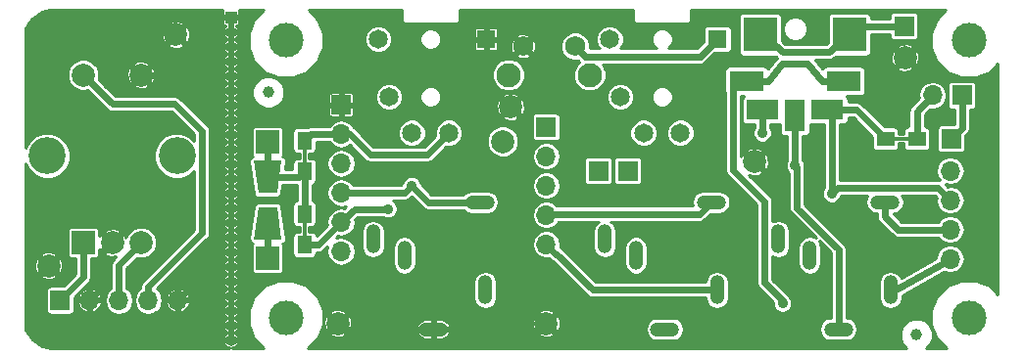
<source format=gtl>
G04 #@! TF.FileFunction,Copper,L1,Top,Signal*
%FSLAX46Y46*%
G04 Gerber Fmt 4.6, Leading zero omitted, Abs format (unit mm)*
G04 Created by KiCad (PCBNEW 4.0.6) date Sunday, March 03, 2019 'PMt' 03:44:16 PM*
%MOMM*%
%LPD*%
G01*
G04 APERTURE LIST*
%ADD10C,0.150000*%
%ADD11C,0.350000*%
%ADD12R,1.700000X1.700000*%
%ADD13O,1.700000X1.700000*%
%ADD14C,1.000000*%
%ADD15C,3.000000*%
%ADD16R,1.650000X1.650000*%
%ADD17C,1.650000*%
%ADD18O,2.516000X1.258000*%
%ADD19O,1.258000X2.516000*%
%ADD20C,2.000000*%
%ADD21C,3.200000*%
%ADD22R,2.000000X2.000000*%
%ADD23R,1.000000X1.000000*%
%ADD24O,1.000000X1.000000*%
%ADD25C,1.998980*%
%ADD26R,3.000000X3.000000*%
%ADD27R,3.000000X1.800000*%
%ADD28R,1.800000X2.800000*%
%ADD29R,2.800000X1.800000*%
%ADD30R,1.998980X1.998980*%
%ADD31R,1.500000X1.300000*%
%ADD32C,2.100000*%
%ADD33C,1.750000*%
%ADD34R,1.300000X1.500000*%
%ADD35C,0.889000*%
%ADD36C,0.600000*%
%ADD37C,0.254000*%
G04 APERTURE END LIST*
D10*
D11*
X164311880Y-91009420D02*
X167011880Y-91009420D01*
X114101880Y-97514420D02*
X114101880Y-100214420D01*
X114101880Y-93864420D02*
X114101880Y-91164420D01*
D12*
X135000000Y-90000000D03*
D13*
X135000000Y-92540000D03*
X135000000Y-95080000D03*
X135000000Y-97620000D03*
X135000000Y-100160000D03*
D14*
X111000000Y-87000000D03*
X167000000Y-108000000D03*
D15*
X112500000Y-106500000D03*
X112500000Y-82500000D03*
X171500000Y-82500000D03*
X171500000Y-106500000D03*
D16*
X149800000Y-82400000D03*
D17*
X141400000Y-87400000D03*
X146600000Y-90500000D03*
X140500000Y-82400000D03*
X143400000Y-90500000D03*
D12*
X170000000Y-91000000D03*
D13*
X169911880Y-93799420D03*
X169911880Y-96339420D03*
X169911880Y-98879420D03*
X169911880Y-101419420D03*
D18*
X145250000Y-107500000D03*
D19*
X140050000Y-99700000D03*
X142750000Y-101100000D03*
D18*
X149250000Y-96500000D03*
D19*
X149750000Y-104100000D03*
D18*
X160250000Y-107500000D03*
D19*
X155050000Y-99700000D03*
X157750000Y-101100000D03*
D18*
X164250000Y-96500000D03*
D19*
X164750000Y-104100000D03*
D12*
X93000000Y-105000000D03*
D13*
X95540000Y-105000000D03*
X98080000Y-105000000D03*
X100620000Y-105000000D03*
X103160000Y-105000000D03*
D20*
X100000000Y-85500000D03*
X95000000Y-85500000D03*
D21*
X103100000Y-92500000D03*
X91900000Y-92500000D03*
D20*
X100000000Y-100000000D03*
X97500000Y-100000000D03*
D22*
X95000000Y-100000000D03*
D16*
X129800000Y-82400000D03*
D17*
X121400000Y-87400000D03*
X126600000Y-90500000D03*
X120500000Y-82400000D03*
X123400000Y-90500000D03*
D18*
X125250000Y-107500000D03*
D19*
X120050000Y-99700000D03*
X122750000Y-101100000D03*
D18*
X129250000Y-96500000D03*
D19*
X129750000Y-104100000D03*
D23*
X107750000Y-80500000D03*
D24*
X107750000Y-81770000D03*
X107750000Y-83040000D03*
X107750000Y-84310000D03*
X107750000Y-85580000D03*
X107750000Y-86850000D03*
X107750000Y-88120000D03*
X107750000Y-89390000D03*
X107750000Y-90660000D03*
X107750000Y-91930000D03*
X107750000Y-93200000D03*
X107750000Y-94470000D03*
X107750000Y-95740000D03*
X107750000Y-97010000D03*
X107750000Y-98280000D03*
X107750000Y-99550000D03*
X107750000Y-100820000D03*
X107750000Y-102090000D03*
X107750000Y-103360000D03*
X107750000Y-104630000D03*
X107750000Y-105900000D03*
X107750000Y-107170000D03*
X107750000Y-108440000D03*
D25*
X135000000Y-107000000D03*
X131911880Y-88259420D03*
X166000000Y-84000000D03*
X153000000Y-93000000D03*
X103000000Y-82000000D03*
X117000000Y-107000000D03*
D26*
X153500000Y-82009420D03*
X161200000Y-82009420D03*
D27*
X152300000Y-86009420D03*
X160700000Y-86009420D03*
D28*
X156500000Y-89009420D03*
D29*
X159300000Y-88509420D03*
X153700000Y-88509420D03*
D25*
X92000000Y-102000000D03*
D12*
X117276880Y-88069420D03*
D13*
X117276880Y-90609420D03*
X117276880Y-93149420D03*
X117276880Y-95689420D03*
X117276880Y-98229420D03*
X117276880Y-100769420D03*
D10*
G36*
X109728000Y-92925900D02*
X112125760Y-92925900D01*
X111726980Y-95724980D01*
X110126780Y-95724980D01*
X109728000Y-92925900D01*
X109728000Y-92925900D01*
G37*
G36*
X112125760Y-99722940D02*
X109728000Y-99722940D01*
X110126780Y-96923860D01*
X111726980Y-96923860D01*
X112125760Y-99722940D01*
X112125760Y-99722940D01*
G37*
D30*
X110926880Y-91323160D03*
X110926880Y-101325680D03*
D12*
X170911880Y-87259420D03*
D13*
X168371880Y-87259420D03*
D12*
X142041880Y-93784420D03*
X139501880Y-93784420D03*
X165911880Y-81259420D03*
D31*
X167011880Y-91009420D03*
X164311880Y-91009420D03*
D25*
X131246880Y-91244420D03*
D32*
X138760000Y-85490000D03*
D33*
X137500000Y-83000000D03*
X133000000Y-83000000D03*
D32*
X131750000Y-85490000D03*
D34*
X114101880Y-100214420D03*
X114101880Y-97514420D03*
X114101880Y-91164420D03*
X114101880Y-93864420D03*
D35*
X159661880Y-95759420D03*
X153661880Y-90509420D03*
X123372880Y-95054420D03*
X155411880Y-105259420D03*
X156500000Y-93347540D03*
X121340880Y-97086420D03*
D36*
X164311880Y-91009420D02*
X161811880Y-88509420D01*
X169911880Y-96339420D02*
X168831880Y-95259420D01*
X168831880Y-95259420D02*
X160161880Y-95259420D01*
X160161880Y-95259420D02*
X160106379Y-95314921D01*
X160106379Y-95314921D02*
X159661880Y-95759420D01*
X159661880Y-95759420D02*
X159661880Y-88871300D01*
X161811880Y-88509420D02*
X159300000Y-88509420D01*
X159661880Y-88871300D02*
X159300000Y-88509420D01*
X159300000Y-88509420D02*
X159800000Y-88509420D01*
X167011880Y-91009420D02*
X167011880Y-88619420D01*
X167011880Y-88619420D02*
X168371880Y-87259420D01*
X164250000Y-96500000D02*
X164250000Y-97729000D01*
X164250000Y-97729000D02*
X165400420Y-98879420D01*
X165400420Y-98879420D02*
X168709799Y-98879420D01*
X168709799Y-98879420D02*
X169911880Y-98879420D01*
X153661880Y-90509420D02*
X153661880Y-88547540D01*
X153661880Y-88547540D02*
X153700000Y-88509420D01*
X117276880Y-90609420D02*
X118038880Y-90609420D01*
X118038880Y-90609420D02*
X119816880Y-92387420D01*
X124712580Y-92387420D02*
X126600000Y-90500000D01*
X119816880Y-92387420D02*
X124712580Y-92387420D01*
X114101880Y-91164420D02*
X114656880Y-90609420D01*
X114656880Y-90609420D02*
X117276880Y-90609420D01*
X123372880Y-95054420D02*
X122737880Y-95689420D01*
X122737880Y-95689420D02*
X117276880Y-95689420D01*
X124818460Y-96500000D02*
X129250000Y-96500000D01*
X123372880Y-95054420D02*
X124818460Y-96500000D01*
X129130000Y-96620000D02*
X129250000Y-96500000D01*
X117000000Y-107000000D02*
X117500000Y-107500000D01*
X117500000Y-107500000D02*
X125250000Y-107500000D01*
X95540000Y-105000000D02*
X96554001Y-103985999D01*
X96554001Y-103985999D02*
X96554001Y-100945999D01*
X96554001Y-100945999D02*
X97500000Y-100000000D01*
X97500000Y-100000000D02*
X97225991Y-100274009D01*
X103160000Y-105000000D02*
X106108011Y-102051989D01*
X106108011Y-102051989D02*
X106108010Y-89997798D01*
X106108010Y-89997798D02*
X101610212Y-85500000D01*
X101610212Y-85500000D02*
X101414213Y-85500000D01*
X101414213Y-85500000D02*
X100000000Y-85500000D01*
X95000000Y-100000000D02*
X95000000Y-103000000D01*
X95000000Y-103000000D02*
X93000000Y-105000000D01*
X100000000Y-100000000D02*
X98080000Y-101920000D01*
X98080000Y-101920000D02*
X98080000Y-105000000D01*
X100620000Y-105000000D02*
X100620000Y-103797919D01*
X100620000Y-103797919D02*
X105254001Y-99163918D01*
X97509420Y-88009420D02*
X95000000Y-85500000D01*
X105254001Y-99163918D02*
X105254001Y-90351541D01*
X105254001Y-90351541D02*
X102911880Y-88009420D01*
X102911880Y-88009420D02*
X97509420Y-88009420D01*
X147883880Y-83878420D02*
X148321580Y-83878420D01*
X148321580Y-83878420D02*
X149800000Y-82400000D01*
X137500000Y-83000000D02*
X138378420Y-83878420D01*
X138378420Y-83878420D02*
X147883880Y-83878420D01*
X135912459Y-101009999D02*
X139002460Y-104100000D01*
X139002460Y-104100000D02*
X149750000Y-104100000D01*
X135000000Y-100160000D02*
X135849999Y-101009999D01*
X135849999Y-101009999D02*
X135912459Y-101009999D01*
X165911880Y-81259420D02*
X161950000Y-81259420D01*
X161950000Y-81259420D02*
X161200000Y-82009420D01*
X161200000Y-82009420D02*
X161200000Y-82297540D01*
X161200000Y-82009420D02*
X161161880Y-82009420D01*
X161161880Y-82009420D02*
X159411880Y-83509420D01*
X159411880Y-83509420D02*
X155411880Y-83509420D01*
X155411880Y-83509420D02*
X153661880Y-82009420D01*
X153661880Y-82009420D02*
X153500000Y-82009420D01*
X161200000Y-82009420D02*
X161200000Y-82047540D01*
X160700000Y-86009420D02*
X158850000Y-86009420D01*
X158850000Y-86009420D02*
X157595999Y-84505419D01*
X157595999Y-84505419D02*
X155404001Y-84505419D01*
X155404001Y-84505419D02*
X154150000Y-86009420D01*
X154150000Y-86009420D02*
X152300000Y-86009420D01*
X152300000Y-86009420D02*
X151700000Y-86009420D01*
X153866990Y-103464530D02*
X155411880Y-105009420D01*
X155411880Y-105009420D02*
X155411880Y-105259420D01*
X151161880Y-93759420D02*
X153866990Y-96464530D01*
X153866990Y-96464530D02*
X153866990Y-103464530D01*
X151161880Y-86547540D02*
X151161880Y-93759420D01*
X151700000Y-86009420D02*
X151161880Y-86547540D01*
X169911880Y-101419420D02*
X165231300Y-104100000D01*
X165231300Y-104100000D02*
X164750000Y-104100000D01*
X170911880Y-87259420D02*
X170911880Y-90088120D01*
X170911880Y-90088120D02*
X170000000Y-91000000D01*
X160250000Y-100597540D02*
X156661880Y-97009420D01*
X160250000Y-107500000D02*
X160250000Y-100597540D01*
X156661880Y-97009420D02*
X156661880Y-93509420D01*
X156661880Y-93509420D02*
X156500000Y-93347540D01*
X156500000Y-93347540D02*
X156661880Y-93509420D01*
X156500000Y-89009420D02*
X156500000Y-93347540D01*
X117276880Y-98229420D02*
X115291880Y-100214420D01*
X115291880Y-100214420D02*
X114101880Y-100214420D01*
X118419880Y-97086420D02*
X117276880Y-98229420D01*
X121340880Y-97086420D02*
X118419880Y-97086420D01*
X117589340Y-98229420D02*
X117276880Y-98229420D01*
X135000000Y-97620000D02*
X135110580Y-97509420D01*
X135110580Y-97509420D02*
X148240580Y-97509420D01*
X148240580Y-97509420D02*
X149250000Y-96500000D01*
X114101880Y-97514420D02*
X114101880Y-93864420D01*
X114101880Y-93864420D02*
X113640860Y-94325440D01*
X113640860Y-94325440D02*
X110926880Y-94325440D01*
X110926880Y-94325440D02*
X110926880Y-91323160D01*
X110926880Y-101325680D02*
X110926880Y-98323400D01*
X111366200Y-101765000D02*
X110926880Y-101325680D01*
D37*
G36*
X107021400Y-79954528D02*
X107021400Y-80315850D01*
X107078550Y-80373000D01*
X107623000Y-80373000D01*
X107623000Y-80353000D01*
X107877000Y-80353000D01*
X107877000Y-80373000D01*
X108421450Y-80373000D01*
X108478600Y-80315850D01*
X108478600Y-79954528D01*
X108450388Y-79886420D01*
X110550490Y-79886420D01*
X109765877Y-80669664D01*
X109273561Y-81855294D01*
X109272441Y-83139074D01*
X109762687Y-84325561D01*
X110669664Y-85234123D01*
X111855294Y-85726439D01*
X113139074Y-85727559D01*
X114325561Y-85237313D01*
X115234123Y-84330336D01*
X115437858Y-83839685D01*
X132339920Y-83839685D01*
X132445583Y-83979155D01*
X132862492Y-84116787D01*
X133300335Y-84084399D01*
X133554417Y-83979155D01*
X133660080Y-83839685D01*
X133000000Y-83179605D01*
X132339920Y-83839685D01*
X115437858Y-83839685D01*
X115726439Y-83144706D01*
X115726880Y-82638836D01*
X119293791Y-82638836D01*
X119477007Y-83082252D01*
X119815964Y-83421801D01*
X120259059Y-83605790D01*
X120738836Y-83606209D01*
X121182252Y-83422993D01*
X121521801Y-83084036D01*
X121705790Y-82640941D01*
X121705839Y-82584375D01*
X124068839Y-82584375D01*
X124210277Y-82926680D01*
X124471943Y-83188803D01*
X124814000Y-83330838D01*
X125184375Y-83331161D01*
X125526680Y-83189723D01*
X125788803Y-82928057D01*
X125930838Y-82586000D01*
X125930839Y-82584150D01*
X128746400Y-82584150D01*
X128746400Y-83270471D01*
X128781202Y-83354491D01*
X128845508Y-83418797D01*
X128929528Y-83453600D01*
X129615850Y-83453600D01*
X129673000Y-83396450D01*
X129673000Y-82527000D01*
X129927000Y-82527000D01*
X129927000Y-83396450D01*
X129984150Y-83453600D01*
X130670472Y-83453600D01*
X130754492Y-83418797D01*
X130818798Y-83354491D01*
X130853600Y-83270471D01*
X130853600Y-82862492D01*
X131883213Y-82862492D01*
X131915601Y-83300335D01*
X132020845Y-83554417D01*
X132160315Y-83660080D01*
X132820395Y-83000000D01*
X133179605Y-83000000D01*
X133839685Y-83660080D01*
X133979155Y-83554417D01*
X134080067Y-83248738D01*
X136243783Y-83248738D01*
X136434595Y-83710537D01*
X136787604Y-84064164D01*
X137249070Y-84255781D01*
X137748738Y-84256217D01*
X137780156Y-84243235D01*
X137881707Y-84344786D01*
X137547565Y-84678345D01*
X137329249Y-85204108D01*
X137328752Y-85773395D01*
X137546150Y-86299537D01*
X137948345Y-86702435D01*
X138474108Y-86920751D01*
X139043395Y-86921248D01*
X139569537Y-86703850D01*
X139972435Y-86301655D01*
X140190751Y-85775892D01*
X140191248Y-85206605D01*
X140151092Y-85109420D01*
X150411536Y-85109420D01*
X150411536Y-86909420D01*
X150438103Y-87050610D01*
X150480880Y-87117088D01*
X150480880Y-93759420D01*
X150532718Y-94020028D01*
X150680340Y-94240960D01*
X153185990Y-96746610D01*
X153185990Y-103464530D01*
X153237828Y-103725138D01*
X153385450Y-103946070D01*
X154586477Y-105147096D01*
X154586237Y-105422902D01*
X154711647Y-105726418D01*
X154943661Y-105958837D01*
X155246957Y-106084777D01*
X155575362Y-106085063D01*
X155878878Y-105959653D01*
X156111297Y-105727639D01*
X156237237Y-105424343D01*
X156237523Y-105095938D01*
X156112113Y-104792422D01*
X155985298Y-104665385D01*
X155893420Y-104527880D01*
X155893417Y-104527878D01*
X154547990Y-103182450D01*
X154547990Y-101217054D01*
X154663490Y-101294228D01*
X155050000Y-101371110D01*
X155436510Y-101294228D01*
X155764178Y-101075288D01*
X155983118Y-100747620D01*
X156060000Y-100361110D01*
X156060000Y-99038890D01*
X155983118Y-98652380D01*
X155764178Y-98324712D01*
X155436510Y-98105772D01*
X155050000Y-98028890D01*
X154663490Y-98105772D01*
X154547990Y-98182946D01*
X154547990Y-96464530D01*
X154516925Y-96308355D01*
X154496152Y-96203922D01*
X154348530Y-95982990D01*
X152488388Y-94122848D01*
X152832690Y-94240921D01*
X153320306Y-94210488D01*
X153629454Y-94082436D01*
X153750404Y-93930009D01*
X153000000Y-93179605D01*
X152985858Y-93193748D01*
X152806253Y-93014143D01*
X152820395Y-93000000D01*
X153179605Y-93000000D01*
X153930009Y-93750404D01*
X154082436Y-93629454D01*
X154240921Y-93167310D01*
X154210488Y-92679694D01*
X154082436Y-92370546D01*
X153930009Y-92249596D01*
X153179605Y-93000000D01*
X152820395Y-93000000D01*
X152069991Y-92249596D01*
X151917564Y-92370546D01*
X151842880Y-92588325D01*
X151842880Y-92069991D01*
X152249596Y-92069991D01*
X153000000Y-92820395D01*
X153750404Y-92069991D01*
X153629454Y-91917564D01*
X153167310Y-91759079D01*
X152679694Y-91789512D01*
X152370546Y-91917564D01*
X152249596Y-92069991D01*
X151842880Y-92069991D01*
X151842880Y-87297884D01*
X152080546Y-87297884D01*
X152029135Y-87330966D01*
X151942141Y-87458286D01*
X151911536Y-87609420D01*
X151911536Y-89409420D01*
X151938103Y-89550610D01*
X152021546Y-89680285D01*
X152148866Y-89767279D01*
X152300000Y-89797884D01*
X152980880Y-89797884D01*
X152980880Y-90022816D01*
X152962463Y-90041201D01*
X152836523Y-90344497D01*
X152836237Y-90672902D01*
X152961647Y-90976418D01*
X153193661Y-91208837D01*
X153496957Y-91334777D01*
X153825362Y-91335063D01*
X154128878Y-91209653D01*
X154361297Y-90977639D01*
X154487237Y-90674343D01*
X154487523Y-90345938D01*
X154362113Y-90042422D01*
X154342880Y-90023155D01*
X154342880Y-89797884D01*
X155100000Y-89797884D01*
X155211536Y-89776897D01*
X155211536Y-90409420D01*
X155238103Y-90550610D01*
X155321546Y-90680285D01*
X155448866Y-90767279D01*
X155600000Y-90797884D01*
X155819000Y-90797884D01*
X155819000Y-92860936D01*
X155800583Y-92879321D01*
X155674643Y-93182617D01*
X155674357Y-93511022D01*
X155799767Y-93814538D01*
X155980880Y-93995967D01*
X155980880Y-97009420D01*
X156032718Y-97270028D01*
X156180340Y-97490960D01*
X158313236Y-99623856D01*
X158136510Y-99505772D01*
X157750000Y-99428890D01*
X157363490Y-99505772D01*
X157035822Y-99724712D01*
X156816882Y-100052380D01*
X156740000Y-100438890D01*
X156740000Y-101761110D01*
X156816882Y-102147620D01*
X157035822Y-102475288D01*
X157363490Y-102694228D01*
X157750000Y-102771110D01*
X158136510Y-102694228D01*
X158464178Y-102475288D01*
X158683118Y-102147620D01*
X158760000Y-101761110D01*
X158760000Y-100438890D01*
X158683118Y-100052380D01*
X158565034Y-99875654D01*
X159569000Y-100879620D01*
X159569000Y-106493956D01*
X159202380Y-106566882D01*
X158874712Y-106785822D01*
X158655772Y-107113490D01*
X158578890Y-107500000D01*
X158655772Y-107886510D01*
X158874712Y-108214178D01*
X159202380Y-108433118D01*
X159588890Y-108510000D01*
X160911110Y-108510000D01*
X161297620Y-108433118D01*
X161625288Y-108214178D01*
X161844228Y-107886510D01*
X161921110Y-107500000D01*
X161844228Y-107113490D01*
X161625288Y-106785822D01*
X161297620Y-106566882D01*
X160931000Y-106493956D01*
X160931000Y-103438890D01*
X163740000Y-103438890D01*
X163740000Y-104761110D01*
X163816882Y-105147620D01*
X164035822Y-105475288D01*
X164363490Y-105694228D01*
X164750000Y-105771110D01*
X165136510Y-105694228D01*
X165464178Y-105475288D01*
X165683118Y-105147620D01*
X165760000Y-104761110D01*
X165760000Y-104581985D01*
X169361139Y-102519604D01*
X169416680Y-102556716D01*
X169887763Y-102650420D01*
X169935997Y-102650420D01*
X170407080Y-102556716D01*
X170806445Y-102289868D01*
X171073293Y-101890503D01*
X171166997Y-101419420D01*
X171073293Y-100948337D01*
X170806445Y-100548972D01*
X170407080Y-100282124D01*
X169935997Y-100188420D01*
X169887763Y-100188420D01*
X169416680Y-100282124D01*
X169017315Y-100548972D01*
X168750467Y-100948337D01*
X168671571Y-101344975D01*
X165683848Y-103056051D01*
X165683118Y-103052380D01*
X165464178Y-102724712D01*
X165136510Y-102505772D01*
X164750000Y-102428890D01*
X164363490Y-102505772D01*
X164035822Y-102724712D01*
X163816882Y-103052380D01*
X163740000Y-103438890D01*
X160931000Y-103438890D01*
X160931000Y-100597540D01*
X160879162Y-100336933D01*
X160879162Y-100336932D01*
X160731540Y-100116000D01*
X157342880Y-96727340D01*
X157342880Y-93509420D01*
X157325436Y-93421723D01*
X157325643Y-93184058D01*
X157200233Y-92880542D01*
X157181000Y-92861275D01*
X157181000Y-90797884D01*
X157400000Y-90797884D01*
X157541190Y-90771317D01*
X157670865Y-90687874D01*
X157757859Y-90560554D01*
X157788464Y-90409420D01*
X157788464Y-89775298D01*
X157900000Y-89797884D01*
X158980880Y-89797884D01*
X158980880Y-95272816D01*
X158962463Y-95291201D01*
X158836523Y-95594497D01*
X158836237Y-95922902D01*
X158961647Y-96226418D01*
X159193661Y-96458837D01*
X159496957Y-96584777D01*
X159825362Y-96585063D01*
X160128878Y-96459653D01*
X160361297Y-96227639D01*
X160480561Y-95940420D01*
X162771413Y-95940420D01*
X162655772Y-96113490D01*
X162578890Y-96500000D01*
X162655772Y-96886510D01*
X162874712Y-97214178D01*
X163202380Y-97433118D01*
X163569000Y-97506044D01*
X163569000Y-97729000D01*
X163620838Y-97989608D01*
X163768460Y-98210540D01*
X164918878Y-99360957D01*
X164918880Y-99360960D01*
X165014014Y-99424526D01*
X165139813Y-99508582D01*
X165400420Y-99560421D01*
X165400425Y-99560420D01*
X168890729Y-99560420D01*
X169017315Y-99749868D01*
X169416680Y-100016716D01*
X169887763Y-100110420D01*
X169935997Y-100110420D01*
X170407080Y-100016716D01*
X170806445Y-99749868D01*
X171073293Y-99350503D01*
X171166997Y-98879420D01*
X171073293Y-98408337D01*
X170806445Y-98008972D01*
X170407080Y-97742124D01*
X169935997Y-97648420D01*
X169887763Y-97648420D01*
X169416680Y-97742124D01*
X169017315Y-98008972D01*
X168890729Y-98198420D01*
X165682499Y-98198420D01*
X164980314Y-97496234D01*
X165297620Y-97433118D01*
X165625288Y-97214178D01*
X165844228Y-96886510D01*
X165921110Y-96500000D01*
X165844228Y-96113490D01*
X165728587Y-95940420D01*
X168549800Y-95940420D01*
X168705215Y-96095835D01*
X168656763Y-96339420D01*
X168750467Y-96810503D01*
X169017315Y-97209868D01*
X169416680Y-97476716D01*
X169887763Y-97570420D01*
X169935997Y-97570420D01*
X170407080Y-97476716D01*
X170806445Y-97209868D01*
X171073293Y-96810503D01*
X171166997Y-96339420D01*
X171073293Y-95868337D01*
X170806445Y-95468972D01*
X170407080Y-95202124D01*
X169935997Y-95108420D01*
X169887763Y-95108420D01*
X169684409Y-95148869D01*
X169486055Y-94950516D01*
X169887763Y-95030420D01*
X169935997Y-95030420D01*
X170407080Y-94936716D01*
X170806445Y-94669868D01*
X171073293Y-94270503D01*
X171166997Y-93799420D01*
X171073293Y-93328337D01*
X170806445Y-92928972D01*
X170407080Y-92662124D01*
X169935997Y-92568420D01*
X169887763Y-92568420D01*
X169416680Y-92662124D01*
X169017315Y-92928972D01*
X168750467Y-93328337D01*
X168656763Y-93799420D01*
X168750467Y-94270503D01*
X168975269Y-94606942D01*
X168831880Y-94578420D01*
X160342880Y-94578420D01*
X160342880Y-89797884D01*
X160700000Y-89797884D01*
X160841190Y-89771317D01*
X160970865Y-89687874D01*
X161057859Y-89560554D01*
X161088464Y-89409420D01*
X161088464Y-89190420D01*
X161529800Y-89190420D01*
X163173416Y-90834036D01*
X163173416Y-91659420D01*
X163199983Y-91800610D01*
X163283426Y-91930285D01*
X163410746Y-92017279D01*
X163561880Y-92047884D01*
X165061880Y-92047884D01*
X165203070Y-92021317D01*
X165332745Y-91937874D01*
X165419739Y-91810554D01*
X165450344Y-91659420D01*
X165450344Y-91413020D01*
X165873416Y-91413020D01*
X165873416Y-91659420D01*
X165899983Y-91800610D01*
X165983426Y-91930285D01*
X166110746Y-92017279D01*
X166261880Y-92047884D01*
X167761880Y-92047884D01*
X167903070Y-92021317D01*
X168032745Y-91937874D01*
X168119739Y-91810554D01*
X168150344Y-91659420D01*
X168150344Y-90359420D01*
X168123777Y-90218230D01*
X168079873Y-90150000D01*
X168761536Y-90150000D01*
X168761536Y-91850000D01*
X168788103Y-91991190D01*
X168871546Y-92120865D01*
X168998866Y-92207859D01*
X169150000Y-92238464D01*
X170850000Y-92238464D01*
X170991190Y-92211897D01*
X171120865Y-92128454D01*
X171207859Y-92001134D01*
X171238464Y-91850000D01*
X171238464Y-90724616D01*
X171393420Y-90569660D01*
X171541042Y-90348728D01*
X171592880Y-90088120D01*
X171592880Y-88497884D01*
X171761880Y-88497884D01*
X171903070Y-88471317D01*
X172032745Y-88387874D01*
X172119739Y-88260554D01*
X172150344Y-88109420D01*
X172150344Y-86409420D01*
X172123777Y-86268230D01*
X172040334Y-86138555D01*
X171913014Y-86051561D01*
X171761880Y-86020956D01*
X170061880Y-86020956D01*
X169920690Y-86047523D01*
X169791015Y-86130966D01*
X169704021Y-86258286D01*
X169673416Y-86409420D01*
X169673416Y-88109420D01*
X169699983Y-88250610D01*
X169783426Y-88380285D01*
X169910746Y-88467279D01*
X170061880Y-88497884D01*
X170230880Y-88497884D01*
X170230880Y-89761536D01*
X169150000Y-89761536D01*
X169008810Y-89788103D01*
X168879135Y-89871546D01*
X168792141Y-89998866D01*
X168761536Y-90150000D01*
X168079873Y-90150000D01*
X168040334Y-90088555D01*
X167913014Y-90001561D01*
X167761880Y-89970956D01*
X167692880Y-89970956D01*
X167692880Y-88901500D01*
X168128295Y-88466085D01*
X168371880Y-88514537D01*
X168842963Y-88420833D01*
X169242328Y-88153985D01*
X169509176Y-87754620D01*
X169602880Y-87283537D01*
X169602880Y-87235303D01*
X169509176Y-86764220D01*
X169242328Y-86364855D01*
X168842963Y-86098007D01*
X168371880Y-86004303D01*
X167900797Y-86098007D01*
X167501432Y-86364855D01*
X167234584Y-86764220D01*
X167140880Y-87235303D01*
X167140880Y-87283537D01*
X167181330Y-87486891D01*
X166530340Y-88137880D01*
X166382718Y-88358812D01*
X166349088Y-88527880D01*
X166330880Y-88619420D01*
X166330880Y-89970956D01*
X166261880Y-89970956D01*
X166120690Y-89997523D01*
X165991015Y-90080966D01*
X165904021Y-90208286D01*
X165873416Y-90359420D01*
X165873416Y-90605820D01*
X165450344Y-90605820D01*
X165450344Y-90359420D01*
X165423777Y-90218230D01*
X165340334Y-90088555D01*
X165213014Y-90001561D01*
X165061880Y-89970956D01*
X164236496Y-89970956D01*
X162293420Y-88027880D01*
X162072488Y-87880258D01*
X161811880Y-87828420D01*
X161088464Y-87828420D01*
X161088464Y-87609420D01*
X161061897Y-87468230D01*
X160978454Y-87338555D01*
X160918930Y-87297884D01*
X162200000Y-87297884D01*
X162341190Y-87271317D01*
X162470865Y-87187874D01*
X162557859Y-87060554D01*
X162588464Y-86909420D01*
X162588464Y-85109420D01*
X162561897Y-84968230D01*
X162537303Y-84930009D01*
X165249596Y-84930009D01*
X165370546Y-85082436D01*
X165832690Y-85240921D01*
X166320306Y-85210488D01*
X166629454Y-85082436D01*
X166750404Y-84930009D01*
X166000000Y-84179605D01*
X165249596Y-84930009D01*
X162537303Y-84930009D01*
X162478454Y-84838555D01*
X162351134Y-84751561D01*
X162200000Y-84720956D01*
X159200000Y-84720956D01*
X159058810Y-84747523D01*
X158929135Y-84830966D01*
X158850295Y-84946352D01*
X158220017Y-84190420D01*
X159411880Y-84190420D01*
X159517023Y-84169506D01*
X159623466Y-84156716D01*
X159646532Y-84143745D01*
X159672487Y-84138582D01*
X159761624Y-84079023D01*
X159855069Y-84026474D01*
X160005091Y-83897884D01*
X162700000Y-83897884D01*
X162841190Y-83871317D01*
X162901218Y-83832690D01*
X164759079Y-83832690D01*
X164789512Y-84320306D01*
X164917564Y-84629454D01*
X165069991Y-84750404D01*
X165820395Y-84000000D01*
X166179605Y-84000000D01*
X166930009Y-84750404D01*
X167082436Y-84629454D01*
X167240921Y-84167310D01*
X167210488Y-83679694D01*
X167082436Y-83370546D01*
X166930009Y-83249596D01*
X166179605Y-84000000D01*
X165820395Y-84000000D01*
X165069991Y-83249596D01*
X164917564Y-83370546D01*
X164759079Y-83832690D01*
X162901218Y-83832690D01*
X162970865Y-83787874D01*
X163057859Y-83660554D01*
X163088464Y-83509420D01*
X163088464Y-83069991D01*
X165249596Y-83069991D01*
X166000000Y-83820395D01*
X166750404Y-83069991D01*
X166629454Y-82917564D01*
X166167310Y-82759079D01*
X165679694Y-82789512D01*
X165370546Y-82917564D01*
X165249596Y-83069991D01*
X163088464Y-83069991D01*
X163088464Y-81940420D01*
X164673416Y-81940420D01*
X164673416Y-82109420D01*
X164699983Y-82250610D01*
X164783426Y-82380285D01*
X164910746Y-82467279D01*
X165061880Y-82497884D01*
X166761880Y-82497884D01*
X166903070Y-82471317D01*
X167032745Y-82387874D01*
X167119739Y-82260554D01*
X167150344Y-82109420D01*
X167150344Y-80409420D01*
X167123777Y-80268230D01*
X167040334Y-80138555D01*
X166913014Y-80051561D01*
X166761880Y-80020956D01*
X165061880Y-80020956D01*
X164920690Y-80047523D01*
X164791015Y-80130966D01*
X164704021Y-80258286D01*
X164673416Y-80409420D01*
X164673416Y-80578420D01*
X163088464Y-80578420D01*
X163088464Y-80509420D01*
X163061897Y-80368230D01*
X162978454Y-80238555D01*
X162851134Y-80151561D01*
X162700000Y-80120956D01*
X159700000Y-80120956D01*
X159558810Y-80147523D01*
X159429135Y-80230966D01*
X159342141Y-80358286D01*
X159311536Y-80509420D01*
X159311536Y-82698499D01*
X159159961Y-82828420D01*
X155663799Y-82828420D01*
X155388464Y-82592419D01*
X155388464Y-81723501D01*
X155418813Y-81723501D01*
X155583038Y-82120957D01*
X155886863Y-82425313D01*
X156284032Y-82590232D01*
X156714081Y-82590607D01*
X157111537Y-82426382D01*
X157415893Y-82122557D01*
X157580812Y-81725388D01*
X157581187Y-81295339D01*
X157416962Y-80897883D01*
X157113137Y-80593527D01*
X156715968Y-80428608D01*
X156285919Y-80428233D01*
X155888463Y-80592458D01*
X155584107Y-80896283D01*
X155419188Y-81293452D01*
X155418813Y-81723501D01*
X155388464Y-81723501D01*
X155388464Y-80509420D01*
X155361897Y-80368230D01*
X155278454Y-80238555D01*
X155151134Y-80151561D01*
X155000000Y-80120956D01*
X152000000Y-80120956D01*
X151858810Y-80147523D01*
X151729135Y-80230966D01*
X151642141Y-80358286D01*
X151611536Y-80509420D01*
X151611536Y-83509420D01*
X151638103Y-83650610D01*
X151721546Y-83780285D01*
X151848866Y-83867279D01*
X152000000Y-83897884D01*
X154818669Y-83897884D01*
X154946738Y-84007657D01*
X154922461Y-84023879D01*
X154905168Y-84049759D01*
X154880957Y-84069316D01*
X154148640Y-84947629D01*
X154078454Y-84838555D01*
X153951134Y-84751561D01*
X153800000Y-84720956D01*
X150800000Y-84720956D01*
X150658810Y-84747523D01*
X150529135Y-84830966D01*
X150442141Y-84958286D01*
X150411536Y-85109420D01*
X140151092Y-85109420D01*
X139973850Y-84680463D01*
X139853018Y-84559420D01*
X148321580Y-84559420D01*
X148582188Y-84507582D01*
X148803120Y-84359960D01*
X149549615Y-83613464D01*
X150625000Y-83613464D01*
X150766190Y-83586897D01*
X150895865Y-83503454D01*
X150982859Y-83376134D01*
X151013464Y-83225000D01*
X151013464Y-81575000D01*
X150986897Y-81433810D01*
X150903454Y-81304135D01*
X150776134Y-81217141D01*
X150625000Y-81186536D01*
X148975000Y-81186536D01*
X148833810Y-81213103D01*
X148704135Y-81296546D01*
X148617141Y-81423866D01*
X148586536Y-81575000D01*
X148586536Y-82650385D01*
X148039500Y-83197420D01*
X145508052Y-83197420D01*
X145526680Y-83189723D01*
X145788803Y-82928057D01*
X145930838Y-82586000D01*
X145931161Y-82215625D01*
X145789723Y-81873320D01*
X145528057Y-81611197D01*
X145186000Y-81469162D01*
X144815625Y-81468839D01*
X144473320Y-81610277D01*
X144211197Y-81871943D01*
X144069162Y-82214000D01*
X144068839Y-82584375D01*
X144210277Y-82926680D01*
X144471943Y-83188803D01*
X144492695Y-83197420D01*
X141408219Y-83197420D01*
X141521801Y-83084036D01*
X141705790Y-82640941D01*
X141706209Y-82161164D01*
X141522993Y-81717748D01*
X141184036Y-81378199D01*
X140740941Y-81194210D01*
X140261164Y-81193791D01*
X139817748Y-81377007D01*
X139478199Y-81715964D01*
X139294210Y-82159059D01*
X139293791Y-82638836D01*
X139477007Y-83082252D01*
X139591974Y-83197420D01*
X138755828Y-83197420D01*
X138756217Y-82751262D01*
X138565405Y-82289463D01*
X138212396Y-81935836D01*
X137750930Y-81744219D01*
X137251262Y-81743783D01*
X136789463Y-81934595D01*
X136435836Y-82287604D01*
X136244219Y-82749070D01*
X136243783Y-83248738D01*
X134080067Y-83248738D01*
X134116787Y-83137508D01*
X134084399Y-82699665D01*
X133979155Y-82445583D01*
X133839685Y-82339920D01*
X133179605Y-83000000D01*
X132820395Y-83000000D01*
X132160315Y-82339920D01*
X132020845Y-82445583D01*
X131883213Y-82862492D01*
X130853600Y-82862492D01*
X130853600Y-82584150D01*
X130796450Y-82527000D01*
X129927000Y-82527000D01*
X129673000Y-82527000D01*
X128803550Y-82527000D01*
X128746400Y-82584150D01*
X125930839Y-82584150D01*
X125931161Y-82215625D01*
X125789723Y-81873320D01*
X125528057Y-81611197D01*
X125331380Y-81529529D01*
X128746400Y-81529529D01*
X128746400Y-82215850D01*
X128803550Y-82273000D01*
X129673000Y-82273000D01*
X129673000Y-81403550D01*
X129927000Y-81403550D01*
X129927000Y-82273000D01*
X130796450Y-82273000D01*
X130853600Y-82215850D01*
X130853600Y-82160315D01*
X132339920Y-82160315D01*
X133000000Y-82820395D01*
X133660080Y-82160315D01*
X133554417Y-82020845D01*
X133137508Y-81883213D01*
X132699665Y-81915601D01*
X132445583Y-82020845D01*
X132339920Y-82160315D01*
X130853600Y-82160315D01*
X130853600Y-81529529D01*
X130818798Y-81445509D01*
X130754492Y-81381203D01*
X130670472Y-81346400D01*
X129984150Y-81346400D01*
X129927000Y-81403550D01*
X129673000Y-81403550D01*
X129615850Y-81346400D01*
X128929528Y-81346400D01*
X128845508Y-81381203D01*
X128781202Y-81445509D01*
X128746400Y-81529529D01*
X125331380Y-81529529D01*
X125186000Y-81469162D01*
X124815625Y-81468839D01*
X124473320Y-81610277D01*
X124211197Y-81871943D01*
X124069162Y-82214000D01*
X124068839Y-82584375D01*
X121705839Y-82584375D01*
X121706209Y-82161164D01*
X121522993Y-81717748D01*
X121184036Y-81378199D01*
X120740941Y-81194210D01*
X120261164Y-81193791D01*
X119817748Y-81377007D01*
X119478199Y-81715964D01*
X119294210Y-82159059D01*
X119293791Y-82638836D01*
X115726880Y-82638836D01*
X115727559Y-81860926D01*
X115237313Y-80674439D01*
X114450669Y-79886420D01*
X122521350Y-79886420D01*
X122521350Y-80800000D01*
X122538755Y-80887501D01*
X122588320Y-80961680D01*
X122662499Y-81011245D01*
X122750000Y-81028650D01*
X127250000Y-81028650D01*
X127337501Y-81011245D01*
X127411680Y-80961680D01*
X127461245Y-80887501D01*
X127478650Y-80800000D01*
X127478650Y-79886420D01*
X142521350Y-79886420D01*
X142521350Y-80800000D01*
X142538755Y-80887501D01*
X142588320Y-80961680D01*
X142662499Y-81011245D01*
X142750000Y-81028650D01*
X147250000Y-81028650D01*
X147337501Y-81011245D01*
X147411680Y-80961680D01*
X147461245Y-80887501D01*
X147478650Y-80800000D01*
X147478650Y-79886420D01*
X169550490Y-79886420D01*
X168765877Y-80669664D01*
X168273561Y-81855294D01*
X168272441Y-83139074D01*
X168762687Y-84325561D01*
X169669664Y-85234123D01*
X170855294Y-85726439D01*
X172139074Y-85727559D01*
X173325561Y-85237313D01*
X174034880Y-84529231D01*
X174034880Y-104471653D01*
X173330336Y-103765877D01*
X172144706Y-103273561D01*
X170860926Y-103272441D01*
X169674439Y-103762687D01*
X168765877Y-104669664D01*
X168273561Y-105855294D01*
X168272441Y-107139074D01*
X168762687Y-108325561D01*
X169568139Y-109132420D01*
X167842985Y-109132420D01*
X168183629Y-108792370D01*
X168396757Y-108279100D01*
X168397242Y-107723339D01*
X168185010Y-107209697D01*
X167792370Y-106816371D01*
X167279100Y-106603243D01*
X166723339Y-106602758D01*
X166209697Y-106814990D01*
X165816371Y-107207630D01*
X165603243Y-107720900D01*
X165602758Y-108276661D01*
X165814990Y-108790303D01*
X166156510Y-109132420D01*
X114430637Y-109132420D01*
X115234123Y-108330336D01*
X115400353Y-107930009D01*
X116249596Y-107930009D01*
X116370546Y-108082436D01*
X116832690Y-108240921D01*
X117320306Y-108210488D01*
X117629454Y-108082436D01*
X117750404Y-107930009D01*
X117000000Y-107179605D01*
X116249596Y-107930009D01*
X115400353Y-107930009D01*
X115726439Y-107144706D01*
X115726711Y-106832690D01*
X115759079Y-106832690D01*
X115789512Y-107320306D01*
X115917564Y-107629454D01*
X116069991Y-107750404D01*
X116820395Y-107000000D01*
X117179605Y-107000000D01*
X117930009Y-107750404D01*
X118082436Y-107629454D01*
X118215346Y-107241885D01*
X123803165Y-107241885D01*
X123830689Y-107373000D01*
X124146400Y-107373000D01*
X124146400Y-107627000D01*
X123830689Y-107627000D01*
X123803165Y-107758115D01*
X123924783Y-108016612D01*
X124175478Y-108243718D01*
X124494000Y-108357600D01*
X125123000Y-108357600D01*
X125123000Y-108103600D01*
X125377000Y-108103600D01*
X125377000Y-108357600D01*
X126006000Y-108357600D01*
X126324522Y-108243718D01*
X126575217Y-108016612D01*
X126615962Y-107930009D01*
X134249596Y-107930009D01*
X134370546Y-108082436D01*
X134832690Y-108240921D01*
X135320306Y-108210488D01*
X135629454Y-108082436D01*
X135750404Y-107930009D01*
X135000000Y-107179605D01*
X134249596Y-107930009D01*
X126615962Y-107930009D01*
X126696835Y-107758115D01*
X126669311Y-107627000D01*
X126353600Y-107627000D01*
X126353600Y-107373000D01*
X126669311Y-107373000D01*
X126696835Y-107241885D01*
X126575217Y-106983388D01*
X126408867Y-106832690D01*
X133759079Y-106832690D01*
X133789512Y-107320306D01*
X133917564Y-107629454D01*
X134069991Y-107750404D01*
X134820395Y-107000000D01*
X135179605Y-107000000D01*
X135930009Y-107750404D01*
X136082436Y-107629454D01*
X136126830Y-107500000D01*
X143578890Y-107500000D01*
X143655772Y-107886510D01*
X143874712Y-108214178D01*
X144202380Y-108433118D01*
X144588890Y-108510000D01*
X145911110Y-108510000D01*
X146297620Y-108433118D01*
X146625288Y-108214178D01*
X146844228Y-107886510D01*
X146921110Y-107500000D01*
X146844228Y-107113490D01*
X146625288Y-106785822D01*
X146297620Y-106566882D01*
X145911110Y-106490000D01*
X144588890Y-106490000D01*
X144202380Y-106566882D01*
X143874712Y-106785822D01*
X143655772Y-107113490D01*
X143578890Y-107500000D01*
X136126830Y-107500000D01*
X136240921Y-107167310D01*
X136210488Y-106679694D01*
X136082436Y-106370546D01*
X135930009Y-106249596D01*
X135179605Y-107000000D01*
X134820395Y-107000000D01*
X134069991Y-106249596D01*
X133917564Y-106370546D01*
X133759079Y-106832690D01*
X126408867Y-106832690D01*
X126324522Y-106756282D01*
X126006000Y-106642400D01*
X125377000Y-106642400D01*
X125377000Y-106896400D01*
X125123000Y-106896400D01*
X125123000Y-106642400D01*
X124494000Y-106642400D01*
X124175478Y-106756282D01*
X123924783Y-106983388D01*
X123803165Y-107241885D01*
X118215346Y-107241885D01*
X118240921Y-107167310D01*
X118210488Y-106679694D01*
X118082436Y-106370546D01*
X117930009Y-106249596D01*
X117179605Y-107000000D01*
X116820395Y-107000000D01*
X116069991Y-106249596D01*
X115917564Y-106370546D01*
X115759079Y-106832690D01*
X115726711Y-106832690D01*
X115727376Y-106069991D01*
X116249596Y-106069991D01*
X117000000Y-106820395D01*
X117750404Y-106069991D01*
X134249596Y-106069991D01*
X135000000Y-106820395D01*
X135750404Y-106069991D01*
X135629454Y-105917564D01*
X135167310Y-105759079D01*
X134679694Y-105789512D01*
X134370546Y-105917564D01*
X134249596Y-106069991D01*
X117750404Y-106069991D01*
X117629454Y-105917564D01*
X117167310Y-105759079D01*
X116679694Y-105789512D01*
X116370546Y-105917564D01*
X116249596Y-106069991D01*
X115727376Y-106069991D01*
X115727559Y-105860926D01*
X115237313Y-104674439D01*
X114330336Y-103765877D01*
X113542863Y-103438890D01*
X128740000Y-103438890D01*
X128740000Y-104761110D01*
X128816882Y-105147620D01*
X129035822Y-105475288D01*
X129363490Y-105694228D01*
X129750000Y-105771110D01*
X130136510Y-105694228D01*
X130464178Y-105475288D01*
X130683118Y-105147620D01*
X130760000Y-104761110D01*
X130760000Y-103438890D01*
X130683118Y-103052380D01*
X130464178Y-102724712D01*
X130136510Y-102505772D01*
X129750000Y-102428890D01*
X129363490Y-102505772D01*
X129035822Y-102724712D01*
X128816882Y-103052380D01*
X128740000Y-103438890D01*
X113542863Y-103438890D01*
X113144706Y-103273561D01*
X111860926Y-103272441D01*
X110674439Y-103762687D01*
X109765877Y-104669664D01*
X109273561Y-105855294D01*
X109272441Y-107139074D01*
X109762687Y-108325561D01*
X110568139Y-109132420D01*
X107877002Y-109132420D01*
X107877002Y-109100317D01*
X107987673Y-109128766D01*
X108233161Y-108985383D01*
X108405092Y-108758970D01*
X108438746Y-108677670D01*
X108409330Y-108567000D01*
X107877000Y-108567000D01*
X107877000Y-108587000D01*
X107623000Y-108587000D01*
X107623000Y-108567000D01*
X107090670Y-108567000D01*
X107061254Y-108677670D01*
X107094908Y-108758970D01*
X107266839Y-108985383D01*
X107512327Y-109128766D01*
X107622998Y-109100317D01*
X107622998Y-109132420D01*
X92208250Y-109132420D01*
X91470409Y-108985655D01*
X90597564Y-108402438D01*
X90038880Y-107566309D01*
X90038880Y-107407670D01*
X107061254Y-107407670D01*
X107094908Y-107488970D01*
X107266839Y-107715383D01*
X107420273Y-107805000D01*
X107266839Y-107894617D01*
X107094908Y-108121030D01*
X107061254Y-108202330D01*
X107090670Y-108313000D01*
X107623000Y-108313000D01*
X107623000Y-107297000D01*
X107877000Y-107297000D01*
X107877000Y-108313000D01*
X108409330Y-108313000D01*
X108438746Y-108202330D01*
X108405092Y-108121030D01*
X108233161Y-107894617D01*
X108079727Y-107805000D01*
X108233161Y-107715383D01*
X108405092Y-107488970D01*
X108438746Y-107407670D01*
X108409330Y-107297000D01*
X107877000Y-107297000D01*
X107623000Y-107297000D01*
X107090670Y-107297000D01*
X107061254Y-107407670D01*
X90038880Y-107407670D01*
X90038880Y-104150000D01*
X91761536Y-104150000D01*
X91761536Y-105850000D01*
X91788103Y-105991190D01*
X91871546Y-106120865D01*
X91998866Y-106207859D01*
X92150000Y-106238464D01*
X93850000Y-106238464D01*
X93991190Y-106211897D01*
X94120865Y-106128454D01*
X94207859Y-106001134D01*
X94238464Y-105850000D01*
X94238464Y-105292995D01*
X94501944Y-105292995D01*
X94693086Y-105667939D01*
X95013163Y-105941195D01*
X95247007Y-106038043D01*
X95413000Y-106013524D01*
X95413000Y-105127000D01*
X95667000Y-105127000D01*
X95667000Y-106013524D01*
X95832993Y-106038043D01*
X96066837Y-105941195D01*
X96386914Y-105667939D01*
X96578056Y-105292995D01*
X96553960Y-105127000D01*
X95667000Y-105127000D01*
X95413000Y-105127000D01*
X94526040Y-105127000D01*
X94501944Y-105292995D01*
X94238464Y-105292995D01*
X94238464Y-104724616D01*
X94256075Y-104707005D01*
X94501944Y-104707005D01*
X94526040Y-104873000D01*
X95413000Y-104873000D01*
X95413000Y-103986476D01*
X95667000Y-103986476D01*
X95667000Y-104873000D01*
X96553960Y-104873000D01*
X96578056Y-104707005D01*
X96386914Y-104332061D01*
X96066837Y-104058805D01*
X95832993Y-103961957D01*
X95667000Y-103986476D01*
X95413000Y-103986476D01*
X95247007Y-103961957D01*
X95013163Y-104058805D01*
X94693086Y-104332061D01*
X94501944Y-104707005D01*
X94256075Y-104707005D01*
X95481540Y-103481540D01*
X95629162Y-103260608D01*
X95681000Y-103000000D01*
X95681000Y-101388464D01*
X96000000Y-101388464D01*
X96141190Y-101361897D01*
X96270865Y-101278454D01*
X96357859Y-101151134D01*
X96388464Y-101000000D01*
X96388464Y-100930379D01*
X96749226Y-100930379D01*
X96870238Y-101082859D01*
X97332568Y-101241431D01*
X97820388Y-101211006D01*
X97829821Y-101207099D01*
X97598460Y-101438460D01*
X97450838Y-101659392D01*
X97450838Y-101659393D01*
X97399000Y-101920000D01*
X97399000Y-103978849D01*
X97209552Y-104105435D01*
X96942704Y-104504800D01*
X96849000Y-104975883D01*
X96849000Y-105024117D01*
X96942704Y-105495200D01*
X97209552Y-105894565D01*
X97608917Y-106161413D01*
X98080000Y-106255117D01*
X98551083Y-106161413D01*
X98950448Y-105894565D01*
X99217296Y-105495200D01*
X99311000Y-105024117D01*
X99311000Y-104975883D01*
X99217296Y-104504800D01*
X98950448Y-104105435D01*
X98761000Y-103978849D01*
X98761000Y-102202080D01*
X99623919Y-101339161D01*
X99724097Y-101380759D01*
X100273493Y-101381239D01*
X100781251Y-101171437D01*
X101170072Y-100783295D01*
X101380759Y-100275903D01*
X101381239Y-99726507D01*
X101171437Y-99218749D01*
X100783295Y-98829928D01*
X100275903Y-98619241D01*
X99726507Y-98618761D01*
X99218749Y-98828563D01*
X98829928Y-99216705D01*
X98674404Y-99591248D01*
X98582859Y-99370238D01*
X98430379Y-99249226D01*
X97679605Y-100000000D01*
X97693748Y-100014143D01*
X97514143Y-100193748D01*
X97500000Y-100179605D01*
X96749226Y-100930379D01*
X96388464Y-100930379D01*
X96388464Y-100560530D01*
X96417141Y-100629762D01*
X96569621Y-100750774D01*
X97320395Y-100000000D01*
X96569621Y-99249226D01*
X96417141Y-99370238D01*
X96388464Y-99453848D01*
X96388464Y-99069621D01*
X96749226Y-99069621D01*
X97500000Y-99820395D01*
X98250774Y-99069621D01*
X98129762Y-98917141D01*
X97667432Y-98758569D01*
X97179612Y-98788994D01*
X96870238Y-98917141D01*
X96749226Y-99069621D01*
X96388464Y-99069621D01*
X96388464Y-99000000D01*
X96361897Y-98858810D01*
X96278454Y-98729135D01*
X96151134Y-98642141D01*
X96000000Y-98611536D01*
X94000000Y-98611536D01*
X93858810Y-98638103D01*
X93729135Y-98721546D01*
X93642141Y-98848866D01*
X93611536Y-99000000D01*
X93611536Y-101000000D01*
X93638103Y-101141190D01*
X93721546Y-101270865D01*
X93848866Y-101357859D01*
X94000000Y-101388464D01*
X94319000Y-101388464D01*
X94319000Y-102717920D01*
X93275384Y-103761536D01*
X92150000Y-103761536D01*
X92008810Y-103788103D01*
X91879135Y-103871546D01*
X91792141Y-103998866D01*
X91761536Y-104150000D01*
X90038880Y-104150000D01*
X90038880Y-102930009D01*
X91249596Y-102930009D01*
X91370546Y-103082436D01*
X91832690Y-103240921D01*
X92320306Y-103210488D01*
X92629454Y-103082436D01*
X92750404Y-102930009D01*
X92000000Y-102179605D01*
X91249596Y-102930009D01*
X90038880Y-102930009D01*
X90038880Y-101832690D01*
X90759079Y-101832690D01*
X90789512Y-102320306D01*
X90917564Y-102629454D01*
X91069991Y-102750404D01*
X91820395Y-102000000D01*
X92179605Y-102000000D01*
X92930009Y-102750404D01*
X93082436Y-102629454D01*
X93240921Y-102167310D01*
X93210488Y-101679694D01*
X93082436Y-101370546D01*
X92930009Y-101249596D01*
X92179605Y-102000000D01*
X91820395Y-102000000D01*
X91069991Y-101249596D01*
X90917564Y-101370546D01*
X90759079Y-101832690D01*
X90038880Y-101832690D01*
X90038880Y-101069991D01*
X91249596Y-101069991D01*
X92000000Y-101820395D01*
X92750404Y-101069991D01*
X92629454Y-100917564D01*
X92167310Y-100759079D01*
X91679694Y-100789512D01*
X91370546Y-100917564D01*
X91249596Y-101069991D01*
X90038880Y-101069991D01*
X90038880Y-93183278D01*
X90219611Y-93620680D01*
X90776389Y-94178431D01*
X91504226Y-94480655D01*
X92292316Y-94481343D01*
X93020680Y-94180389D01*
X93578431Y-93623611D01*
X93880655Y-92895774D01*
X93881343Y-92107684D01*
X93580389Y-91379320D01*
X93023611Y-90821569D01*
X92295774Y-90519345D01*
X91507684Y-90518657D01*
X90779320Y-90819611D01*
X90221569Y-91376389D01*
X90038880Y-91816353D01*
X90038880Y-85773493D01*
X93618761Y-85773493D01*
X93828563Y-86281251D01*
X94216705Y-86670072D01*
X94724097Y-86880759D01*
X95273493Y-86881239D01*
X95375861Y-86838941D01*
X97027880Y-88490960D01*
X97248812Y-88638582D01*
X97509420Y-88690421D01*
X97509425Y-88690420D01*
X102629800Y-88690420D01*
X104573001Y-90633621D01*
X104573001Y-91171570D01*
X104223611Y-90821569D01*
X103495774Y-90519345D01*
X102707684Y-90518657D01*
X101979320Y-90819611D01*
X101421569Y-91376389D01*
X101119345Y-92104226D01*
X101118657Y-92892316D01*
X101419611Y-93620680D01*
X101976389Y-94178431D01*
X102704226Y-94480655D01*
X103492316Y-94481343D01*
X104220680Y-94180389D01*
X104573001Y-93828683D01*
X104573001Y-98881838D01*
X100138460Y-103316379D01*
X99990838Y-103537311D01*
X99946237Y-103761536D01*
X99939000Y-103797919D01*
X99939000Y-103978849D01*
X99749552Y-104105435D01*
X99482704Y-104504800D01*
X99389000Y-104975883D01*
X99389000Y-105024117D01*
X99482704Y-105495200D01*
X99749552Y-105894565D01*
X100148917Y-106161413D01*
X100620000Y-106255117D01*
X101091083Y-106161413D01*
X101126616Y-106137670D01*
X107061254Y-106137670D01*
X107094908Y-106218970D01*
X107266839Y-106445383D01*
X107420273Y-106535000D01*
X107266839Y-106624617D01*
X107094908Y-106851030D01*
X107061254Y-106932330D01*
X107090670Y-107043000D01*
X107623000Y-107043000D01*
X107623000Y-106027000D01*
X107877000Y-106027000D01*
X107877000Y-107043000D01*
X108409330Y-107043000D01*
X108438746Y-106932330D01*
X108405092Y-106851030D01*
X108233161Y-106624617D01*
X108079727Y-106535000D01*
X108233161Y-106445383D01*
X108405092Y-106218970D01*
X108438746Y-106137670D01*
X108409330Y-106027000D01*
X107877000Y-106027000D01*
X107623000Y-106027000D01*
X107090670Y-106027000D01*
X107061254Y-106137670D01*
X101126616Y-106137670D01*
X101490448Y-105894565D01*
X101757296Y-105495200D01*
X101797516Y-105292995D01*
X102121944Y-105292995D01*
X102313086Y-105667939D01*
X102633163Y-105941195D01*
X102867007Y-106038043D01*
X103033000Y-106013524D01*
X103033000Y-105127000D01*
X103287000Y-105127000D01*
X103287000Y-106013524D01*
X103452993Y-106038043D01*
X103686837Y-105941195D01*
X104006914Y-105667939D01*
X104198056Y-105292995D01*
X104173960Y-105127000D01*
X103287000Y-105127000D01*
X103033000Y-105127000D01*
X102146040Y-105127000D01*
X102121944Y-105292995D01*
X101797516Y-105292995D01*
X101851000Y-105024117D01*
X101851000Y-104975883D01*
X101797517Y-104707005D01*
X102121944Y-104707005D01*
X102146040Y-104873000D01*
X103033000Y-104873000D01*
X103033000Y-103986476D01*
X103287000Y-103986476D01*
X103287000Y-104873000D01*
X104173960Y-104873000D01*
X104174733Y-104867670D01*
X107061254Y-104867670D01*
X107094908Y-104948970D01*
X107266839Y-105175383D01*
X107420273Y-105265000D01*
X107266839Y-105354617D01*
X107094908Y-105581030D01*
X107061254Y-105662330D01*
X107090670Y-105773000D01*
X107623000Y-105773000D01*
X107623000Y-104757000D01*
X107877000Y-104757000D01*
X107877000Y-105773000D01*
X108409330Y-105773000D01*
X108438746Y-105662330D01*
X108405092Y-105581030D01*
X108233161Y-105354617D01*
X108079727Y-105265000D01*
X108233161Y-105175383D01*
X108405092Y-104948970D01*
X108438746Y-104867670D01*
X108409330Y-104757000D01*
X107877000Y-104757000D01*
X107623000Y-104757000D01*
X107090670Y-104757000D01*
X107061254Y-104867670D01*
X104174733Y-104867670D01*
X104198056Y-104707005D01*
X104006914Y-104332061D01*
X103686837Y-104058805D01*
X103452993Y-103961957D01*
X103287000Y-103986476D01*
X103033000Y-103986476D01*
X102867007Y-103961957D01*
X102633163Y-104058805D01*
X102313086Y-104332061D01*
X102121944Y-104707005D01*
X101797517Y-104707005D01*
X101757296Y-104504800D01*
X101490448Y-104105435D01*
X101361635Y-104019364D01*
X101783329Y-103597670D01*
X107061254Y-103597670D01*
X107094908Y-103678970D01*
X107266839Y-103905383D01*
X107420273Y-103995000D01*
X107266839Y-104084617D01*
X107094908Y-104311030D01*
X107061254Y-104392330D01*
X107090670Y-104503000D01*
X107623000Y-104503000D01*
X107623000Y-103487000D01*
X107877000Y-103487000D01*
X107877000Y-104503000D01*
X108409330Y-104503000D01*
X108438746Y-104392330D01*
X108405092Y-104311030D01*
X108233161Y-104084617D01*
X108079727Y-103995000D01*
X108233161Y-103905383D01*
X108405092Y-103678970D01*
X108438746Y-103597670D01*
X108409330Y-103487000D01*
X107877000Y-103487000D01*
X107623000Y-103487000D01*
X107090670Y-103487000D01*
X107061254Y-103597670D01*
X101783329Y-103597670D01*
X103053329Y-102327670D01*
X107061254Y-102327670D01*
X107094908Y-102408970D01*
X107266839Y-102635383D01*
X107420273Y-102725000D01*
X107266839Y-102814617D01*
X107094908Y-103041030D01*
X107061254Y-103122330D01*
X107090670Y-103233000D01*
X107623000Y-103233000D01*
X107623000Y-102217000D01*
X107877000Y-102217000D01*
X107877000Y-103233000D01*
X108409330Y-103233000D01*
X108438746Y-103122330D01*
X108405092Y-103041030D01*
X108233161Y-102814617D01*
X108079727Y-102725000D01*
X108233161Y-102635383D01*
X108405092Y-102408970D01*
X108438746Y-102327670D01*
X108409330Y-102217000D01*
X107877000Y-102217000D01*
X107623000Y-102217000D01*
X107090670Y-102217000D01*
X107061254Y-102327670D01*
X103053329Y-102327670D01*
X104323329Y-101057670D01*
X107061254Y-101057670D01*
X107094908Y-101138970D01*
X107266839Y-101365383D01*
X107420273Y-101455000D01*
X107266839Y-101544617D01*
X107094908Y-101771030D01*
X107061254Y-101852330D01*
X107090670Y-101963000D01*
X107623000Y-101963000D01*
X107623000Y-100947000D01*
X107877000Y-100947000D01*
X107877000Y-101963000D01*
X108409330Y-101963000D01*
X108438746Y-101852330D01*
X108405092Y-101771030D01*
X108233161Y-101544617D01*
X108079727Y-101455000D01*
X108233161Y-101365383D01*
X108405092Y-101138970D01*
X108438746Y-101057670D01*
X108409330Y-100947000D01*
X107877000Y-100947000D01*
X107623000Y-100947000D01*
X107090670Y-100947000D01*
X107061254Y-101057670D01*
X104323329Y-101057670D01*
X105593329Y-99787670D01*
X107061254Y-99787670D01*
X107094908Y-99868970D01*
X107266839Y-100095383D01*
X107420273Y-100185000D01*
X107266839Y-100274617D01*
X107094908Y-100501030D01*
X107061254Y-100582330D01*
X107090670Y-100693000D01*
X107623000Y-100693000D01*
X107623000Y-99677000D01*
X107877000Y-99677000D01*
X107877000Y-100693000D01*
X108409330Y-100693000D01*
X108438746Y-100582330D01*
X108405092Y-100501030D01*
X108233161Y-100274617D01*
X108079727Y-100185000D01*
X108233161Y-100095383D01*
X108405092Y-99868970D01*
X108438746Y-99787670D01*
X108409330Y-99677000D01*
X107877000Y-99677000D01*
X107623000Y-99677000D01*
X107090670Y-99677000D01*
X107061254Y-99787670D01*
X105593329Y-99787670D01*
X105712850Y-99668149D01*
X109343419Y-99668149D01*
X109366103Y-99864130D01*
X109449546Y-99993805D01*
X109576866Y-100080799D01*
X109626998Y-100090951D01*
X109569531Y-100175056D01*
X109538926Y-100326190D01*
X109538926Y-102325170D01*
X109565493Y-102466360D01*
X109648936Y-102596035D01*
X109776256Y-102683029D01*
X109927390Y-102713634D01*
X111926370Y-102713634D01*
X112067560Y-102687067D01*
X112197235Y-102603624D01*
X112284229Y-102476304D01*
X112314834Y-102325170D01*
X112314834Y-100326190D01*
X112288267Y-100185000D01*
X112224268Y-100085541D01*
X112316582Y-100061305D01*
X112433191Y-99960407D01*
X112501358Y-99822090D01*
X112510341Y-99668149D01*
X112111561Y-96869069D01*
X112088877Y-96782670D01*
X112005434Y-96652995D01*
X111878114Y-96566001D01*
X111726980Y-96535396D01*
X110126780Y-96535396D01*
X110038045Y-96545666D01*
X109897897Y-96609986D01*
X109793815Y-96723763D01*
X109742199Y-96869069D01*
X109343419Y-99668149D01*
X105712850Y-99668149D01*
X105735541Y-99645458D01*
X105883163Y-99424526D01*
X105935001Y-99163918D01*
X105935001Y-98517670D01*
X107061254Y-98517670D01*
X107094908Y-98598970D01*
X107266839Y-98825383D01*
X107420273Y-98915000D01*
X107266839Y-99004617D01*
X107094908Y-99231030D01*
X107061254Y-99312330D01*
X107090670Y-99423000D01*
X107623000Y-99423000D01*
X107623000Y-98407000D01*
X107877000Y-98407000D01*
X107877000Y-99423000D01*
X108409330Y-99423000D01*
X108438746Y-99312330D01*
X108405092Y-99231030D01*
X108233161Y-99004617D01*
X108079727Y-98915000D01*
X108233161Y-98825383D01*
X108405092Y-98598970D01*
X108438746Y-98517670D01*
X108409330Y-98407000D01*
X107877000Y-98407000D01*
X107623000Y-98407000D01*
X107090670Y-98407000D01*
X107061254Y-98517670D01*
X105935001Y-98517670D01*
X105935001Y-97247670D01*
X107061254Y-97247670D01*
X107094908Y-97328970D01*
X107266839Y-97555383D01*
X107420273Y-97645000D01*
X107266839Y-97734617D01*
X107094908Y-97961030D01*
X107061254Y-98042330D01*
X107090670Y-98153000D01*
X107623000Y-98153000D01*
X107623000Y-97137000D01*
X107877000Y-97137000D01*
X107877000Y-98153000D01*
X108409330Y-98153000D01*
X108438746Y-98042330D01*
X108405092Y-97961030D01*
X108233161Y-97734617D01*
X108079727Y-97645000D01*
X108233161Y-97555383D01*
X108405092Y-97328970D01*
X108438746Y-97247670D01*
X108409330Y-97137000D01*
X107877000Y-97137000D01*
X107623000Y-97137000D01*
X107090670Y-97137000D01*
X107061254Y-97247670D01*
X105935001Y-97247670D01*
X105935001Y-95977670D01*
X107061254Y-95977670D01*
X107094908Y-96058970D01*
X107266839Y-96285383D01*
X107420273Y-96375000D01*
X107266839Y-96464617D01*
X107094908Y-96691030D01*
X107061254Y-96772330D01*
X107090670Y-96883000D01*
X107623000Y-96883000D01*
X107623000Y-95867000D01*
X107877000Y-95867000D01*
X107877000Y-96883000D01*
X108409330Y-96883000D01*
X108438746Y-96772330D01*
X108405092Y-96691030D01*
X108233161Y-96464617D01*
X108079727Y-96375000D01*
X108233161Y-96285383D01*
X108405092Y-96058970D01*
X108438746Y-95977670D01*
X108409330Y-95867000D01*
X107877000Y-95867000D01*
X107623000Y-95867000D01*
X107090670Y-95867000D01*
X107061254Y-95977670D01*
X105935001Y-95977670D01*
X105935001Y-94707670D01*
X107061254Y-94707670D01*
X107094908Y-94788970D01*
X107266839Y-95015383D01*
X107420273Y-95105000D01*
X107266839Y-95194617D01*
X107094908Y-95421030D01*
X107061254Y-95502330D01*
X107090670Y-95613000D01*
X107623000Y-95613000D01*
X107623000Y-94597000D01*
X107877000Y-94597000D01*
X107877000Y-95613000D01*
X108409330Y-95613000D01*
X108438746Y-95502330D01*
X108405092Y-95421030D01*
X108233161Y-95194617D01*
X108079727Y-95105000D01*
X108233161Y-95015383D01*
X108405092Y-94788970D01*
X108438746Y-94707670D01*
X108409330Y-94597000D01*
X107877000Y-94597000D01*
X107623000Y-94597000D01*
X107090670Y-94597000D01*
X107061254Y-94707670D01*
X105935001Y-94707670D01*
X105935001Y-93437670D01*
X107061254Y-93437670D01*
X107094908Y-93518970D01*
X107266839Y-93745383D01*
X107420273Y-93835000D01*
X107266839Y-93924617D01*
X107094908Y-94151030D01*
X107061254Y-94232330D01*
X107090670Y-94343000D01*
X107623000Y-94343000D01*
X107623000Y-93327000D01*
X107877000Y-93327000D01*
X107877000Y-94343000D01*
X108409330Y-94343000D01*
X108438746Y-94232330D01*
X108405092Y-94151030D01*
X108233161Y-93924617D01*
X108079727Y-93835000D01*
X108233161Y-93745383D01*
X108405092Y-93518970D01*
X108438746Y-93437670D01*
X108409330Y-93327000D01*
X107877000Y-93327000D01*
X107623000Y-93327000D01*
X107090670Y-93327000D01*
X107061254Y-93437670D01*
X105935001Y-93437670D01*
X105935001Y-92167670D01*
X107061254Y-92167670D01*
X107094908Y-92248970D01*
X107266839Y-92475383D01*
X107420273Y-92565000D01*
X107266839Y-92654617D01*
X107094908Y-92881030D01*
X107061254Y-92962330D01*
X107090670Y-93073000D01*
X107623000Y-93073000D01*
X107623000Y-92057000D01*
X107877000Y-92057000D01*
X107877000Y-93073000D01*
X108409330Y-93073000D01*
X108433865Y-92980691D01*
X109343419Y-92980691D01*
X109742199Y-95779771D01*
X109764883Y-95866170D01*
X109848326Y-95995845D01*
X109975646Y-96082839D01*
X110126780Y-96113444D01*
X111726980Y-96113444D01*
X111815715Y-96103174D01*
X111955863Y-96038854D01*
X112059945Y-95925077D01*
X112111561Y-95779771D01*
X112221736Y-95006440D01*
X113420880Y-95006440D01*
X113420880Y-96381789D01*
X113310690Y-96402523D01*
X113181015Y-96485966D01*
X113094021Y-96613286D01*
X113063416Y-96764420D01*
X113063416Y-98264420D01*
X113089983Y-98405610D01*
X113173426Y-98535285D01*
X113300746Y-98622279D01*
X113451880Y-98652884D01*
X113698280Y-98652884D01*
X113698280Y-99075956D01*
X113451880Y-99075956D01*
X113310690Y-99102523D01*
X113181015Y-99185966D01*
X113094021Y-99313286D01*
X113063416Y-99464420D01*
X113063416Y-100964420D01*
X113089983Y-101105610D01*
X113173426Y-101235285D01*
X113300746Y-101322279D01*
X113451880Y-101352884D01*
X114751880Y-101352884D01*
X114893070Y-101326317D01*
X115022745Y-101242874D01*
X115109739Y-101115554D01*
X115140344Y-100964420D01*
X115140344Y-100895420D01*
X115291880Y-100895420D01*
X115552488Y-100843582D01*
X115773420Y-100695960D01*
X116101667Y-100367713D01*
X116021763Y-100769420D01*
X116115467Y-101240503D01*
X116382315Y-101639868D01*
X116781680Y-101906716D01*
X117252763Y-102000420D01*
X117300997Y-102000420D01*
X117772080Y-101906716D01*
X118171445Y-101639868D01*
X118438293Y-101240503D01*
X118531997Y-100769420D01*
X118438293Y-100298337D01*
X118171445Y-99898972D01*
X117772080Y-99632124D01*
X117300997Y-99538420D01*
X117252763Y-99538420D01*
X116851056Y-99618324D01*
X117049409Y-99419971D01*
X117252763Y-99460420D01*
X117300997Y-99460420D01*
X117772080Y-99366716D01*
X118171445Y-99099868D01*
X118212189Y-99038890D01*
X119040000Y-99038890D01*
X119040000Y-100361110D01*
X119116882Y-100747620D01*
X119335822Y-101075288D01*
X119663490Y-101294228D01*
X120050000Y-101371110D01*
X120436510Y-101294228D01*
X120764178Y-101075288D01*
X120983118Y-100747620D01*
X121044528Y-100438890D01*
X121740000Y-100438890D01*
X121740000Y-101761110D01*
X121816882Y-102147620D01*
X122035822Y-102475288D01*
X122363490Y-102694228D01*
X122750000Y-102771110D01*
X123136510Y-102694228D01*
X123464178Y-102475288D01*
X123683118Y-102147620D01*
X123760000Y-101761110D01*
X123760000Y-100438890D01*
X123704526Y-100160000D01*
X133744883Y-100160000D01*
X133838587Y-100631083D01*
X134105435Y-101030448D01*
X134504800Y-101297296D01*
X134975883Y-101391000D01*
X135024117Y-101391000D01*
X135227471Y-101350551D01*
X135368459Y-101491539D01*
X135556693Y-101617313D01*
X138520918Y-104581537D01*
X138520920Y-104581540D01*
X138741853Y-104729162D01*
X139002460Y-104781000D01*
X148743956Y-104781000D01*
X148816882Y-105147620D01*
X149035822Y-105475288D01*
X149363490Y-105694228D01*
X149750000Y-105771110D01*
X150136510Y-105694228D01*
X150464178Y-105475288D01*
X150683118Y-105147620D01*
X150760000Y-104761110D01*
X150760000Y-103438890D01*
X150683118Y-103052380D01*
X150464178Y-102724712D01*
X150136510Y-102505772D01*
X149750000Y-102428890D01*
X149363490Y-102505772D01*
X149035822Y-102724712D01*
X148816882Y-103052380D01*
X148743956Y-103419000D01*
X139284539Y-103419000D01*
X136393999Y-100528459D01*
X136206717Y-100403322D01*
X136255117Y-100160000D01*
X136161413Y-99688917D01*
X135894565Y-99289552D01*
X135495200Y-99022704D01*
X135024117Y-98929000D01*
X134975883Y-98929000D01*
X134504800Y-99022704D01*
X134105435Y-99289552D01*
X133838587Y-99688917D01*
X133744883Y-100160000D01*
X123704526Y-100160000D01*
X123683118Y-100052380D01*
X123464178Y-99724712D01*
X123136510Y-99505772D01*
X122750000Y-99428890D01*
X122363490Y-99505772D01*
X122035822Y-99724712D01*
X121816882Y-100052380D01*
X121740000Y-100438890D01*
X121044528Y-100438890D01*
X121060000Y-100361110D01*
X121060000Y-99038890D01*
X120983118Y-98652380D01*
X120764178Y-98324712D01*
X120436510Y-98105772D01*
X120050000Y-98028890D01*
X119663490Y-98105772D01*
X119335822Y-98324712D01*
X119116882Y-98652380D01*
X119040000Y-99038890D01*
X118212189Y-99038890D01*
X118438293Y-98700503D01*
X118531997Y-98229420D01*
X118483545Y-97985835D01*
X118701960Y-97767420D01*
X120854276Y-97767420D01*
X120872661Y-97785837D01*
X121175957Y-97911777D01*
X121504362Y-97912063D01*
X121807878Y-97786653D01*
X121974821Y-97620000D01*
X133744883Y-97620000D01*
X133838587Y-98091083D01*
X134105435Y-98490448D01*
X134504800Y-98757296D01*
X134975883Y-98851000D01*
X135024117Y-98851000D01*
X135495200Y-98757296D01*
X135894565Y-98490448D01*
X136095038Y-98190420D01*
X139536805Y-98190420D01*
X139335822Y-98324712D01*
X139116882Y-98652380D01*
X139040000Y-99038890D01*
X139040000Y-100361110D01*
X139116882Y-100747620D01*
X139335822Y-101075288D01*
X139663490Y-101294228D01*
X140050000Y-101371110D01*
X140436510Y-101294228D01*
X140764178Y-101075288D01*
X140983118Y-100747620D01*
X141044528Y-100438890D01*
X141740000Y-100438890D01*
X141740000Y-101761110D01*
X141816882Y-102147620D01*
X142035822Y-102475288D01*
X142363490Y-102694228D01*
X142750000Y-102771110D01*
X143136510Y-102694228D01*
X143464178Y-102475288D01*
X143683118Y-102147620D01*
X143760000Y-101761110D01*
X143760000Y-100438890D01*
X143683118Y-100052380D01*
X143464178Y-99724712D01*
X143136510Y-99505772D01*
X142750000Y-99428890D01*
X142363490Y-99505772D01*
X142035822Y-99724712D01*
X141816882Y-100052380D01*
X141740000Y-100438890D01*
X141044528Y-100438890D01*
X141060000Y-100361110D01*
X141060000Y-99038890D01*
X140983118Y-98652380D01*
X140764178Y-98324712D01*
X140563195Y-98190420D01*
X148240580Y-98190420D01*
X148501188Y-98138582D01*
X148722120Y-97990960D01*
X149203080Y-97510000D01*
X149911110Y-97510000D01*
X150297620Y-97433118D01*
X150625288Y-97214178D01*
X150844228Y-96886510D01*
X150921110Y-96500000D01*
X150844228Y-96113490D01*
X150625288Y-95785822D01*
X150297620Y-95566882D01*
X149911110Y-95490000D01*
X148588890Y-95490000D01*
X148202380Y-95566882D01*
X147874712Y-95785822D01*
X147655772Y-96113490D01*
X147578890Y-96500000D01*
X147644217Y-96828420D01*
X135947263Y-96828420D01*
X135894565Y-96749552D01*
X135495200Y-96482704D01*
X135024117Y-96389000D01*
X134975883Y-96389000D01*
X134504800Y-96482704D01*
X134105435Y-96749552D01*
X133838587Y-97148917D01*
X133744883Y-97620000D01*
X121974821Y-97620000D01*
X122040297Y-97554639D01*
X122166237Y-97251343D01*
X122166523Y-96922938D01*
X122041113Y-96619422D01*
X121809099Y-96387003D01*
X121769163Y-96370420D01*
X122737880Y-96370420D01*
X122998488Y-96318582D01*
X123219420Y-96170960D01*
X123372880Y-96017500D01*
X124336920Y-96981540D01*
X124557852Y-97129162D01*
X124818460Y-97181001D01*
X124818465Y-97181000D01*
X127852543Y-97181000D01*
X127874712Y-97214178D01*
X128202380Y-97433118D01*
X128588890Y-97510000D01*
X129911110Y-97510000D01*
X130297620Y-97433118D01*
X130625288Y-97214178D01*
X130844228Y-96886510D01*
X130921110Y-96500000D01*
X130844228Y-96113490D01*
X130625288Y-95785822D01*
X130297620Y-95566882D01*
X129911110Y-95490000D01*
X128588890Y-95490000D01*
X128202380Y-95566882D01*
X127874712Y-95785822D01*
X127852543Y-95819000D01*
X125100540Y-95819000D01*
X124361540Y-95080000D01*
X133744883Y-95080000D01*
X133838587Y-95551083D01*
X134105435Y-95950448D01*
X134504800Y-96217296D01*
X134975883Y-96311000D01*
X135024117Y-96311000D01*
X135495200Y-96217296D01*
X135894565Y-95950448D01*
X136161413Y-95551083D01*
X136255117Y-95080000D01*
X136161413Y-94608917D01*
X135894565Y-94209552D01*
X135495200Y-93942704D01*
X135024117Y-93849000D01*
X134975883Y-93849000D01*
X134504800Y-93942704D01*
X134105435Y-94209552D01*
X133838587Y-94608917D01*
X133744883Y-95080000D01*
X124361540Y-95080000D01*
X124198500Y-94916960D01*
X124198523Y-94890938D01*
X124073113Y-94587422D01*
X123841099Y-94355003D01*
X123537803Y-94229063D01*
X123209398Y-94228777D01*
X122905882Y-94354187D01*
X122673463Y-94586201D01*
X122547523Y-94889497D01*
X122547499Y-94916721D01*
X122455800Y-95008420D01*
X118298031Y-95008420D01*
X118171445Y-94818972D01*
X117772080Y-94552124D01*
X117300997Y-94458420D01*
X117252763Y-94458420D01*
X116781680Y-94552124D01*
X116382315Y-94818972D01*
X116115467Y-95218337D01*
X116021763Y-95689420D01*
X116115467Y-96160503D01*
X116382315Y-96559868D01*
X116781680Y-96826716D01*
X117252763Y-96920420D01*
X117300997Y-96920420D01*
X117702704Y-96840516D01*
X117504351Y-97038869D01*
X117300997Y-96998420D01*
X117252763Y-96998420D01*
X116781680Y-97092124D01*
X116382315Y-97358972D01*
X116115467Y-97758337D01*
X116021763Y-98229420D01*
X116070215Y-98473005D01*
X115130598Y-99412622D01*
X115113777Y-99323230D01*
X115030334Y-99193555D01*
X114903014Y-99106561D01*
X114751880Y-99075956D01*
X114505480Y-99075956D01*
X114505480Y-98652884D01*
X114751880Y-98652884D01*
X114893070Y-98626317D01*
X115022745Y-98542874D01*
X115109739Y-98415554D01*
X115140344Y-98264420D01*
X115140344Y-96764420D01*
X115113777Y-96623230D01*
X115030334Y-96493555D01*
X114903014Y-96406561D01*
X114782880Y-96382234D01*
X114782880Y-94997051D01*
X114893070Y-94976317D01*
X115022745Y-94892874D01*
X115109739Y-94765554D01*
X115140344Y-94614420D01*
X115140344Y-93149420D01*
X116021763Y-93149420D01*
X116115467Y-93620503D01*
X116382315Y-94019868D01*
X116781680Y-94286716D01*
X117252763Y-94380420D01*
X117300997Y-94380420D01*
X117772080Y-94286716D01*
X118171445Y-94019868D01*
X118438293Y-93620503D01*
X118531997Y-93149420D01*
X118438293Y-92678337D01*
X118171445Y-92278972D01*
X117772080Y-92012124D01*
X117300997Y-91918420D01*
X117252763Y-91918420D01*
X116781680Y-92012124D01*
X116382315Y-92278972D01*
X116115467Y-92678337D01*
X116021763Y-93149420D01*
X115140344Y-93149420D01*
X115140344Y-93114420D01*
X115113777Y-92973230D01*
X115030334Y-92843555D01*
X114903014Y-92756561D01*
X114751880Y-92725956D01*
X114505480Y-92725956D01*
X114505480Y-92302884D01*
X114751880Y-92302884D01*
X114893070Y-92276317D01*
X115022745Y-92192874D01*
X115109739Y-92065554D01*
X115140344Y-91914420D01*
X115140344Y-91290420D01*
X116255729Y-91290420D01*
X116382315Y-91479868D01*
X116781680Y-91746716D01*
X117252763Y-91840420D01*
X117300997Y-91840420D01*
X117772080Y-91746716D01*
X118036449Y-91570069D01*
X119335340Y-92868960D01*
X119556272Y-93016582D01*
X119816880Y-93068421D01*
X119816885Y-93068420D01*
X124712580Y-93068420D01*
X124973188Y-93016582D01*
X125194120Y-92868960D01*
X126357809Y-91705271D01*
X126359059Y-91705790D01*
X126838836Y-91706209D01*
X127282252Y-91522993D01*
X127287442Y-91517812D01*
X129866151Y-91517812D01*
X130075875Y-92025383D01*
X130463874Y-92414060D01*
X130971079Y-92624669D01*
X131520272Y-92625149D01*
X131726348Y-92540000D01*
X133744883Y-92540000D01*
X133838587Y-93011083D01*
X134105435Y-93410448D01*
X134504800Y-93677296D01*
X134975883Y-93771000D01*
X135024117Y-93771000D01*
X135495200Y-93677296D01*
X135894565Y-93410448D01*
X136161413Y-93011083D01*
X136176662Y-92934420D01*
X138263416Y-92934420D01*
X138263416Y-94634420D01*
X138289983Y-94775610D01*
X138373426Y-94905285D01*
X138500746Y-94992279D01*
X138651880Y-95022884D01*
X140351880Y-95022884D01*
X140493070Y-94996317D01*
X140622745Y-94912874D01*
X140709739Y-94785554D01*
X140740344Y-94634420D01*
X140740344Y-92934420D01*
X140803416Y-92934420D01*
X140803416Y-94634420D01*
X140829983Y-94775610D01*
X140913426Y-94905285D01*
X141040746Y-94992279D01*
X141191880Y-95022884D01*
X142891880Y-95022884D01*
X143033070Y-94996317D01*
X143162745Y-94912874D01*
X143249739Y-94785554D01*
X143280344Y-94634420D01*
X143280344Y-92934420D01*
X143253777Y-92793230D01*
X143170334Y-92663555D01*
X143043014Y-92576561D01*
X142891880Y-92545956D01*
X141191880Y-92545956D01*
X141050690Y-92572523D01*
X140921015Y-92655966D01*
X140834021Y-92783286D01*
X140803416Y-92934420D01*
X140740344Y-92934420D01*
X140713777Y-92793230D01*
X140630334Y-92663555D01*
X140503014Y-92576561D01*
X140351880Y-92545956D01*
X138651880Y-92545956D01*
X138510690Y-92572523D01*
X138381015Y-92655966D01*
X138294021Y-92783286D01*
X138263416Y-92934420D01*
X136176662Y-92934420D01*
X136255117Y-92540000D01*
X136161413Y-92068917D01*
X135894565Y-91669552D01*
X135495200Y-91402704D01*
X135024117Y-91309000D01*
X134975883Y-91309000D01*
X134504800Y-91402704D01*
X134105435Y-91669552D01*
X133838587Y-92068917D01*
X133744883Y-92540000D01*
X131726348Y-92540000D01*
X132027843Y-92415425D01*
X132416520Y-92027426D01*
X132627129Y-91520221D01*
X132627609Y-90971028D01*
X132417885Y-90463457D01*
X132029886Y-90074780D01*
X131522681Y-89864171D01*
X130973488Y-89863691D01*
X130465917Y-90073415D01*
X130077240Y-90461414D01*
X129866631Y-90968619D01*
X129866151Y-91517812D01*
X127287442Y-91517812D01*
X127621801Y-91184036D01*
X127805790Y-90740941D01*
X127806209Y-90261164D01*
X127622993Y-89817748D01*
X127284036Y-89478199D01*
X126840941Y-89294210D01*
X126361164Y-89293791D01*
X125917748Y-89477007D01*
X125578199Y-89815964D01*
X125394210Y-90259059D01*
X125393791Y-90738836D01*
X125395046Y-90741874D01*
X124430500Y-91706420D01*
X120098960Y-91706420D01*
X119131376Y-90738836D01*
X122193791Y-90738836D01*
X122377007Y-91182252D01*
X122715964Y-91521801D01*
X123159059Y-91705790D01*
X123638836Y-91706209D01*
X124082252Y-91522993D01*
X124421801Y-91184036D01*
X124605790Y-90740941D01*
X124606209Y-90261164D01*
X124422993Y-89817748D01*
X124084036Y-89478199D01*
X123640941Y-89294210D01*
X123161164Y-89293791D01*
X122717748Y-89477007D01*
X122378199Y-89815964D01*
X122194210Y-90259059D01*
X122193791Y-90738836D01*
X119131376Y-90738836D01*
X118520420Y-90127880D01*
X118359429Y-90020309D01*
X118171445Y-89738972D01*
X117772080Y-89472124D01*
X117300997Y-89378420D01*
X117252763Y-89378420D01*
X116781680Y-89472124D01*
X116382315Y-89738972D01*
X116255729Y-89928420D01*
X114656885Y-89928420D01*
X114656880Y-89928419D01*
X114396273Y-89980258D01*
X114327881Y-90025956D01*
X113451880Y-90025956D01*
X113310690Y-90052523D01*
X113181015Y-90135966D01*
X113094021Y-90263286D01*
X113063416Y-90414420D01*
X113063416Y-91914420D01*
X113089983Y-92055610D01*
X113173426Y-92185285D01*
X113300746Y-92272279D01*
X113451880Y-92302884D01*
X113698280Y-92302884D01*
X113698280Y-92725956D01*
X113451880Y-92725956D01*
X113310690Y-92752523D01*
X113181015Y-92835966D01*
X113094021Y-92963286D01*
X113063416Y-93114420D01*
X113063416Y-93644440D01*
X112415778Y-93644440D01*
X112510341Y-92980691D01*
X112487657Y-92784710D01*
X112404214Y-92655035D01*
X112276894Y-92568041D01*
X112226762Y-92557889D01*
X112284229Y-92473784D01*
X112314834Y-92322650D01*
X112314834Y-90323670D01*
X112288267Y-90182480D01*
X112204824Y-90052805D01*
X112077504Y-89965811D01*
X111926370Y-89935206D01*
X109927390Y-89935206D01*
X109786200Y-89961773D01*
X109656525Y-90045216D01*
X109569531Y-90172536D01*
X109538926Y-90323670D01*
X109538926Y-92322650D01*
X109565493Y-92463840D01*
X109629492Y-92563299D01*
X109537178Y-92587535D01*
X109420569Y-92688433D01*
X109352402Y-92826750D01*
X109343419Y-92980691D01*
X108433865Y-92980691D01*
X108438746Y-92962330D01*
X108405092Y-92881030D01*
X108233161Y-92654617D01*
X108079727Y-92565000D01*
X108233161Y-92475383D01*
X108405092Y-92248970D01*
X108438746Y-92167670D01*
X108409330Y-92057000D01*
X107877000Y-92057000D01*
X107623000Y-92057000D01*
X107090670Y-92057000D01*
X107061254Y-92167670D01*
X105935001Y-92167670D01*
X105935001Y-90897670D01*
X107061254Y-90897670D01*
X107094908Y-90978970D01*
X107266839Y-91205383D01*
X107420273Y-91295000D01*
X107266839Y-91384617D01*
X107094908Y-91611030D01*
X107061254Y-91692330D01*
X107090670Y-91803000D01*
X107623000Y-91803000D01*
X107623000Y-90787000D01*
X107877000Y-90787000D01*
X107877000Y-91803000D01*
X108409330Y-91803000D01*
X108438746Y-91692330D01*
X108405092Y-91611030D01*
X108233161Y-91384617D01*
X108079727Y-91295000D01*
X108233161Y-91205383D01*
X108405092Y-90978970D01*
X108438746Y-90897670D01*
X108409330Y-90787000D01*
X107877000Y-90787000D01*
X107623000Y-90787000D01*
X107090670Y-90787000D01*
X107061254Y-90897670D01*
X105935001Y-90897670D01*
X105935001Y-90351541D01*
X105883163Y-90090934D01*
X105735541Y-89870001D01*
X105493210Y-89627670D01*
X107061254Y-89627670D01*
X107094908Y-89708970D01*
X107266839Y-89935383D01*
X107420273Y-90025000D01*
X107266839Y-90114617D01*
X107094908Y-90341030D01*
X107061254Y-90422330D01*
X107090670Y-90533000D01*
X107623000Y-90533000D01*
X107623000Y-89517000D01*
X107877000Y-89517000D01*
X107877000Y-90533000D01*
X108409330Y-90533000D01*
X108438746Y-90422330D01*
X108405092Y-90341030D01*
X108233161Y-90114617D01*
X108079727Y-90025000D01*
X108233161Y-89935383D01*
X108405092Y-89708970D01*
X108438746Y-89627670D01*
X108409330Y-89517000D01*
X107877000Y-89517000D01*
X107623000Y-89517000D01*
X107090670Y-89517000D01*
X107061254Y-89627670D01*
X105493210Y-89627670D01*
X104223210Y-88357670D01*
X107061254Y-88357670D01*
X107094908Y-88438970D01*
X107266839Y-88665383D01*
X107420273Y-88755000D01*
X107266839Y-88844617D01*
X107094908Y-89071030D01*
X107061254Y-89152330D01*
X107090670Y-89263000D01*
X107623000Y-89263000D01*
X107623000Y-88247000D01*
X107877000Y-88247000D01*
X107877000Y-89263000D01*
X108409330Y-89263000D01*
X108428885Y-89189429D01*
X131161476Y-89189429D01*
X131282426Y-89341856D01*
X131744570Y-89500341D01*
X132232186Y-89469908D01*
X132541334Y-89341856D01*
X132662284Y-89189429D01*
X132622855Y-89150000D01*
X133761536Y-89150000D01*
X133761536Y-90850000D01*
X133788103Y-90991190D01*
X133871546Y-91120865D01*
X133998866Y-91207859D01*
X134150000Y-91238464D01*
X135850000Y-91238464D01*
X135991190Y-91211897D01*
X136120865Y-91128454D01*
X136207859Y-91001134D01*
X136238464Y-90850000D01*
X136238464Y-90738836D01*
X142193791Y-90738836D01*
X142377007Y-91182252D01*
X142715964Y-91521801D01*
X143159059Y-91705790D01*
X143638836Y-91706209D01*
X144082252Y-91522993D01*
X144421801Y-91184036D01*
X144605790Y-90740941D01*
X144605791Y-90738836D01*
X145393791Y-90738836D01*
X145577007Y-91182252D01*
X145915964Y-91521801D01*
X146359059Y-91705790D01*
X146838836Y-91706209D01*
X147282252Y-91522993D01*
X147621801Y-91184036D01*
X147805790Y-90740941D01*
X147806209Y-90261164D01*
X147622993Y-89817748D01*
X147284036Y-89478199D01*
X146840941Y-89294210D01*
X146361164Y-89293791D01*
X145917748Y-89477007D01*
X145578199Y-89815964D01*
X145394210Y-90259059D01*
X145393791Y-90738836D01*
X144605791Y-90738836D01*
X144606209Y-90261164D01*
X144422993Y-89817748D01*
X144084036Y-89478199D01*
X143640941Y-89294210D01*
X143161164Y-89293791D01*
X142717748Y-89477007D01*
X142378199Y-89815964D01*
X142194210Y-90259059D01*
X142193791Y-90738836D01*
X136238464Y-90738836D01*
X136238464Y-89150000D01*
X136211897Y-89008810D01*
X136128454Y-88879135D01*
X136001134Y-88792141D01*
X135850000Y-88761536D01*
X134150000Y-88761536D01*
X134008810Y-88788103D01*
X133879135Y-88871546D01*
X133792141Y-88998866D01*
X133761536Y-89150000D01*
X132622855Y-89150000D01*
X131911880Y-88439025D01*
X131161476Y-89189429D01*
X108428885Y-89189429D01*
X108438746Y-89152330D01*
X108405092Y-89071030D01*
X108233161Y-88844617D01*
X108079727Y-88755000D01*
X108233161Y-88665383D01*
X108405092Y-88438970D01*
X108438746Y-88357670D01*
X108409330Y-88247000D01*
X107877000Y-88247000D01*
X107623000Y-88247000D01*
X107090670Y-88247000D01*
X107061254Y-88357670D01*
X104223210Y-88357670D01*
X103393420Y-87527880D01*
X103172488Y-87380258D01*
X102911880Y-87328420D01*
X97791500Y-87328420D01*
X97550750Y-87087670D01*
X107061254Y-87087670D01*
X107094908Y-87168970D01*
X107266839Y-87395383D01*
X107420273Y-87485000D01*
X107266839Y-87574617D01*
X107094908Y-87801030D01*
X107061254Y-87882330D01*
X107090670Y-87993000D01*
X107623000Y-87993000D01*
X107623000Y-86977000D01*
X107877000Y-86977000D01*
X107877000Y-87993000D01*
X108409330Y-87993000D01*
X108438746Y-87882330D01*
X108405092Y-87801030D01*
X108233161Y-87574617D01*
X108079727Y-87485000D01*
X108233161Y-87395383D01*
X108323314Y-87276661D01*
X109602758Y-87276661D01*
X109814990Y-87790303D01*
X110207630Y-88183629D01*
X110720900Y-88396757D01*
X111276661Y-88397242D01*
X111624374Y-88253570D01*
X116198280Y-88253570D01*
X116198280Y-88964892D01*
X116233083Y-89048912D01*
X116297389Y-89113218D01*
X116381409Y-89148020D01*
X117092730Y-89148020D01*
X117149880Y-89090870D01*
X117149880Y-88196420D01*
X117403880Y-88196420D01*
X117403880Y-89090870D01*
X117461030Y-89148020D01*
X118172351Y-89148020D01*
X118256371Y-89113218D01*
X118320677Y-89048912D01*
X118355480Y-88964892D01*
X118355480Y-88253570D01*
X118298330Y-88196420D01*
X117403880Y-88196420D01*
X117149880Y-88196420D01*
X116255430Y-88196420D01*
X116198280Y-88253570D01*
X111624374Y-88253570D01*
X111790303Y-88185010D01*
X112183629Y-87792370D01*
X112396757Y-87279100D01*
X112396848Y-87173948D01*
X116198280Y-87173948D01*
X116198280Y-87885270D01*
X116255430Y-87942420D01*
X117149880Y-87942420D01*
X117149880Y-87047970D01*
X117403880Y-87047970D01*
X117403880Y-87942420D01*
X118298330Y-87942420D01*
X118355480Y-87885270D01*
X118355480Y-87638836D01*
X120193791Y-87638836D01*
X120377007Y-88082252D01*
X120715964Y-88421801D01*
X121159059Y-88605790D01*
X121638836Y-88606209D01*
X122082252Y-88422993D01*
X122421801Y-88084036D01*
X122605790Y-87640941D01*
X122605839Y-87584375D01*
X124068839Y-87584375D01*
X124210277Y-87926680D01*
X124471943Y-88188803D01*
X124814000Y-88330838D01*
X125184375Y-88331161D01*
X125526680Y-88189723D01*
X125624463Y-88092110D01*
X130670959Y-88092110D01*
X130701392Y-88579726D01*
X130829444Y-88888874D01*
X130981871Y-89009824D01*
X131732275Y-88259420D01*
X132091485Y-88259420D01*
X132841889Y-89009824D01*
X132994316Y-88888874D01*
X133152801Y-88426730D01*
X133122368Y-87939114D01*
X132997991Y-87638836D01*
X140193791Y-87638836D01*
X140377007Y-88082252D01*
X140715964Y-88421801D01*
X141159059Y-88605790D01*
X141638836Y-88606209D01*
X142082252Y-88422993D01*
X142421801Y-88084036D01*
X142605790Y-87640941D01*
X142605839Y-87584375D01*
X144068839Y-87584375D01*
X144210277Y-87926680D01*
X144471943Y-88188803D01*
X144814000Y-88330838D01*
X145184375Y-88331161D01*
X145526680Y-88189723D01*
X145788803Y-87928057D01*
X145930838Y-87586000D01*
X145931161Y-87215625D01*
X145789723Y-86873320D01*
X145528057Y-86611197D01*
X145186000Y-86469162D01*
X144815625Y-86468839D01*
X144473320Y-86610277D01*
X144211197Y-86871943D01*
X144069162Y-87214000D01*
X144068839Y-87584375D01*
X142605839Y-87584375D01*
X142606209Y-87161164D01*
X142422993Y-86717748D01*
X142084036Y-86378199D01*
X141640941Y-86194210D01*
X141161164Y-86193791D01*
X140717748Y-86377007D01*
X140378199Y-86715964D01*
X140194210Y-87159059D01*
X140193791Y-87638836D01*
X132997991Y-87638836D01*
X132994316Y-87629966D01*
X132841889Y-87509016D01*
X132091485Y-88259420D01*
X131732275Y-88259420D01*
X130981871Y-87509016D01*
X130829444Y-87629966D01*
X130670959Y-88092110D01*
X125624463Y-88092110D01*
X125788803Y-87928057D01*
X125930838Y-87586000D01*
X125931061Y-87329411D01*
X131161476Y-87329411D01*
X131911880Y-88079815D01*
X132662284Y-87329411D01*
X132541334Y-87176984D01*
X132079190Y-87018499D01*
X131591574Y-87048932D01*
X131282426Y-87176984D01*
X131161476Y-87329411D01*
X125931061Y-87329411D01*
X125931161Y-87215625D01*
X125789723Y-86873320D01*
X125528057Y-86611197D01*
X125186000Y-86469162D01*
X124815625Y-86468839D01*
X124473320Y-86610277D01*
X124211197Y-86871943D01*
X124069162Y-87214000D01*
X124068839Y-87584375D01*
X122605839Y-87584375D01*
X122606209Y-87161164D01*
X122422993Y-86717748D01*
X122084036Y-86378199D01*
X121640941Y-86194210D01*
X121161164Y-86193791D01*
X120717748Y-86377007D01*
X120378199Y-86715964D01*
X120194210Y-87159059D01*
X120193791Y-87638836D01*
X118355480Y-87638836D01*
X118355480Y-87173948D01*
X118320677Y-87089928D01*
X118256371Y-87025622D01*
X118172351Y-86990820D01*
X117461030Y-86990820D01*
X117403880Y-87047970D01*
X117149880Y-87047970D01*
X117092730Y-86990820D01*
X116381409Y-86990820D01*
X116297389Y-87025622D01*
X116233083Y-87089928D01*
X116198280Y-87173948D01*
X112396848Y-87173948D01*
X112397242Y-86723339D01*
X112185010Y-86209697D01*
X111792370Y-85816371D01*
X111688873Y-85773395D01*
X130318752Y-85773395D01*
X130536150Y-86299537D01*
X130938345Y-86702435D01*
X131464108Y-86920751D01*
X132033395Y-86921248D01*
X132559537Y-86703850D01*
X132962435Y-86301655D01*
X133180751Y-85775892D01*
X133181248Y-85206605D01*
X132963850Y-84680463D01*
X132561655Y-84277565D01*
X132035892Y-84059249D01*
X131466605Y-84058752D01*
X130940463Y-84276150D01*
X130537565Y-84678345D01*
X130319249Y-85204108D01*
X130318752Y-85773395D01*
X111688873Y-85773395D01*
X111279100Y-85603243D01*
X110723339Y-85602758D01*
X110209697Y-85814990D01*
X109816371Y-86207630D01*
X109603243Y-86720900D01*
X109602758Y-87276661D01*
X108323314Y-87276661D01*
X108405092Y-87168970D01*
X108438746Y-87087670D01*
X108409330Y-86977000D01*
X107877000Y-86977000D01*
X107623000Y-86977000D01*
X107090670Y-86977000D01*
X107061254Y-87087670D01*
X97550750Y-87087670D01*
X96893459Y-86430379D01*
X99249226Y-86430379D01*
X99370238Y-86582859D01*
X99832568Y-86741431D01*
X100320388Y-86711006D01*
X100629762Y-86582859D01*
X100750774Y-86430379D01*
X100000000Y-85679605D01*
X99249226Y-86430379D01*
X96893459Y-86430379D01*
X96339161Y-85876081D01*
X96380759Y-85775903D01*
X96381146Y-85332568D01*
X98758569Y-85332568D01*
X98788994Y-85820388D01*
X98917141Y-86129762D01*
X99069621Y-86250774D01*
X99820395Y-85500000D01*
X100179605Y-85500000D01*
X100930379Y-86250774D01*
X101082859Y-86129762D01*
X101189901Y-85817670D01*
X107061254Y-85817670D01*
X107094908Y-85898970D01*
X107266839Y-86125383D01*
X107420273Y-86215000D01*
X107266839Y-86304617D01*
X107094908Y-86531030D01*
X107061254Y-86612330D01*
X107090670Y-86723000D01*
X107623000Y-86723000D01*
X107623000Y-85707000D01*
X107877000Y-85707000D01*
X107877000Y-86723000D01*
X108409330Y-86723000D01*
X108438746Y-86612330D01*
X108405092Y-86531030D01*
X108233161Y-86304617D01*
X108079727Y-86215000D01*
X108233161Y-86125383D01*
X108405092Y-85898970D01*
X108438746Y-85817670D01*
X108409330Y-85707000D01*
X107877000Y-85707000D01*
X107623000Y-85707000D01*
X107090670Y-85707000D01*
X107061254Y-85817670D01*
X101189901Y-85817670D01*
X101241431Y-85667432D01*
X101211006Y-85179612D01*
X101082859Y-84870238D01*
X100930379Y-84749226D01*
X100179605Y-85500000D01*
X99820395Y-85500000D01*
X99069621Y-84749226D01*
X98917141Y-84870238D01*
X98758569Y-85332568D01*
X96381146Y-85332568D01*
X96381239Y-85226507D01*
X96171437Y-84718749D01*
X96022570Y-84569621D01*
X99249226Y-84569621D01*
X100000000Y-85320395D01*
X100750774Y-84569621D01*
X100733354Y-84547670D01*
X107061254Y-84547670D01*
X107094908Y-84628970D01*
X107266839Y-84855383D01*
X107420273Y-84945000D01*
X107266839Y-85034617D01*
X107094908Y-85261030D01*
X107061254Y-85342330D01*
X107090670Y-85453000D01*
X107623000Y-85453000D01*
X107623000Y-84437000D01*
X107877000Y-84437000D01*
X107877000Y-85453000D01*
X108409330Y-85453000D01*
X108438746Y-85342330D01*
X108405092Y-85261030D01*
X108233161Y-85034617D01*
X108079727Y-84945000D01*
X108233161Y-84855383D01*
X108405092Y-84628970D01*
X108438746Y-84547670D01*
X108409330Y-84437000D01*
X107877000Y-84437000D01*
X107623000Y-84437000D01*
X107090670Y-84437000D01*
X107061254Y-84547670D01*
X100733354Y-84547670D01*
X100629762Y-84417141D01*
X100167432Y-84258569D01*
X99679612Y-84288994D01*
X99370238Y-84417141D01*
X99249226Y-84569621D01*
X96022570Y-84569621D01*
X95783295Y-84329928D01*
X95275903Y-84119241D01*
X94726507Y-84118761D01*
X94218749Y-84328563D01*
X93829928Y-84716705D01*
X93619241Y-85224097D01*
X93618761Y-85773493D01*
X90038880Y-85773493D01*
X90038880Y-83277670D01*
X107061254Y-83277670D01*
X107094908Y-83358970D01*
X107266839Y-83585383D01*
X107420273Y-83675000D01*
X107266839Y-83764617D01*
X107094908Y-83991030D01*
X107061254Y-84072330D01*
X107090670Y-84183000D01*
X107623000Y-84183000D01*
X107623000Y-83167000D01*
X107877000Y-83167000D01*
X107877000Y-84183000D01*
X108409330Y-84183000D01*
X108438746Y-84072330D01*
X108405092Y-83991030D01*
X108233161Y-83764617D01*
X108079727Y-83675000D01*
X108233161Y-83585383D01*
X108405092Y-83358970D01*
X108438746Y-83277670D01*
X108409330Y-83167000D01*
X107877000Y-83167000D01*
X107623000Y-83167000D01*
X107090670Y-83167000D01*
X107061254Y-83277670D01*
X90038880Y-83277670D01*
X90038880Y-82930009D01*
X102249596Y-82930009D01*
X102370546Y-83082436D01*
X102832690Y-83240921D01*
X103320306Y-83210488D01*
X103629454Y-83082436D01*
X103750404Y-82930009D01*
X103000000Y-82179605D01*
X102249596Y-82930009D01*
X90038880Y-82930009D01*
X90038880Y-81832690D01*
X101759079Y-81832690D01*
X101789512Y-82320306D01*
X101917564Y-82629454D01*
X102069991Y-82750404D01*
X102820395Y-82000000D01*
X103179605Y-82000000D01*
X103930009Y-82750404D01*
X104082436Y-82629454D01*
X104240921Y-82167310D01*
X104230958Y-82007670D01*
X107061254Y-82007670D01*
X107094908Y-82088970D01*
X107266839Y-82315383D01*
X107420273Y-82405000D01*
X107266839Y-82494617D01*
X107094908Y-82721030D01*
X107061254Y-82802330D01*
X107090670Y-82913000D01*
X107623000Y-82913000D01*
X107623000Y-81897000D01*
X107877000Y-81897000D01*
X107877000Y-82913000D01*
X108409330Y-82913000D01*
X108438746Y-82802330D01*
X108405092Y-82721030D01*
X108233161Y-82494617D01*
X108079727Y-82405000D01*
X108233161Y-82315383D01*
X108405092Y-82088970D01*
X108438746Y-82007670D01*
X108409330Y-81897000D01*
X107877000Y-81897000D01*
X107623000Y-81897000D01*
X107090670Y-81897000D01*
X107061254Y-82007670D01*
X104230958Y-82007670D01*
X104210488Y-81679694D01*
X104082436Y-81370546D01*
X103930009Y-81249596D01*
X103179605Y-82000000D01*
X102820395Y-82000000D01*
X102069991Y-81249596D01*
X101917564Y-81370546D01*
X101759079Y-81832690D01*
X90038880Y-81832690D01*
X90038880Y-81433691D01*
X90281896Y-81069991D01*
X102249596Y-81069991D01*
X103000000Y-81820395D01*
X103750404Y-81069991D01*
X103629454Y-80917564D01*
X103167310Y-80759079D01*
X102679694Y-80789512D01*
X102370546Y-80917564D01*
X102249596Y-81069991D01*
X90281896Y-81069991D01*
X90539707Y-80684150D01*
X107021400Y-80684150D01*
X107021400Y-81045472D01*
X107056203Y-81129492D01*
X107120509Y-81193798D01*
X107204529Y-81228600D01*
X107263814Y-81228600D01*
X107094908Y-81451030D01*
X107061254Y-81532330D01*
X107090670Y-81643000D01*
X107623000Y-81643000D01*
X107623000Y-80627000D01*
X107877000Y-80627000D01*
X107877000Y-81643000D01*
X108409330Y-81643000D01*
X108438746Y-81532330D01*
X108405092Y-81451030D01*
X108236186Y-81228600D01*
X108295471Y-81228600D01*
X108379491Y-81193798D01*
X108443797Y-81129492D01*
X108478600Y-81045472D01*
X108478600Y-80684150D01*
X108421450Y-80627000D01*
X107877000Y-80627000D01*
X107623000Y-80627000D01*
X107078550Y-80627000D01*
X107021400Y-80684150D01*
X90539707Y-80684150D01*
X90597564Y-80597562D01*
X91470409Y-80014345D01*
X92113534Y-79886420D01*
X107049612Y-79886420D01*
X107021400Y-79954528D01*
X107021400Y-79954528D01*
G37*
X107021400Y-79954528D02*
X107021400Y-80315850D01*
X107078550Y-80373000D01*
X107623000Y-80373000D01*
X107623000Y-80353000D01*
X107877000Y-80353000D01*
X107877000Y-80373000D01*
X108421450Y-80373000D01*
X108478600Y-80315850D01*
X108478600Y-79954528D01*
X108450388Y-79886420D01*
X110550490Y-79886420D01*
X109765877Y-80669664D01*
X109273561Y-81855294D01*
X109272441Y-83139074D01*
X109762687Y-84325561D01*
X110669664Y-85234123D01*
X111855294Y-85726439D01*
X113139074Y-85727559D01*
X114325561Y-85237313D01*
X115234123Y-84330336D01*
X115437858Y-83839685D01*
X132339920Y-83839685D01*
X132445583Y-83979155D01*
X132862492Y-84116787D01*
X133300335Y-84084399D01*
X133554417Y-83979155D01*
X133660080Y-83839685D01*
X133000000Y-83179605D01*
X132339920Y-83839685D01*
X115437858Y-83839685D01*
X115726439Y-83144706D01*
X115726880Y-82638836D01*
X119293791Y-82638836D01*
X119477007Y-83082252D01*
X119815964Y-83421801D01*
X120259059Y-83605790D01*
X120738836Y-83606209D01*
X121182252Y-83422993D01*
X121521801Y-83084036D01*
X121705790Y-82640941D01*
X121705839Y-82584375D01*
X124068839Y-82584375D01*
X124210277Y-82926680D01*
X124471943Y-83188803D01*
X124814000Y-83330838D01*
X125184375Y-83331161D01*
X125526680Y-83189723D01*
X125788803Y-82928057D01*
X125930838Y-82586000D01*
X125930839Y-82584150D01*
X128746400Y-82584150D01*
X128746400Y-83270471D01*
X128781202Y-83354491D01*
X128845508Y-83418797D01*
X128929528Y-83453600D01*
X129615850Y-83453600D01*
X129673000Y-83396450D01*
X129673000Y-82527000D01*
X129927000Y-82527000D01*
X129927000Y-83396450D01*
X129984150Y-83453600D01*
X130670472Y-83453600D01*
X130754492Y-83418797D01*
X130818798Y-83354491D01*
X130853600Y-83270471D01*
X130853600Y-82862492D01*
X131883213Y-82862492D01*
X131915601Y-83300335D01*
X132020845Y-83554417D01*
X132160315Y-83660080D01*
X132820395Y-83000000D01*
X133179605Y-83000000D01*
X133839685Y-83660080D01*
X133979155Y-83554417D01*
X134080067Y-83248738D01*
X136243783Y-83248738D01*
X136434595Y-83710537D01*
X136787604Y-84064164D01*
X137249070Y-84255781D01*
X137748738Y-84256217D01*
X137780156Y-84243235D01*
X137881707Y-84344786D01*
X137547565Y-84678345D01*
X137329249Y-85204108D01*
X137328752Y-85773395D01*
X137546150Y-86299537D01*
X137948345Y-86702435D01*
X138474108Y-86920751D01*
X139043395Y-86921248D01*
X139569537Y-86703850D01*
X139972435Y-86301655D01*
X140190751Y-85775892D01*
X140191248Y-85206605D01*
X140151092Y-85109420D01*
X150411536Y-85109420D01*
X150411536Y-86909420D01*
X150438103Y-87050610D01*
X150480880Y-87117088D01*
X150480880Y-93759420D01*
X150532718Y-94020028D01*
X150680340Y-94240960D01*
X153185990Y-96746610D01*
X153185990Y-103464530D01*
X153237828Y-103725138D01*
X153385450Y-103946070D01*
X154586477Y-105147096D01*
X154586237Y-105422902D01*
X154711647Y-105726418D01*
X154943661Y-105958837D01*
X155246957Y-106084777D01*
X155575362Y-106085063D01*
X155878878Y-105959653D01*
X156111297Y-105727639D01*
X156237237Y-105424343D01*
X156237523Y-105095938D01*
X156112113Y-104792422D01*
X155985298Y-104665385D01*
X155893420Y-104527880D01*
X155893417Y-104527878D01*
X154547990Y-103182450D01*
X154547990Y-101217054D01*
X154663490Y-101294228D01*
X155050000Y-101371110D01*
X155436510Y-101294228D01*
X155764178Y-101075288D01*
X155983118Y-100747620D01*
X156060000Y-100361110D01*
X156060000Y-99038890D01*
X155983118Y-98652380D01*
X155764178Y-98324712D01*
X155436510Y-98105772D01*
X155050000Y-98028890D01*
X154663490Y-98105772D01*
X154547990Y-98182946D01*
X154547990Y-96464530D01*
X154516925Y-96308355D01*
X154496152Y-96203922D01*
X154348530Y-95982990D01*
X152488388Y-94122848D01*
X152832690Y-94240921D01*
X153320306Y-94210488D01*
X153629454Y-94082436D01*
X153750404Y-93930009D01*
X153000000Y-93179605D01*
X152985858Y-93193748D01*
X152806253Y-93014143D01*
X152820395Y-93000000D01*
X153179605Y-93000000D01*
X153930009Y-93750404D01*
X154082436Y-93629454D01*
X154240921Y-93167310D01*
X154210488Y-92679694D01*
X154082436Y-92370546D01*
X153930009Y-92249596D01*
X153179605Y-93000000D01*
X152820395Y-93000000D01*
X152069991Y-92249596D01*
X151917564Y-92370546D01*
X151842880Y-92588325D01*
X151842880Y-92069991D01*
X152249596Y-92069991D01*
X153000000Y-92820395D01*
X153750404Y-92069991D01*
X153629454Y-91917564D01*
X153167310Y-91759079D01*
X152679694Y-91789512D01*
X152370546Y-91917564D01*
X152249596Y-92069991D01*
X151842880Y-92069991D01*
X151842880Y-87297884D01*
X152080546Y-87297884D01*
X152029135Y-87330966D01*
X151942141Y-87458286D01*
X151911536Y-87609420D01*
X151911536Y-89409420D01*
X151938103Y-89550610D01*
X152021546Y-89680285D01*
X152148866Y-89767279D01*
X152300000Y-89797884D01*
X152980880Y-89797884D01*
X152980880Y-90022816D01*
X152962463Y-90041201D01*
X152836523Y-90344497D01*
X152836237Y-90672902D01*
X152961647Y-90976418D01*
X153193661Y-91208837D01*
X153496957Y-91334777D01*
X153825362Y-91335063D01*
X154128878Y-91209653D01*
X154361297Y-90977639D01*
X154487237Y-90674343D01*
X154487523Y-90345938D01*
X154362113Y-90042422D01*
X154342880Y-90023155D01*
X154342880Y-89797884D01*
X155100000Y-89797884D01*
X155211536Y-89776897D01*
X155211536Y-90409420D01*
X155238103Y-90550610D01*
X155321546Y-90680285D01*
X155448866Y-90767279D01*
X155600000Y-90797884D01*
X155819000Y-90797884D01*
X155819000Y-92860936D01*
X155800583Y-92879321D01*
X155674643Y-93182617D01*
X155674357Y-93511022D01*
X155799767Y-93814538D01*
X155980880Y-93995967D01*
X155980880Y-97009420D01*
X156032718Y-97270028D01*
X156180340Y-97490960D01*
X158313236Y-99623856D01*
X158136510Y-99505772D01*
X157750000Y-99428890D01*
X157363490Y-99505772D01*
X157035822Y-99724712D01*
X156816882Y-100052380D01*
X156740000Y-100438890D01*
X156740000Y-101761110D01*
X156816882Y-102147620D01*
X157035822Y-102475288D01*
X157363490Y-102694228D01*
X157750000Y-102771110D01*
X158136510Y-102694228D01*
X158464178Y-102475288D01*
X158683118Y-102147620D01*
X158760000Y-101761110D01*
X158760000Y-100438890D01*
X158683118Y-100052380D01*
X158565034Y-99875654D01*
X159569000Y-100879620D01*
X159569000Y-106493956D01*
X159202380Y-106566882D01*
X158874712Y-106785822D01*
X158655772Y-107113490D01*
X158578890Y-107500000D01*
X158655772Y-107886510D01*
X158874712Y-108214178D01*
X159202380Y-108433118D01*
X159588890Y-108510000D01*
X160911110Y-108510000D01*
X161297620Y-108433118D01*
X161625288Y-108214178D01*
X161844228Y-107886510D01*
X161921110Y-107500000D01*
X161844228Y-107113490D01*
X161625288Y-106785822D01*
X161297620Y-106566882D01*
X160931000Y-106493956D01*
X160931000Y-103438890D01*
X163740000Y-103438890D01*
X163740000Y-104761110D01*
X163816882Y-105147620D01*
X164035822Y-105475288D01*
X164363490Y-105694228D01*
X164750000Y-105771110D01*
X165136510Y-105694228D01*
X165464178Y-105475288D01*
X165683118Y-105147620D01*
X165760000Y-104761110D01*
X165760000Y-104581985D01*
X169361139Y-102519604D01*
X169416680Y-102556716D01*
X169887763Y-102650420D01*
X169935997Y-102650420D01*
X170407080Y-102556716D01*
X170806445Y-102289868D01*
X171073293Y-101890503D01*
X171166997Y-101419420D01*
X171073293Y-100948337D01*
X170806445Y-100548972D01*
X170407080Y-100282124D01*
X169935997Y-100188420D01*
X169887763Y-100188420D01*
X169416680Y-100282124D01*
X169017315Y-100548972D01*
X168750467Y-100948337D01*
X168671571Y-101344975D01*
X165683848Y-103056051D01*
X165683118Y-103052380D01*
X165464178Y-102724712D01*
X165136510Y-102505772D01*
X164750000Y-102428890D01*
X164363490Y-102505772D01*
X164035822Y-102724712D01*
X163816882Y-103052380D01*
X163740000Y-103438890D01*
X160931000Y-103438890D01*
X160931000Y-100597540D01*
X160879162Y-100336933D01*
X160879162Y-100336932D01*
X160731540Y-100116000D01*
X157342880Y-96727340D01*
X157342880Y-93509420D01*
X157325436Y-93421723D01*
X157325643Y-93184058D01*
X157200233Y-92880542D01*
X157181000Y-92861275D01*
X157181000Y-90797884D01*
X157400000Y-90797884D01*
X157541190Y-90771317D01*
X157670865Y-90687874D01*
X157757859Y-90560554D01*
X157788464Y-90409420D01*
X157788464Y-89775298D01*
X157900000Y-89797884D01*
X158980880Y-89797884D01*
X158980880Y-95272816D01*
X158962463Y-95291201D01*
X158836523Y-95594497D01*
X158836237Y-95922902D01*
X158961647Y-96226418D01*
X159193661Y-96458837D01*
X159496957Y-96584777D01*
X159825362Y-96585063D01*
X160128878Y-96459653D01*
X160361297Y-96227639D01*
X160480561Y-95940420D01*
X162771413Y-95940420D01*
X162655772Y-96113490D01*
X162578890Y-96500000D01*
X162655772Y-96886510D01*
X162874712Y-97214178D01*
X163202380Y-97433118D01*
X163569000Y-97506044D01*
X163569000Y-97729000D01*
X163620838Y-97989608D01*
X163768460Y-98210540D01*
X164918878Y-99360957D01*
X164918880Y-99360960D01*
X165014014Y-99424526D01*
X165139813Y-99508582D01*
X165400420Y-99560421D01*
X165400425Y-99560420D01*
X168890729Y-99560420D01*
X169017315Y-99749868D01*
X169416680Y-100016716D01*
X169887763Y-100110420D01*
X169935997Y-100110420D01*
X170407080Y-100016716D01*
X170806445Y-99749868D01*
X171073293Y-99350503D01*
X171166997Y-98879420D01*
X171073293Y-98408337D01*
X170806445Y-98008972D01*
X170407080Y-97742124D01*
X169935997Y-97648420D01*
X169887763Y-97648420D01*
X169416680Y-97742124D01*
X169017315Y-98008972D01*
X168890729Y-98198420D01*
X165682499Y-98198420D01*
X164980314Y-97496234D01*
X165297620Y-97433118D01*
X165625288Y-97214178D01*
X165844228Y-96886510D01*
X165921110Y-96500000D01*
X165844228Y-96113490D01*
X165728587Y-95940420D01*
X168549800Y-95940420D01*
X168705215Y-96095835D01*
X168656763Y-96339420D01*
X168750467Y-96810503D01*
X169017315Y-97209868D01*
X169416680Y-97476716D01*
X169887763Y-97570420D01*
X169935997Y-97570420D01*
X170407080Y-97476716D01*
X170806445Y-97209868D01*
X171073293Y-96810503D01*
X171166997Y-96339420D01*
X171073293Y-95868337D01*
X170806445Y-95468972D01*
X170407080Y-95202124D01*
X169935997Y-95108420D01*
X169887763Y-95108420D01*
X169684409Y-95148869D01*
X169486055Y-94950516D01*
X169887763Y-95030420D01*
X169935997Y-95030420D01*
X170407080Y-94936716D01*
X170806445Y-94669868D01*
X171073293Y-94270503D01*
X171166997Y-93799420D01*
X171073293Y-93328337D01*
X170806445Y-92928972D01*
X170407080Y-92662124D01*
X169935997Y-92568420D01*
X169887763Y-92568420D01*
X169416680Y-92662124D01*
X169017315Y-92928972D01*
X168750467Y-93328337D01*
X168656763Y-93799420D01*
X168750467Y-94270503D01*
X168975269Y-94606942D01*
X168831880Y-94578420D01*
X160342880Y-94578420D01*
X160342880Y-89797884D01*
X160700000Y-89797884D01*
X160841190Y-89771317D01*
X160970865Y-89687874D01*
X161057859Y-89560554D01*
X161088464Y-89409420D01*
X161088464Y-89190420D01*
X161529800Y-89190420D01*
X163173416Y-90834036D01*
X163173416Y-91659420D01*
X163199983Y-91800610D01*
X163283426Y-91930285D01*
X163410746Y-92017279D01*
X163561880Y-92047884D01*
X165061880Y-92047884D01*
X165203070Y-92021317D01*
X165332745Y-91937874D01*
X165419739Y-91810554D01*
X165450344Y-91659420D01*
X165450344Y-91413020D01*
X165873416Y-91413020D01*
X165873416Y-91659420D01*
X165899983Y-91800610D01*
X165983426Y-91930285D01*
X166110746Y-92017279D01*
X166261880Y-92047884D01*
X167761880Y-92047884D01*
X167903070Y-92021317D01*
X168032745Y-91937874D01*
X168119739Y-91810554D01*
X168150344Y-91659420D01*
X168150344Y-90359420D01*
X168123777Y-90218230D01*
X168079873Y-90150000D01*
X168761536Y-90150000D01*
X168761536Y-91850000D01*
X168788103Y-91991190D01*
X168871546Y-92120865D01*
X168998866Y-92207859D01*
X169150000Y-92238464D01*
X170850000Y-92238464D01*
X170991190Y-92211897D01*
X171120865Y-92128454D01*
X171207859Y-92001134D01*
X171238464Y-91850000D01*
X171238464Y-90724616D01*
X171393420Y-90569660D01*
X171541042Y-90348728D01*
X171592880Y-90088120D01*
X171592880Y-88497884D01*
X171761880Y-88497884D01*
X171903070Y-88471317D01*
X172032745Y-88387874D01*
X172119739Y-88260554D01*
X172150344Y-88109420D01*
X172150344Y-86409420D01*
X172123777Y-86268230D01*
X172040334Y-86138555D01*
X171913014Y-86051561D01*
X171761880Y-86020956D01*
X170061880Y-86020956D01*
X169920690Y-86047523D01*
X169791015Y-86130966D01*
X169704021Y-86258286D01*
X169673416Y-86409420D01*
X169673416Y-88109420D01*
X169699983Y-88250610D01*
X169783426Y-88380285D01*
X169910746Y-88467279D01*
X170061880Y-88497884D01*
X170230880Y-88497884D01*
X170230880Y-89761536D01*
X169150000Y-89761536D01*
X169008810Y-89788103D01*
X168879135Y-89871546D01*
X168792141Y-89998866D01*
X168761536Y-90150000D01*
X168079873Y-90150000D01*
X168040334Y-90088555D01*
X167913014Y-90001561D01*
X167761880Y-89970956D01*
X167692880Y-89970956D01*
X167692880Y-88901500D01*
X168128295Y-88466085D01*
X168371880Y-88514537D01*
X168842963Y-88420833D01*
X169242328Y-88153985D01*
X169509176Y-87754620D01*
X169602880Y-87283537D01*
X169602880Y-87235303D01*
X169509176Y-86764220D01*
X169242328Y-86364855D01*
X168842963Y-86098007D01*
X168371880Y-86004303D01*
X167900797Y-86098007D01*
X167501432Y-86364855D01*
X167234584Y-86764220D01*
X167140880Y-87235303D01*
X167140880Y-87283537D01*
X167181330Y-87486891D01*
X166530340Y-88137880D01*
X166382718Y-88358812D01*
X166349088Y-88527880D01*
X166330880Y-88619420D01*
X166330880Y-89970956D01*
X166261880Y-89970956D01*
X166120690Y-89997523D01*
X165991015Y-90080966D01*
X165904021Y-90208286D01*
X165873416Y-90359420D01*
X165873416Y-90605820D01*
X165450344Y-90605820D01*
X165450344Y-90359420D01*
X165423777Y-90218230D01*
X165340334Y-90088555D01*
X165213014Y-90001561D01*
X165061880Y-89970956D01*
X164236496Y-89970956D01*
X162293420Y-88027880D01*
X162072488Y-87880258D01*
X161811880Y-87828420D01*
X161088464Y-87828420D01*
X161088464Y-87609420D01*
X161061897Y-87468230D01*
X160978454Y-87338555D01*
X160918930Y-87297884D01*
X162200000Y-87297884D01*
X162341190Y-87271317D01*
X162470865Y-87187874D01*
X162557859Y-87060554D01*
X162588464Y-86909420D01*
X162588464Y-85109420D01*
X162561897Y-84968230D01*
X162537303Y-84930009D01*
X165249596Y-84930009D01*
X165370546Y-85082436D01*
X165832690Y-85240921D01*
X166320306Y-85210488D01*
X166629454Y-85082436D01*
X166750404Y-84930009D01*
X166000000Y-84179605D01*
X165249596Y-84930009D01*
X162537303Y-84930009D01*
X162478454Y-84838555D01*
X162351134Y-84751561D01*
X162200000Y-84720956D01*
X159200000Y-84720956D01*
X159058810Y-84747523D01*
X158929135Y-84830966D01*
X158850295Y-84946352D01*
X158220017Y-84190420D01*
X159411880Y-84190420D01*
X159517023Y-84169506D01*
X159623466Y-84156716D01*
X159646532Y-84143745D01*
X159672487Y-84138582D01*
X159761624Y-84079023D01*
X159855069Y-84026474D01*
X160005091Y-83897884D01*
X162700000Y-83897884D01*
X162841190Y-83871317D01*
X162901218Y-83832690D01*
X164759079Y-83832690D01*
X164789512Y-84320306D01*
X164917564Y-84629454D01*
X165069991Y-84750404D01*
X165820395Y-84000000D01*
X166179605Y-84000000D01*
X166930009Y-84750404D01*
X167082436Y-84629454D01*
X167240921Y-84167310D01*
X167210488Y-83679694D01*
X167082436Y-83370546D01*
X166930009Y-83249596D01*
X166179605Y-84000000D01*
X165820395Y-84000000D01*
X165069991Y-83249596D01*
X164917564Y-83370546D01*
X164759079Y-83832690D01*
X162901218Y-83832690D01*
X162970865Y-83787874D01*
X163057859Y-83660554D01*
X163088464Y-83509420D01*
X163088464Y-83069991D01*
X165249596Y-83069991D01*
X166000000Y-83820395D01*
X166750404Y-83069991D01*
X166629454Y-82917564D01*
X166167310Y-82759079D01*
X165679694Y-82789512D01*
X165370546Y-82917564D01*
X165249596Y-83069991D01*
X163088464Y-83069991D01*
X163088464Y-81940420D01*
X164673416Y-81940420D01*
X164673416Y-82109420D01*
X164699983Y-82250610D01*
X164783426Y-82380285D01*
X164910746Y-82467279D01*
X165061880Y-82497884D01*
X166761880Y-82497884D01*
X166903070Y-82471317D01*
X167032745Y-82387874D01*
X167119739Y-82260554D01*
X167150344Y-82109420D01*
X167150344Y-80409420D01*
X167123777Y-80268230D01*
X167040334Y-80138555D01*
X166913014Y-80051561D01*
X166761880Y-80020956D01*
X165061880Y-80020956D01*
X164920690Y-80047523D01*
X164791015Y-80130966D01*
X164704021Y-80258286D01*
X164673416Y-80409420D01*
X164673416Y-80578420D01*
X163088464Y-80578420D01*
X163088464Y-80509420D01*
X163061897Y-80368230D01*
X162978454Y-80238555D01*
X162851134Y-80151561D01*
X162700000Y-80120956D01*
X159700000Y-80120956D01*
X159558810Y-80147523D01*
X159429135Y-80230966D01*
X159342141Y-80358286D01*
X159311536Y-80509420D01*
X159311536Y-82698499D01*
X159159961Y-82828420D01*
X155663799Y-82828420D01*
X155388464Y-82592419D01*
X155388464Y-81723501D01*
X155418813Y-81723501D01*
X155583038Y-82120957D01*
X155886863Y-82425313D01*
X156284032Y-82590232D01*
X156714081Y-82590607D01*
X157111537Y-82426382D01*
X157415893Y-82122557D01*
X157580812Y-81725388D01*
X157581187Y-81295339D01*
X157416962Y-80897883D01*
X157113137Y-80593527D01*
X156715968Y-80428608D01*
X156285919Y-80428233D01*
X155888463Y-80592458D01*
X155584107Y-80896283D01*
X155419188Y-81293452D01*
X155418813Y-81723501D01*
X155388464Y-81723501D01*
X155388464Y-80509420D01*
X155361897Y-80368230D01*
X155278454Y-80238555D01*
X155151134Y-80151561D01*
X155000000Y-80120956D01*
X152000000Y-80120956D01*
X151858810Y-80147523D01*
X151729135Y-80230966D01*
X151642141Y-80358286D01*
X151611536Y-80509420D01*
X151611536Y-83509420D01*
X151638103Y-83650610D01*
X151721546Y-83780285D01*
X151848866Y-83867279D01*
X152000000Y-83897884D01*
X154818669Y-83897884D01*
X154946738Y-84007657D01*
X154922461Y-84023879D01*
X154905168Y-84049759D01*
X154880957Y-84069316D01*
X154148640Y-84947629D01*
X154078454Y-84838555D01*
X153951134Y-84751561D01*
X153800000Y-84720956D01*
X150800000Y-84720956D01*
X150658810Y-84747523D01*
X150529135Y-84830966D01*
X150442141Y-84958286D01*
X150411536Y-85109420D01*
X140151092Y-85109420D01*
X139973850Y-84680463D01*
X139853018Y-84559420D01*
X148321580Y-84559420D01*
X148582188Y-84507582D01*
X148803120Y-84359960D01*
X149549615Y-83613464D01*
X150625000Y-83613464D01*
X150766190Y-83586897D01*
X150895865Y-83503454D01*
X150982859Y-83376134D01*
X151013464Y-83225000D01*
X151013464Y-81575000D01*
X150986897Y-81433810D01*
X150903454Y-81304135D01*
X150776134Y-81217141D01*
X150625000Y-81186536D01*
X148975000Y-81186536D01*
X148833810Y-81213103D01*
X148704135Y-81296546D01*
X148617141Y-81423866D01*
X148586536Y-81575000D01*
X148586536Y-82650385D01*
X148039500Y-83197420D01*
X145508052Y-83197420D01*
X145526680Y-83189723D01*
X145788803Y-82928057D01*
X145930838Y-82586000D01*
X145931161Y-82215625D01*
X145789723Y-81873320D01*
X145528057Y-81611197D01*
X145186000Y-81469162D01*
X144815625Y-81468839D01*
X144473320Y-81610277D01*
X144211197Y-81871943D01*
X144069162Y-82214000D01*
X144068839Y-82584375D01*
X144210277Y-82926680D01*
X144471943Y-83188803D01*
X144492695Y-83197420D01*
X141408219Y-83197420D01*
X141521801Y-83084036D01*
X141705790Y-82640941D01*
X141706209Y-82161164D01*
X141522993Y-81717748D01*
X141184036Y-81378199D01*
X140740941Y-81194210D01*
X140261164Y-81193791D01*
X139817748Y-81377007D01*
X139478199Y-81715964D01*
X139294210Y-82159059D01*
X139293791Y-82638836D01*
X139477007Y-83082252D01*
X139591974Y-83197420D01*
X138755828Y-83197420D01*
X138756217Y-82751262D01*
X138565405Y-82289463D01*
X138212396Y-81935836D01*
X137750930Y-81744219D01*
X137251262Y-81743783D01*
X136789463Y-81934595D01*
X136435836Y-82287604D01*
X136244219Y-82749070D01*
X136243783Y-83248738D01*
X134080067Y-83248738D01*
X134116787Y-83137508D01*
X134084399Y-82699665D01*
X133979155Y-82445583D01*
X133839685Y-82339920D01*
X133179605Y-83000000D01*
X132820395Y-83000000D01*
X132160315Y-82339920D01*
X132020845Y-82445583D01*
X131883213Y-82862492D01*
X130853600Y-82862492D01*
X130853600Y-82584150D01*
X130796450Y-82527000D01*
X129927000Y-82527000D01*
X129673000Y-82527000D01*
X128803550Y-82527000D01*
X128746400Y-82584150D01*
X125930839Y-82584150D01*
X125931161Y-82215625D01*
X125789723Y-81873320D01*
X125528057Y-81611197D01*
X125331380Y-81529529D01*
X128746400Y-81529529D01*
X128746400Y-82215850D01*
X128803550Y-82273000D01*
X129673000Y-82273000D01*
X129673000Y-81403550D01*
X129927000Y-81403550D01*
X129927000Y-82273000D01*
X130796450Y-82273000D01*
X130853600Y-82215850D01*
X130853600Y-82160315D01*
X132339920Y-82160315D01*
X133000000Y-82820395D01*
X133660080Y-82160315D01*
X133554417Y-82020845D01*
X133137508Y-81883213D01*
X132699665Y-81915601D01*
X132445583Y-82020845D01*
X132339920Y-82160315D01*
X130853600Y-82160315D01*
X130853600Y-81529529D01*
X130818798Y-81445509D01*
X130754492Y-81381203D01*
X130670472Y-81346400D01*
X129984150Y-81346400D01*
X129927000Y-81403550D01*
X129673000Y-81403550D01*
X129615850Y-81346400D01*
X128929528Y-81346400D01*
X128845508Y-81381203D01*
X128781202Y-81445509D01*
X128746400Y-81529529D01*
X125331380Y-81529529D01*
X125186000Y-81469162D01*
X124815625Y-81468839D01*
X124473320Y-81610277D01*
X124211197Y-81871943D01*
X124069162Y-82214000D01*
X124068839Y-82584375D01*
X121705839Y-82584375D01*
X121706209Y-82161164D01*
X121522993Y-81717748D01*
X121184036Y-81378199D01*
X120740941Y-81194210D01*
X120261164Y-81193791D01*
X119817748Y-81377007D01*
X119478199Y-81715964D01*
X119294210Y-82159059D01*
X119293791Y-82638836D01*
X115726880Y-82638836D01*
X115727559Y-81860926D01*
X115237313Y-80674439D01*
X114450669Y-79886420D01*
X122521350Y-79886420D01*
X122521350Y-80800000D01*
X122538755Y-80887501D01*
X122588320Y-80961680D01*
X122662499Y-81011245D01*
X122750000Y-81028650D01*
X127250000Y-81028650D01*
X127337501Y-81011245D01*
X127411680Y-80961680D01*
X127461245Y-80887501D01*
X127478650Y-80800000D01*
X127478650Y-79886420D01*
X142521350Y-79886420D01*
X142521350Y-80800000D01*
X142538755Y-80887501D01*
X142588320Y-80961680D01*
X142662499Y-81011245D01*
X142750000Y-81028650D01*
X147250000Y-81028650D01*
X147337501Y-81011245D01*
X147411680Y-80961680D01*
X147461245Y-80887501D01*
X147478650Y-80800000D01*
X147478650Y-79886420D01*
X169550490Y-79886420D01*
X168765877Y-80669664D01*
X168273561Y-81855294D01*
X168272441Y-83139074D01*
X168762687Y-84325561D01*
X169669664Y-85234123D01*
X170855294Y-85726439D01*
X172139074Y-85727559D01*
X173325561Y-85237313D01*
X174034880Y-84529231D01*
X174034880Y-104471653D01*
X173330336Y-103765877D01*
X172144706Y-103273561D01*
X170860926Y-103272441D01*
X169674439Y-103762687D01*
X168765877Y-104669664D01*
X168273561Y-105855294D01*
X168272441Y-107139074D01*
X168762687Y-108325561D01*
X169568139Y-109132420D01*
X167842985Y-109132420D01*
X168183629Y-108792370D01*
X168396757Y-108279100D01*
X168397242Y-107723339D01*
X168185010Y-107209697D01*
X167792370Y-106816371D01*
X167279100Y-106603243D01*
X166723339Y-106602758D01*
X166209697Y-106814990D01*
X165816371Y-107207630D01*
X165603243Y-107720900D01*
X165602758Y-108276661D01*
X165814990Y-108790303D01*
X166156510Y-109132420D01*
X114430637Y-109132420D01*
X115234123Y-108330336D01*
X115400353Y-107930009D01*
X116249596Y-107930009D01*
X116370546Y-108082436D01*
X116832690Y-108240921D01*
X117320306Y-108210488D01*
X117629454Y-108082436D01*
X117750404Y-107930009D01*
X117000000Y-107179605D01*
X116249596Y-107930009D01*
X115400353Y-107930009D01*
X115726439Y-107144706D01*
X115726711Y-106832690D01*
X115759079Y-106832690D01*
X115789512Y-107320306D01*
X115917564Y-107629454D01*
X116069991Y-107750404D01*
X116820395Y-107000000D01*
X117179605Y-107000000D01*
X117930009Y-107750404D01*
X118082436Y-107629454D01*
X118215346Y-107241885D01*
X123803165Y-107241885D01*
X123830689Y-107373000D01*
X124146400Y-107373000D01*
X124146400Y-107627000D01*
X123830689Y-107627000D01*
X123803165Y-107758115D01*
X123924783Y-108016612D01*
X124175478Y-108243718D01*
X124494000Y-108357600D01*
X125123000Y-108357600D01*
X125123000Y-108103600D01*
X125377000Y-108103600D01*
X125377000Y-108357600D01*
X126006000Y-108357600D01*
X126324522Y-108243718D01*
X126575217Y-108016612D01*
X126615962Y-107930009D01*
X134249596Y-107930009D01*
X134370546Y-108082436D01*
X134832690Y-108240921D01*
X135320306Y-108210488D01*
X135629454Y-108082436D01*
X135750404Y-107930009D01*
X135000000Y-107179605D01*
X134249596Y-107930009D01*
X126615962Y-107930009D01*
X126696835Y-107758115D01*
X126669311Y-107627000D01*
X126353600Y-107627000D01*
X126353600Y-107373000D01*
X126669311Y-107373000D01*
X126696835Y-107241885D01*
X126575217Y-106983388D01*
X126408867Y-106832690D01*
X133759079Y-106832690D01*
X133789512Y-107320306D01*
X133917564Y-107629454D01*
X134069991Y-107750404D01*
X134820395Y-107000000D01*
X135179605Y-107000000D01*
X135930009Y-107750404D01*
X136082436Y-107629454D01*
X136126830Y-107500000D01*
X143578890Y-107500000D01*
X143655772Y-107886510D01*
X143874712Y-108214178D01*
X144202380Y-108433118D01*
X144588890Y-108510000D01*
X145911110Y-108510000D01*
X146297620Y-108433118D01*
X146625288Y-108214178D01*
X146844228Y-107886510D01*
X146921110Y-107500000D01*
X146844228Y-107113490D01*
X146625288Y-106785822D01*
X146297620Y-106566882D01*
X145911110Y-106490000D01*
X144588890Y-106490000D01*
X144202380Y-106566882D01*
X143874712Y-106785822D01*
X143655772Y-107113490D01*
X143578890Y-107500000D01*
X136126830Y-107500000D01*
X136240921Y-107167310D01*
X136210488Y-106679694D01*
X136082436Y-106370546D01*
X135930009Y-106249596D01*
X135179605Y-107000000D01*
X134820395Y-107000000D01*
X134069991Y-106249596D01*
X133917564Y-106370546D01*
X133759079Y-106832690D01*
X126408867Y-106832690D01*
X126324522Y-106756282D01*
X126006000Y-106642400D01*
X125377000Y-106642400D01*
X125377000Y-106896400D01*
X125123000Y-106896400D01*
X125123000Y-106642400D01*
X124494000Y-106642400D01*
X124175478Y-106756282D01*
X123924783Y-106983388D01*
X123803165Y-107241885D01*
X118215346Y-107241885D01*
X118240921Y-107167310D01*
X118210488Y-106679694D01*
X118082436Y-106370546D01*
X117930009Y-106249596D01*
X117179605Y-107000000D01*
X116820395Y-107000000D01*
X116069991Y-106249596D01*
X115917564Y-106370546D01*
X115759079Y-106832690D01*
X115726711Y-106832690D01*
X115727376Y-106069991D01*
X116249596Y-106069991D01*
X117000000Y-106820395D01*
X117750404Y-106069991D01*
X134249596Y-106069991D01*
X135000000Y-106820395D01*
X135750404Y-106069991D01*
X135629454Y-105917564D01*
X135167310Y-105759079D01*
X134679694Y-105789512D01*
X134370546Y-105917564D01*
X134249596Y-106069991D01*
X117750404Y-106069991D01*
X117629454Y-105917564D01*
X117167310Y-105759079D01*
X116679694Y-105789512D01*
X116370546Y-105917564D01*
X116249596Y-106069991D01*
X115727376Y-106069991D01*
X115727559Y-105860926D01*
X115237313Y-104674439D01*
X114330336Y-103765877D01*
X113542863Y-103438890D01*
X128740000Y-103438890D01*
X128740000Y-104761110D01*
X128816882Y-105147620D01*
X129035822Y-105475288D01*
X129363490Y-105694228D01*
X129750000Y-105771110D01*
X130136510Y-105694228D01*
X130464178Y-105475288D01*
X130683118Y-105147620D01*
X130760000Y-104761110D01*
X130760000Y-103438890D01*
X130683118Y-103052380D01*
X130464178Y-102724712D01*
X130136510Y-102505772D01*
X129750000Y-102428890D01*
X129363490Y-102505772D01*
X129035822Y-102724712D01*
X128816882Y-103052380D01*
X128740000Y-103438890D01*
X113542863Y-103438890D01*
X113144706Y-103273561D01*
X111860926Y-103272441D01*
X110674439Y-103762687D01*
X109765877Y-104669664D01*
X109273561Y-105855294D01*
X109272441Y-107139074D01*
X109762687Y-108325561D01*
X110568139Y-109132420D01*
X107877002Y-109132420D01*
X107877002Y-109100317D01*
X107987673Y-109128766D01*
X108233161Y-108985383D01*
X108405092Y-108758970D01*
X108438746Y-108677670D01*
X108409330Y-108567000D01*
X107877000Y-108567000D01*
X107877000Y-108587000D01*
X107623000Y-108587000D01*
X107623000Y-108567000D01*
X107090670Y-108567000D01*
X107061254Y-108677670D01*
X107094908Y-108758970D01*
X107266839Y-108985383D01*
X107512327Y-109128766D01*
X107622998Y-109100317D01*
X107622998Y-109132420D01*
X92208250Y-109132420D01*
X91470409Y-108985655D01*
X90597564Y-108402438D01*
X90038880Y-107566309D01*
X90038880Y-107407670D01*
X107061254Y-107407670D01*
X107094908Y-107488970D01*
X107266839Y-107715383D01*
X107420273Y-107805000D01*
X107266839Y-107894617D01*
X107094908Y-108121030D01*
X107061254Y-108202330D01*
X107090670Y-108313000D01*
X107623000Y-108313000D01*
X107623000Y-107297000D01*
X107877000Y-107297000D01*
X107877000Y-108313000D01*
X108409330Y-108313000D01*
X108438746Y-108202330D01*
X108405092Y-108121030D01*
X108233161Y-107894617D01*
X108079727Y-107805000D01*
X108233161Y-107715383D01*
X108405092Y-107488970D01*
X108438746Y-107407670D01*
X108409330Y-107297000D01*
X107877000Y-107297000D01*
X107623000Y-107297000D01*
X107090670Y-107297000D01*
X107061254Y-107407670D01*
X90038880Y-107407670D01*
X90038880Y-104150000D01*
X91761536Y-104150000D01*
X91761536Y-105850000D01*
X91788103Y-105991190D01*
X91871546Y-106120865D01*
X91998866Y-106207859D01*
X92150000Y-106238464D01*
X93850000Y-106238464D01*
X93991190Y-106211897D01*
X94120865Y-106128454D01*
X94207859Y-106001134D01*
X94238464Y-105850000D01*
X94238464Y-105292995D01*
X94501944Y-105292995D01*
X94693086Y-105667939D01*
X95013163Y-105941195D01*
X95247007Y-106038043D01*
X95413000Y-106013524D01*
X95413000Y-105127000D01*
X95667000Y-105127000D01*
X95667000Y-106013524D01*
X95832993Y-106038043D01*
X96066837Y-105941195D01*
X96386914Y-105667939D01*
X96578056Y-105292995D01*
X96553960Y-105127000D01*
X95667000Y-105127000D01*
X95413000Y-105127000D01*
X94526040Y-105127000D01*
X94501944Y-105292995D01*
X94238464Y-105292995D01*
X94238464Y-104724616D01*
X94256075Y-104707005D01*
X94501944Y-104707005D01*
X94526040Y-104873000D01*
X95413000Y-104873000D01*
X95413000Y-103986476D01*
X95667000Y-103986476D01*
X95667000Y-104873000D01*
X96553960Y-104873000D01*
X96578056Y-104707005D01*
X96386914Y-104332061D01*
X96066837Y-104058805D01*
X95832993Y-103961957D01*
X95667000Y-103986476D01*
X95413000Y-103986476D01*
X95247007Y-103961957D01*
X95013163Y-104058805D01*
X94693086Y-104332061D01*
X94501944Y-104707005D01*
X94256075Y-104707005D01*
X95481540Y-103481540D01*
X95629162Y-103260608D01*
X95681000Y-103000000D01*
X95681000Y-101388464D01*
X96000000Y-101388464D01*
X96141190Y-101361897D01*
X96270865Y-101278454D01*
X96357859Y-101151134D01*
X96388464Y-101000000D01*
X96388464Y-100930379D01*
X96749226Y-100930379D01*
X96870238Y-101082859D01*
X97332568Y-101241431D01*
X97820388Y-101211006D01*
X97829821Y-101207099D01*
X97598460Y-101438460D01*
X97450838Y-101659392D01*
X97450838Y-101659393D01*
X97399000Y-101920000D01*
X97399000Y-103978849D01*
X97209552Y-104105435D01*
X96942704Y-104504800D01*
X96849000Y-104975883D01*
X96849000Y-105024117D01*
X96942704Y-105495200D01*
X97209552Y-105894565D01*
X97608917Y-106161413D01*
X98080000Y-106255117D01*
X98551083Y-106161413D01*
X98950448Y-105894565D01*
X99217296Y-105495200D01*
X99311000Y-105024117D01*
X99311000Y-104975883D01*
X99217296Y-104504800D01*
X98950448Y-104105435D01*
X98761000Y-103978849D01*
X98761000Y-102202080D01*
X99623919Y-101339161D01*
X99724097Y-101380759D01*
X100273493Y-101381239D01*
X100781251Y-101171437D01*
X101170072Y-100783295D01*
X101380759Y-100275903D01*
X101381239Y-99726507D01*
X101171437Y-99218749D01*
X100783295Y-98829928D01*
X100275903Y-98619241D01*
X99726507Y-98618761D01*
X99218749Y-98828563D01*
X98829928Y-99216705D01*
X98674404Y-99591248D01*
X98582859Y-99370238D01*
X98430379Y-99249226D01*
X97679605Y-100000000D01*
X97693748Y-100014143D01*
X97514143Y-100193748D01*
X97500000Y-100179605D01*
X96749226Y-100930379D01*
X96388464Y-100930379D01*
X96388464Y-100560530D01*
X96417141Y-100629762D01*
X96569621Y-100750774D01*
X97320395Y-100000000D01*
X96569621Y-99249226D01*
X96417141Y-99370238D01*
X96388464Y-99453848D01*
X96388464Y-99069621D01*
X96749226Y-99069621D01*
X97500000Y-99820395D01*
X98250774Y-99069621D01*
X98129762Y-98917141D01*
X97667432Y-98758569D01*
X97179612Y-98788994D01*
X96870238Y-98917141D01*
X96749226Y-99069621D01*
X96388464Y-99069621D01*
X96388464Y-99000000D01*
X96361897Y-98858810D01*
X96278454Y-98729135D01*
X96151134Y-98642141D01*
X96000000Y-98611536D01*
X94000000Y-98611536D01*
X93858810Y-98638103D01*
X93729135Y-98721546D01*
X93642141Y-98848866D01*
X93611536Y-99000000D01*
X93611536Y-101000000D01*
X93638103Y-101141190D01*
X93721546Y-101270865D01*
X93848866Y-101357859D01*
X94000000Y-101388464D01*
X94319000Y-101388464D01*
X94319000Y-102717920D01*
X93275384Y-103761536D01*
X92150000Y-103761536D01*
X92008810Y-103788103D01*
X91879135Y-103871546D01*
X91792141Y-103998866D01*
X91761536Y-104150000D01*
X90038880Y-104150000D01*
X90038880Y-102930009D01*
X91249596Y-102930009D01*
X91370546Y-103082436D01*
X91832690Y-103240921D01*
X92320306Y-103210488D01*
X92629454Y-103082436D01*
X92750404Y-102930009D01*
X92000000Y-102179605D01*
X91249596Y-102930009D01*
X90038880Y-102930009D01*
X90038880Y-101832690D01*
X90759079Y-101832690D01*
X90789512Y-102320306D01*
X90917564Y-102629454D01*
X91069991Y-102750404D01*
X91820395Y-102000000D01*
X92179605Y-102000000D01*
X92930009Y-102750404D01*
X93082436Y-102629454D01*
X93240921Y-102167310D01*
X93210488Y-101679694D01*
X93082436Y-101370546D01*
X92930009Y-101249596D01*
X92179605Y-102000000D01*
X91820395Y-102000000D01*
X91069991Y-101249596D01*
X90917564Y-101370546D01*
X90759079Y-101832690D01*
X90038880Y-101832690D01*
X90038880Y-101069991D01*
X91249596Y-101069991D01*
X92000000Y-101820395D01*
X92750404Y-101069991D01*
X92629454Y-100917564D01*
X92167310Y-100759079D01*
X91679694Y-100789512D01*
X91370546Y-100917564D01*
X91249596Y-101069991D01*
X90038880Y-101069991D01*
X90038880Y-93183278D01*
X90219611Y-93620680D01*
X90776389Y-94178431D01*
X91504226Y-94480655D01*
X92292316Y-94481343D01*
X93020680Y-94180389D01*
X93578431Y-93623611D01*
X93880655Y-92895774D01*
X93881343Y-92107684D01*
X93580389Y-91379320D01*
X93023611Y-90821569D01*
X92295774Y-90519345D01*
X91507684Y-90518657D01*
X90779320Y-90819611D01*
X90221569Y-91376389D01*
X90038880Y-91816353D01*
X90038880Y-85773493D01*
X93618761Y-85773493D01*
X93828563Y-86281251D01*
X94216705Y-86670072D01*
X94724097Y-86880759D01*
X95273493Y-86881239D01*
X95375861Y-86838941D01*
X97027880Y-88490960D01*
X97248812Y-88638582D01*
X97509420Y-88690421D01*
X97509425Y-88690420D01*
X102629800Y-88690420D01*
X104573001Y-90633621D01*
X104573001Y-91171570D01*
X104223611Y-90821569D01*
X103495774Y-90519345D01*
X102707684Y-90518657D01*
X101979320Y-90819611D01*
X101421569Y-91376389D01*
X101119345Y-92104226D01*
X101118657Y-92892316D01*
X101419611Y-93620680D01*
X101976389Y-94178431D01*
X102704226Y-94480655D01*
X103492316Y-94481343D01*
X104220680Y-94180389D01*
X104573001Y-93828683D01*
X104573001Y-98881838D01*
X100138460Y-103316379D01*
X99990838Y-103537311D01*
X99946237Y-103761536D01*
X99939000Y-103797919D01*
X99939000Y-103978849D01*
X99749552Y-104105435D01*
X99482704Y-104504800D01*
X99389000Y-104975883D01*
X99389000Y-105024117D01*
X99482704Y-105495200D01*
X99749552Y-105894565D01*
X100148917Y-106161413D01*
X100620000Y-106255117D01*
X101091083Y-106161413D01*
X101126616Y-106137670D01*
X107061254Y-106137670D01*
X107094908Y-106218970D01*
X107266839Y-106445383D01*
X107420273Y-106535000D01*
X107266839Y-106624617D01*
X107094908Y-106851030D01*
X107061254Y-106932330D01*
X107090670Y-107043000D01*
X107623000Y-107043000D01*
X107623000Y-106027000D01*
X107877000Y-106027000D01*
X107877000Y-107043000D01*
X108409330Y-107043000D01*
X108438746Y-106932330D01*
X108405092Y-106851030D01*
X108233161Y-106624617D01*
X108079727Y-106535000D01*
X108233161Y-106445383D01*
X108405092Y-106218970D01*
X108438746Y-106137670D01*
X108409330Y-106027000D01*
X107877000Y-106027000D01*
X107623000Y-106027000D01*
X107090670Y-106027000D01*
X107061254Y-106137670D01*
X101126616Y-106137670D01*
X101490448Y-105894565D01*
X101757296Y-105495200D01*
X101797516Y-105292995D01*
X102121944Y-105292995D01*
X102313086Y-105667939D01*
X102633163Y-105941195D01*
X102867007Y-106038043D01*
X103033000Y-106013524D01*
X103033000Y-105127000D01*
X103287000Y-105127000D01*
X103287000Y-106013524D01*
X103452993Y-106038043D01*
X103686837Y-105941195D01*
X104006914Y-105667939D01*
X104198056Y-105292995D01*
X104173960Y-105127000D01*
X103287000Y-105127000D01*
X103033000Y-105127000D01*
X102146040Y-105127000D01*
X102121944Y-105292995D01*
X101797516Y-105292995D01*
X101851000Y-105024117D01*
X101851000Y-104975883D01*
X101797517Y-104707005D01*
X102121944Y-104707005D01*
X102146040Y-104873000D01*
X103033000Y-104873000D01*
X103033000Y-103986476D01*
X103287000Y-103986476D01*
X103287000Y-104873000D01*
X104173960Y-104873000D01*
X104174733Y-104867670D01*
X107061254Y-104867670D01*
X107094908Y-104948970D01*
X107266839Y-105175383D01*
X107420273Y-105265000D01*
X107266839Y-105354617D01*
X107094908Y-105581030D01*
X107061254Y-105662330D01*
X107090670Y-105773000D01*
X107623000Y-105773000D01*
X107623000Y-104757000D01*
X107877000Y-104757000D01*
X107877000Y-105773000D01*
X108409330Y-105773000D01*
X108438746Y-105662330D01*
X108405092Y-105581030D01*
X108233161Y-105354617D01*
X108079727Y-105265000D01*
X108233161Y-105175383D01*
X108405092Y-104948970D01*
X108438746Y-104867670D01*
X108409330Y-104757000D01*
X107877000Y-104757000D01*
X107623000Y-104757000D01*
X107090670Y-104757000D01*
X107061254Y-104867670D01*
X104174733Y-104867670D01*
X104198056Y-104707005D01*
X104006914Y-104332061D01*
X103686837Y-104058805D01*
X103452993Y-103961957D01*
X103287000Y-103986476D01*
X103033000Y-103986476D01*
X102867007Y-103961957D01*
X102633163Y-104058805D01*
X102313086Y-104332061D01*
X102121944Y-104707005D01*
X101797517Y-104707005D01*
X101757296Y-104504800D01*
X101490448Y-104105435D01*
X101361635Y-104019364D01*
X101783329Y-103597670D01*
X107061254Y-103597670D01*
X107094908Y-103678970D01*
X107266839Y-103905383D01*
X107420273Y-103995000D01*
X107266839Y-104084617D01*
X107094908Y-104311030D01*
X107061254Y-104392330D01*
X107090670Y-104503000D01*
X107623000Y-104503000D01*
X107623000Y-103487000D01*
X107877000Y-103487000D01*
X107877000Y-104503000D01*
X108409330Y-104503000D01*
X108438746Y-104392330D01*
X108405092Y-104311030D01*
X108233161Y-104084617D01*
X108079727Y-103995000D01*
X108233161Y-103905383D01*
X108405092Y-103678970D01*
X108438746Y-103597670D01*
X108409330Y-103487000D01*
X107877000Y-103487000D01*
X107623000Y-103487000D01*
X107090670Y-103487000D01*
X107061254Y-103597670D01*
X101783329Y-103597670D01*
X103053329Y-102327670D01*
X107061254Y-102327670D01*
X107094908Y-102408970D01*
X107266839Y-102635383D01*
X107420273Y-102725000D01*
X107266839Y-102814617D01*
X107094908Y-103041030D01*
X107061254Y-103122330D01*
X107090670Y-103233000D01*
X107623000Y-103233000D01*
X107623000Y-102217000D01*
X107877000Y-102217000D01*
X107877000Y-103233000D01*
X108409330Y-103233000D01*
X108438746Y-103122330D01*
X108405092Y-103041030D01*
X108233161Y-102814617D01*
X108079727Y-102725000D01*
X108233161Y-102635383D01*
X108405092Y-102408970D01*
X108438746Y-102327670D01*
X108409330Y-102217000D01*
X107877000Y-102217000D01*
X107623000Y-102217000D01*
X107090670Y-102217000D01*
X107061254Y-102327670D01*
X103053329Y-102327670D01*
X104323329Y-101057670D01*
X107061254Y-101057670D01*
X107094908Y-101138970D01*
X107266839Y-101365383D01*
X107420273Y-101455000D01*
X107266839Y-101544617D01*
X107094908Y-101771030D01*
X107061254Y-101852330D01*
X107090670Y-101963000D01*
X107623000Y-101963000D01*
X107623000Y-100947000D01*
X107877000Y-100947000D01*
X107877000Y-101963000D01*
X108409330Y-101963000D01*
X108438746Y-101852330D01*
X108405092Y-101771030D01*
X108233161Y-101544617D01*
X108079727Y-101455000D01*
X108233161Y-101365383D01*
X108405092Y-101138970D01*
X108438746Y-101057670D01*
X108409330Y-100947000D01*
X107877000Y-100947000D01*
X107623000Y-100947000D01*
X107090670Y-100947000D01*
X107061254Y-101057670D01*
X104323329Y-101057670D01*
X105593329Y-99787670D01*
X107061254Y-99787670D01*
X107094908Y-99868970D01*
X107266839Y-100095383D01*
X107420273Y-100185000D01*
X107266839Y-100274617D01*
X107094908Y-100501030D01*
X107061254Y-100582330D01*
X107090670Y-100693000D01*
X107623000Y-100693000D01*
X107623000Y-99677000D01*
X107877000Y-99677000D01*
X107877000Y-100693000D01*
X108409330Y-100693000D01*
X108438746Y-100582330D01*
X108405092Y-100501030D01*
X108233161Y-100274617D01*
X108079727Y-100185000D01*
X108233161Y-100095383D01*
X108405092Y-99868970D01*
X108438746Y-99787670D01*
X108409330Y-99677000D01*
X107877000Y-99677000D01*
X107623000Y-99677000D01*
X107090670Y-99677000D01*
X107061254Y-99787670D01*
X105593329Y-99787670D01*
X105712850Y-99668149D01*
X109343419Y-99668149D01*
X109366103Y-99864130D01*
X109449546Y-99993805D01*
X109576866Y-100080799D01*
X109626998Y-100090951D01*
X109569531Y-100175056D01*
X109538926Y-100326190D01*
X109538926Y-102325170D01*
X109565493Y-102466360D01*
X109648936Y-102596035D01*
X109776256Y-102683029D01*
X109927390Y-102713634D01*
X111926370Y-102713634D01*
X112067560Y-102687067D01*
X112197235Y-102603624D01*
X112284229Y-102476304D01*
X112314834Y-102325170D01*
X112314834Y-100326190D01*
X112288267Y-100185000D01*
X112224268Y-100085541D01*
X112316582Y-100061305D01*
X112433191Y-99960407D01*
X112501358Y-99822090D01*
X112510341Y-99668149D01*
X112111561Y-96869069D01*
X112088877Y-96782670D01*
X112005434Y-96652995D01*
X111878114Y-96566001D01*
X111726980Y-96535396D01*
X110126780Y-96535396D01*
X110038045Y-96545666D01*
X109897897Y-96609986D01*
X109793815Y-96723763D01*
X109742199Y-96869069D01*
X109343419Y-99668149D01*
X105712850Y-99668149D01*
X105735541Y-99645458D01*
X105883163Y-99424526D01*
X105935001Y-99163918D01*
X105935001Y-98517670D01*
X107061254Y-98517670D01*
X107094908Y-98598970D01*
X107266839Y-98825383D01*
X107420273Y-98915000D01*
X107266839Y-99004617D01*
X107094908Y-99231030D01*
X107061254Y-99312330D01*
X107090670Y-99423000D01*
X107623000Y-99423000D01*
X107623000Y-98407000D01*
X107877000Y-98407000D01*
X107877000Y-99423000D01*
X108409330Y-99423000D01*
X108438746Y-99312330D01*
X108405092Y-99231030D01*
X108233161Y-99004617D01*
X108079727Y-98915000D01*
X108233161Y-98825383D01*
X108405092Y-98598970D01*
X108438746Y-98517670D01*
X108409330Y-98407000D01*
X107877000Y-98407000D01*
X107623000Y-98407000D01*
X107090670Y-98407000D01*
X107061254Y-98517670D01*
X105935001Y-98517670D01*
X105935001Y-97247670D01*
X107061254Y-97247670D01*
X107094908Y-97328970D01*
X107266839Y-97555383D01*
X107420273Y-97645000D01*
X107266839Y-97734617D01*
X107094908Y-97961030D01*
X107061254Y-98042330D01*
X107090670Y-98153000D01*
X107623000Y-98153000D01*
X107623000Y-97137000D01*
X107877000Y-97137000D01*
X107877000Y-98153000D01*
X108409330Y-98153000D01*
X108438746Y-98042330D01*
X108405092Y-97961030D01*
X108233161Y-97734617D01*
X108079727Y-97645000D01*
X108233161Y-97555383D01*
X108405092Y-97328970D01*
X108438746Y-97247670D01*
X108409330Y-97137000D01*
X107877000Y-97137000D01*
X107623000Y-97137000D01*
X107090670Y-97137000D01*
X107061254Y-97247670D01*
X105935001Y-97247670D01*
X105935001Y-95977670D01*
X107061254Y-95977670D01*
X107094908Y-96058970D01*
X107266839Y-96285383D01*
X107420273Y-96375000D01*
X107266839Y-96464617D01*
X107094908Y-96691030D01*
X107061254Y-96772330D01*
X107090670Y-96883000D01*
X107623000Y-96883000D01*
X107623000Y-95867000D01*
X107877000Y-95867000D01*
X107877000Y-96883000D01*
X108409330Y-96883000D01*
X108438746Y-96772330D01*
X108405092Y-96691030D01*
X108233161Y-96464617D01*
X108079727Y-96375000D01*
X108233161Y-96285383D01*
X108405092Y-96058970D01*
X108438746Y-95977670D01*
X108409330Y-95867000D01*
X107877000Y-95867000D01*
X107623000Y-95867000D01*
X107090670Y-95867000D01*
X107061254Y-95977670D01*
X105935001Y-95977670D01*
X105935001Y-94707670D01*
X107061254Y-94707670D01*
X107094908Y-94788970D01*
X107266839Y-95015383D01*
X107420273Y-95105000D01*
X107266839Y-95194617D01*
X107094908Y-95421030D01*
X107061254Y-95502330D01*
X107090670Y-95613000D01*
X107623000Y-95613000D01*
X107623000Y-94597000D01*
X107877000Y-94597000D01*
X107877000Y-95613000D01*
X108409330Y-95613000D01*
X108438746Y-95502330D01*
X108405092Y-95421030D01*
X108233161Y-95194617D01*
X108079727Y-95105000D01*
X108233161Y-95015383D01*
X108405092Y-94788970D01*
X108438746Y-94707670D01*
X108409330Y-94597000D01*
X107877000Y-94597000D01*
X107623000Y-94597000D01*
X107090670Y-94597000D01*
X107061254Y-94707670D01*
X105935001Y-94707670D01*
X105935001Y-93437670D01*
X107061254Y-93437670D01*
X107094908Y-93518970D01*
X107266839Y-93745383D01*
X107420273Y-93835000D01*
X107266839Y-93924617D01*
X107094908Y-94151030D01*
X107061254Y-94232330D01*
X107090670Y-94343000D01*
X107623000Y-94343000D01*
X107623000Y-93327000D01*
X107877000Y-93327000D01*
X107877000Y-94343000D01*
X108409330Y-94343000D01*
X108438746Y-94232330D01*
X108405092Y-94151030D01*
X108233161Y-93924617D01*
X108079727Y-93835000D01*
X108233161Y-93745383D01*
X108405092Y-93518970D01*
X108438746Y-93437670D01*
X108409330Y-93327000D01*
X107877000Y-93327000D01*
X107623000Y-93327000D01*
X107090670Y-93327000D01*
X107061254Y-93437670D01*
X105935001Y-93437670D01*
X105935001Y-92167670D01*
X107061254Y-92167670D01*
X107094908Y-92248970D01*
X107266839Y-92475383D01*
X107420273Y-92565000D01*
X107266839Y-92654617D01*
X107094908Y-92881030D01*
X107061254Y-92962330D01*
X107090670Y-93073000D01*
X107623000Y-93073000D01*
X107623000Y-92057000D01*
X107877000Y-92057000D01*
X107877000Y-93073000D01*
X108409330Y-93073000D01*
X108433865Y-92980691D01*
X109343419Y-92980691D01*
X109742199Y-95779771D01*
X109764883Y-95866170D01*
X109848326Y-95995845D01*
X109975646Y-96082839D01*
X110126780Y-96113444D01*
X111726980Y-96113444D01*
X111815715Y-96103174D01*
X111955863Y-96038854D01*
X112059945Y-95925077D01*
X112111561Y-95779771D01*
X112221736Y-95006440D01*
X113420880Y-95006440D01*
X113420880Y-96381789D01*
X113310690Y-96402523D01*
X113181015Y-96485966D01*
X113094021Y-96613286D01*
X113063416Y-96764420D01*
X113063416Y-98264420D01*
X113089983Y-98405610D01*
X113173426Y-98535285D01*
X113300746Y-98622279D01*
X113451880Y-98652884D01*
X113698280Y-98652884D01*
X113698280Y-99075956D01*
X113451880Y-99075956D01*
X113310690Y-99102523D01*
X113181015Y-99185966D01*
X113094021Y-99313286D01*
X113063416Y-99464420D01*
X113063416Y-100964420D01*
X113089983Y-101105610D01*
X113173426Y-101235285D01*
X113300746Y-101322279D01*
X113451880Y-101352884D01*
X114751880Y-101352884D01*
X114893070Y-101326317D01*
X115022745Y-101242874D01*
X115109739Y-101115554D01*
X115140344Y-100964420D01*
X115140344Y-100895420D01*
X115291880Y-100895420D01*
X115552488Y-100843582D01*
X115773420Y-100695960D01*
X116101667Y-100367713D01*
X116021763Y-100769420D01*
X116115467Y-101240503D01*
X116382315Y-101639868D01*
X116781680Y-101906716D01*
X117252763Y-102000420D01*
X117300997Y-102000420D01*
X117772080Y-101906716D01*
X118171445Y-101639868D01*
X118438293Y-101240503D01*
X118531997Y-100769420D01*
X118438293Y-100298337D01*
X118171445Y-99898972D01*
X117772080Y-99632124D01*
X117300997Y-99538420D01*
X117252763Y-99538420D01*
X116851056Y-99618324D01*
X117049409Y-99419971D01*
X117252763Y-99460420D01*
X117300997Y-99460420D01*
X117772080Y-99366716D01*
X118171445Y-99099868D01*
X118212189Y-99038890D01*
X119040000Y-99038890D01*
X119040000Y-100361110D01*
X119116882Y-100747620D01*
X119335822Y-101075288D01*
X119663490Y-101294228D01*
X120050000Y-101371110D01*
X120436510Y-101294228D01*
X120764178Y-101075288D01*
X120983118Y-100747620D01*
X121044528Y-100438890D01*
X121740000Y-100438890D01*
X121740000Y-101761110D01*
X121816882Y-102147620D01*
X122035822Y-102475288D01*
X122363490Y-102694228D01*
X122750000Y-102771110D01*
X123136510Y-102694228D01*
X123464178Y-102475288D01*
X123683118Y-102147620D01*
X123760000Y-101761110D01*
X123760000Y-100438890D01*
X123704526Y-100160000D01*
X133744883Y-100160000D01*
X133838587Y-100631083D01*
X134105435Y-101030448D01*
X134504800Y-101297296D01*
X134975883Y-101391000D01*
X135024117Y-101391000D01*
X135227471Y-101350551D01*
X135368459Y-101491539D01*
X135556693Y-101617313D01*
X138520918Y-104581537D01*
X138520920Y-104581540D01*
X138741853Y-104729162D01*
X139002460Y-104781000D01*
X148743956Y-104781000D01*
X148816882Y-105147620D01*
X149035822Y-105475288D01*
X149363490Y-105694228D01*
X149750000Y-105771110D01*
X150136510Y-105694228D01*
X150464178Y-105475288D01*
X150683118Y-105147620D01*
X150760000Y-104761110D01*
X150760000Y-103438890D01*
X150683118Y-103052380D01*
X150464178Y-102724712D01*
X150136510Y-102505772D01*
X149750000Y-102428890D01*
X149363490Y-102505772D01*
X149035822Y-102724712D01*
X148816882Y-103052380D01*
X148743956Y-103419000D01*
X139284539Y-103419000D01*
X136393999Y-100528459D01*
X136206717Y-100403322D01*
X136255117Y-100160000D01*
X136161413Y-99688917D01*
X135894565Y-99289552D01*
X135495200Y-99022704D01*
X135024117Y-98929000D01*
X134975883Y-98929000D01*
X134504800Y-99022704D01*
X134105435Y-99289552D01*
X133838587Y-99688917D01*
X133744883Y-100160000D01*
X123704526Y-100160000D01*
X123683118Y-100052380D01*
X123464178Y-99724712D01*
X123136510Y-99505772D01*
X122750000Y-99428890D01*
X122363490Y-99505772D01*
X122035822Y-99724712D01*
X121816882Y-100052380D01*
X121740000Y-100438890D01*
X121044528Y-100438890D01*
X121060000Y-100361110D01*
X121060000Y-99038890D01*
X120983118Y-98652380D01*
X120764178Y-98324712D01*
X120436510Y-98105772D01*
X120050000Y-98028890D01*
X119663490Y-98105772D01*
X119335822Y-98324712D01*
X119116882Y-98652380D01*
X119040000Y-99038890D01*
X118212189Y-99038890D01*
X118438293Y-98700503D01*
X118531997Y-98229420D01*
X118483545Y-97985835D01*
X118701960Y-97767420D01*
X120854276Y-97767420D01*
X120872661Y-97785837D01*
X121175957Y-97911777D01*
X121504362Y-97912063D01*
X121807878Y-97786653D01*
X121974821Y-97620000D01*
X133744883Y-97620000D01*
X133838587Y-98091083D01*
X134105435Y-98490448D01*
X134504800Y-98757296D01*
X134975883Y-98851000D01*
X135024117Y-98851000D01*
X135495200Y-98757296D01*
X135894565Y-98490448D01*
X136095038Y-98190420D01*
X139536805Y-98190420D01*
X139335822Y-98324712D01*
X139116882Y-98652380D01*
X139040000Y-99038890D01*
X139040000Y-100361110D01*
X139116882Y-100747620D01*
X139335822Y-101075288D01*
X139663490Y-101294228D01*
X140050000Y-101371110D01*
X140436510Y-101294228D01*
X140764178Y-101075288D01*
X140983118Y-100747620D01*
X141044528Y-100438890D01*
X141740000Y-100438890D01*
X141740000Y-101761110D01*
X141816882Y-102147620D01*
X142035822Y-102475288D01*
X142363490Y-102694228D01*
X142750000Y-102771110D01*
X143136510Y-102694228D01*
X143464178Y-102475288D01*
X143683118Y-102147620D01*
X143760000Y-101761110D01*
X143760000Y-100438890D01*
X143683118Y-100052380D01*
X143464178Y-99724712D01*
X143136510Y-99505772D01*
X142750000Y-99428890D01*
X142363490Y-99505772D01*
X142035822Y-99724712D01*
X141816882Y-100052380D01*
X141740000Y-100438890D01*
X141044528Y-100438890D01*
X141060000Y-100361110D01*
X141060000Y-99038890D01*
X140983118Y-98652380D01*
X140764178Y-98324712D01*
X140563195Y-98190420D01*
X148240580Y-98190420D01*
X148501188Y-98138582D01*
X148722120Y-97990960D01*
X149203080Y-97510000D01*
X149911110Y-97510000D01*
X150297620Y-97433118D01*
X150625288Y-97214178D01*
X150844228Y-96886510D01*
X150921110Y-96500000D01*
X150844228Y-96113490D01*
X150625288Y-95785822D01*
X150297620Y-95566882D01*
X149911110Y-95490000D01*
X148588890Y-95490000D01*
X148202380Y-95566882D01*
X147874712Y-95785822D01*
X147655772Y-96113490D01*
X147578890Y-96500000D01*
X147644217Y-96828420D01*
X135947263Y-96828420D01*
X135894565Y-96749552D01*
X135495200Y-96482704D01*
X135024117Y-96389000D01*
X134975883Y-96389000D01*
X134504800Y-96482704D01*
X134105435Y-96749552D01*
X133838587Y-97148917D01*
X133744883Y-97620000D01*
X121974821Y-97620000D01*
X122040297Y-97554639D01*
X122166237Y-97251343D01*
X122166523Y-96922938D01*
X122041113Y-96619422D01*
X121809099Y-96387003D01*
X121769163Y-96370420D01*
X122737880Y-96370420D01*
X122998488Y-96318582D01*
X123219420Y-96170960D01*
X123372880Y-96017500D01*
X124336920Y-96981540D01*
X124557852Y-97129162D01*
X124818460Y-97181001D01*
X124818465Y-97181000D01*
X127852543Y-97181000D01*
X127874712Y-97214178D01*
X128202380Y-97433118D01*
X128588890Y-97510000D01*
X129911110Y-97510000D01*
X130297620Y-97433118D01*
X130625288Y-97214178D01*
X130844228Y-96886510D01*
X130921110Y-96500000D01*
X130844228Y-96113490D01*
X130625288Y-95785822D01*
X130297620Y-95566882D01*
X129911110Y-95490000D01*
X128588890Y-95490000D01*
X128202380Y-95566882D01*
X127874712Y-95785822D01*
X127852543Y-95819000D01*
X125100540Y-95819000D01*
X124361540Y-95080000D01*
X133744883Y-95080000D01*
X133838587Y-95551083D01*
X134105435Y-95950448D01*
X134504800Y-96217296D01*
X134975883Y-96311000D01*
X135024117Y-96311000D01*
X135495200Y-96217296D01*
X135894565Y-95950448D01*
X136161413Y-95551083D01*
X136255117Y-95080000D01*
X136161413Y-94608917D01*
X135894565Y-94209552D01*
X135495200Y-93942704D01*
X135024117Y-93849000D01*
X134975883Y-93849000D01*
X134504800Y-93942704D01*
X134105435Y-94209552D01*
X133838587Y-94608917D01*
X133744883Y-95080000D01*
X124361540Y-95080000D01*
X124198500Y-94916960D01*
X124198523Y-94890938D01*
X124073113Y-94587422D01*
X123841099Y-94355003D01*
X123537803Y-94229063D01*
X123209398Y-94228777D01*
X122905882Y-94354187D01*
X122673463Y-94586201D01*
X122547523Y-94889497D01*
X122547499Y-94916721D01*
X122455800Y-95008420D01*
X118298031Y-95008420D01*
X118171445Y-94818972D01*
X117772080Y-94552124D01*
X117300997Y-94458420D01*
X117252763Y-94458420D01*
X116781680Y-94552124D01*
X116382315Y-94818972D01*
X116115467Y-95218337D01*
X116021763Y-95689420D01*
X116115467Y-96160503D01*
X116382315Y-96559868D01*
X116781680Y-96826716D01*
X117252763Y-96920420D01*
X117300997Y-96920420D01*
X117702704Y-96840516D01*
X117504351Y-97038869D01*
X117300997Y-96998420D01*
X117252763Y-96998420D01*
X116781680Y-97092124D01*
X116382315Y-97358972D01*
X116115467Y-97758337D01*
X116021763Y-98229420D01*
X116070215Y-98473005D01*
X115130598Y-99412622D01*
X115113777Y-99323230D01*
X115030334Y-99193555D01*
X114903014Y-99106561D01*
X114751880Y-99075956D01*
X114505480Y-99075956D01*
X114505480Y-98652884D01*
X114751880Y-98652884D01*
X114893070Y-98626317D01*
X115022745Y-98542874D01*
X115109739Y-98415554D01*
X115140344Y-98264420D01*
X115140344Y-96764420D01*
X115113777Y-96623230D01*
X115030334Y-96493555D01*
X114903014Y-96406561D01*
X114782880Y-96382234D01*
X114782880Y-94997051D01*
X114893070Y-94976317D01*
X115022745Y-94892874D01*
X115109739Y-94765554D01*
X115140344Y-94614420D01*
X115140344Y-93149420D01*
X116021763Y-93149420D01*
X116115467Y-93620503D01*
X116382315Y-94019868D01*
X116781680Y-94286716D01*
X117252763Y-94380420D01*
X117300997Y-94380420D01*
X117772080Y-94286716D01*
X118171445Y-94019868D01*
X118438293Y-93620503D01*
X118531997Y-93149420D01*
X118438293Y-92678337D01*
X118171445Y-92278972D01*
X117772080Y-92012124D01*
X117300997Y-91918420D01*
X117252763Y-91918420D01*
X116781680Y-92012124D01*
X116382315Y-92278972D01*
X116115467Y-92678337D01*
X116021763Y-93149420D01*
X115140344Y-93149420D01*
X115140344Y-93114420D01*
X115113777Y-92973230D01*
X115030334Y-92843555D01*
X114903014Y-92756561D01*
X114751880Y-92725956D01*
X114505480Y-92725956D01*
X114505480Y-92302884D01*
X114751880Y-92302884D01*
X114893070Y-92276317D01*
X115022745Y-92192874D01*
X115109739Y-92065554D01*
X115140344Y-91914420D01*
X115140344Y-91290420D01*
X116255729Y-91290420D01*
X116382315Y-91479868D01*
X116781680Y-91746716D01*
X117252763Y-91840420D01*
X117300997Y-91840420D01*
X117772080Y-91746716D01*
X118036449Y-91570069D01*
X119335340Y-92868960D01*
X119556272Y-93016582D01*
X119816880Y-93068421D01*
X119816885Y-93068420D01*
X124712580Y-93068420D01*
X124973188Y-93016582D01*
X125194120Y-92868960D01*
X126357809Y-91705271D01*
X126359059Y-91705790D01*
X126838836Y-91706209D01*
X127282252Y-91522993D01*
X127287442Y-91517812D01*
X129866151Y-91517812D01*
X130075875Y-92025383D01*
X130463874Y-92414060D01*
X130971079Y-92624669D01*
X131520272Y-92625149D01*
X131726348Y-92540000D01*
X133744883Y-92540000D01*
X133838587Y-93011083D01*
X134105435Y-93410448D01*
X134504800Y-93677296D01*
X134975883Y-93771000D01*
X135024117Y-93771000D01*
X135495200Y-93677296D01*
X135894565Y-93410448D01*
X136161413Y-93011083D01*
X136176662Y-92934420D01*
X138263416Y-92934420D01*
X138263416Y-94634420D01*
X138289983Y-94775610D01*
X138373426Y-94905285D01*
X138500746Y-94992279D01*
X138651880Y-95022884D01*
X140351880Y-95022884D01*
X140493070Y-94996317D01*
X140622745Y-94912874D01*
X140709739Y-94785554D01*
X140740344Y-94634420D01*
X140740344Y-92934420D01*
X140803416Y-92934420D01*
X140803416Y-94634420D01*
X140829983Y-94775610D01*
X140913426Y-94905285D01*
X141040746Y-94992279D01*
X141191880Y-95022884D01*
X142891880Y-95022884D01*
X143033070Y-94996317D01*
X143162745Y-94912874D01*
X143249739Y-94785554D01*
X143280344Y-94634420D01*
X143280344Y-92934420D01*
X143253777Y-92793230D01*
X143170334Y-92663555D01*
X143043014Y-92576561D01*
X142891880Y-92545956D01*
X141191880Y-92545956D01*
X141050690Y-92572523D01*
X140921015Y-92655966D01*
X140834021Y-92783286D01*
X140803416Y-92934420D01*
X140740344Y-92934420D01*
X140713777Y-92793230D01*
X140630334Y-92663555D01*
X140503014Y-92576561D01*
X140351880Y-92545956D01*
X138651880Y-92545956D01*
X138510690Y-92572523D01*
X138381015Y-92655966D01*
X138294021Y-92783286D01*
X138263416Y-92934420D01*
X136176662Y-92934420D01*
X136255117Y-92540000D01*
X136161413Y-92068917D01*
X135894565Y-91669552D01*
X135495200Y-91402704D01*
X135024117Y-91309000D01*
X134975883Y-91309000D01*
X134504800Y-91402704D01*
X134105435Y-91669552D01*
X133838587Y-92068917D01*
X133744883Y-92540000D01*
X131726348Y-92540000D01*
X132027843Y-92415425D01*
X132416520Y-92027426D01*
X132627129Y-91520221D01*
X132627609Y-90971028D01*
X132417885Y-90463457D01*
X132029886Y-90074780D01*
X131522681Y-89864171D01*
X130973488Y-89863691D01*
X130465917Y-90073415D01*
X130077240Y-90461414D01*
X129866631Y-90968619D01*
X129866151Y-91517812D01*
X127287442Y-91517812D01*
X127621801Y-91184036D01*
X127805790Y-90740941D01*
X127806209Y-90261164D01*
X127622993Y-89817748D01*
X127284036Y-89478199D01*
X126840941Y-89294210D01*
X126361164Y-89293791D01*
X125917748Y-89477007D01*
X125578199Y-89815964D01*
X125394210Y-90259059D01*
X125393791Y-90738836D01*
X125395046Y-90741874D01*
X124430500Y-91706420D01*
X120098960Y-91706420D01*
X119131376Y-90738836D01*
X122193791Y-90738836D01*
X122377007Y-91182252D01*
X122715964Y-91521801D01*
X123159059Y-91705790D01*
X123638836Y-91706209D01*
X124082252Y-91522993D01*
X124421801Y-91184036D01*
X124605790Y-90740941D01*
X124606209Y-90261164D01*
X124422993Y-89817748D01*
X124084036Y-89478199D01*
X123640941Y-89294210D01*
X123161164Y-89293791D01*
X122717748Y-89477007D01*
X122378199Y-89815964D01*
X122194210Y-90259059D01*
X122193791Y-90738836D01*
X119131376Y-90738836D01*
X118520420Y-90127880D01*
X118359429Y-90020309D01*
X118171445Y-89738972D01*
X117772080Y-89472124D01*
X117300997Y-89378420D01*
X117252763Y-89378420D01*
X116781680Y-89472124D01*
X116382315Y-89738972D01*
X116255729Y-89928420D01*
X114656885Y-89928420D01*
X114656880Y-89928419D01*
X114396273Y-89980258D01*
X114327881Y-90025956D01*
X113451880Y-90025956D01*
X113310690Y-90052523D01*
X113181015Y-90135966D01*
X113094021Y-90263286D01*
X113063416Y-90414420D01*
X113063416Y-91914420D01*
X113089983Y-92055610D01*
X113173426Y-92185285D01*
X113300746Y-92272279D01*
X113451880Y-92302884D01*
X113698280Y-92302884D01*
X113698280Y-92725956D01*
X113451880Y-92725956D01*
X113310690Y-92752523D01*
X113181015Y-92835966D01*
X113094021Y-92963286D01*
X113063416Y-93114420D01*
X113063416Y-93644440D01*
X112415778Y-93644440D01*
X112510341Y-92980691D01*
X112487657Y-92784710D01*
X112404214Y-92655035D01*
X112276894Y-92568041D01*
X112226762Y-92557889D01*
X112284229Y-92473784D01*
X112314834Y-92322650D01*
X112314834Y-90323670D01*
X112288267Y-90182480D01*
X112204824Y-90052805D01*
X112077504Y-89965811D01*
X111926370Y-89935206D01*
X109927390Y-89935206D01*
X109786200Y-89961773D01*
X109656525Y-90045216D01*
X109569531Y-90172536D01*
X109538926Y-90323670D01*
X109538926Y-92322650D01*
X109565493Y-92463840D01*
X109629492Y-92563299D01*
X109537178Y-92587535D01*
X109420569Y-92688433D01*
X109352402Y-92826750D01*
X109343419Y-92980691D01*
X108433865Y-92980691D01*
X108438746Y-92962330D01*
X108405092Y-92881030D01*
X108233161Y-92654617D01*
X108079727Y-92565000D01*
X108233161Y-92475383D01*
X108405092Y-92248970D01*
X108438746Y-92167670D01*
X108409330Y-92057000D01*
X107877000Y-92057000D01*
X107623000Y-92057000D01*
X107090670Y-92057000D01*
X107061254Y-92167670D01*
X105935001Y-92167670D01*
X105935001Y-90897670D01*
X107061254Y-90897670D01*
X107094908Y-90978970D01*
X107266839Y-91205383D01*
X107420273Y-91295000D01*
X107266839Y-91384617D01*
X107094908Y-91611030D01*
X107061254Y-91692330D01*
X107090670Y-91803000D01*
X107623000Y-91803000D01*
X107623000Y-90787000D01*
X107877000Y-90787000D01*
X107877000Y-91803000D01*
X108409330Y-91803000D01*
X108438746Y-91692330D01*
X108405092Y-91611030D01*
X108233161Y-91384617D01*
X108079727Y-91295000D01*
X108233161Y-91205383D01*
X108405092Y-90978970D01*
X108438746Y-90897670D01*
X108409330Y-90787000D01*
X107877000Y-90787000D01*
X107623000Y-90787000D01*
X107090670Y-90787000D01*
X107061254Y-90897670D01*
X105935001Y-90897670D01*
X105935001Y-90351541D01*
X105883163Y-90090934D01*
X105735541Y-89870001D01*
X105493210Y-89627670D01*
X107061254Y-89627670D01*
X107094908Y-89708970D01*
X107266839Y-89935383D01*
X107420273Y-90025000D01*
X107266839Y-90114617D01*
X107094908Y-90341030D01*
X107061254Y-90422330D01*
X107090670Y-90533000D01*
X107623000Y-90533000D01*
X107623000Y-89517000D01*
X107877000Y-89517000D01*
X107877000Y-90533000D01*
X108409330Y-90533000D01*
X108438746Y-90422330D01*
X108405092Y-90341030D01*
X108233161Y-90114617D01*
X108079727Y-90025000D01*
X108233161Y-89935383D01*
X108405092Y-89708970D01*
X108438746Y-89627670D01*
X108409330Y-89517000D01*
X107877000Y-89517000D01*
X107623000Y-89517000D01*
X107090670Y-89517000D01*
X107061254Y-89627670D01*
X105493210Y-89627670D01*
X104223210Y-88357670D01*
X107061254Y-88357670D01*
X107094908Y-88438970D01*
X107266839Y-88665383D01*
X107420273Y-88755000D01*
X107266839Y-88844617D01*
X107094908Y-89071030D01*
X107061254Y-89152330D01*
X107090670Y-89263000D01*
X107623000Y-89263000D01*
X107623000Y-88247000D01*
X107877000Y-88247000D01*
X107877000Y-89263000D01*
X108409330Y-89263000D01*
X108428885Y-89189429D01*
X131161476Y-89189429D01*
X131282426Y-89341856D01*
X131744570Y-89500341D01*
X132232186Y-89469908D01*
X132541334Y-89341856D01*
X132662284Y-89189429D01*
X132622855Y-89150000D01*
X133761536Y-89150000D01*
X133761536Y-90850000D01*
X133788103Y-90991190D01*
X133871546Y-91120865D01*
X133998866Y-91207859D01*
X134150000Y-91238464D01*
X135850000Y-91238464D01*
X135991190Y-91211897D01*
X136120865Y-91128454D01*
X136207859Y-91001134D01*
X136238464Y-90850000D01*
X136238464Y-90738836D01*
X142193791Y-90738836D01*
X142377007Y-91182252D01*
X142715964Y-91521801D01*
X143159059Y-91705790D01*
X143638836Y-91706209D01*
X144082252Y-91522993D01*
X144421801Y-91184036D01*
X144605790Y-90740941D01*
X144605791Y-90738836D01*
X145393791Y-90738836D01*
X145577007Y-91182252D01*
X145915964Y-91521801D01*
X146359059Y-91705790D01*
X146838836Y-91706209D01*
X147282252Y-91522993D01*
X147621801Y-91184036D01*
X147805790Y-90740941D01*
X147806209Y-90261164D01*
X147622993Y-89817748D01*
X147284036Y-89478199D01*
X146840941Y-89294210D01*
X146361164Y-89293791D01*
X145917748Y-89477007D01*
X145578199Y-89815964D01*
X145394210Y-90259059D01*
X145393791Y-90738836D01*
X144605791Y-90738836D01*
X144606209Y-90261164D01*
X144422993Y-89817748D01*
X144084036Y-89478199D01*
X143640941Y-89294210D01*
X143161164Y-89293791D01*
X142717748Y-89477007D01*
X142378199Y-89815964D01*
X142194210Y-90259059D01*
X142193791Y-90738836D01*
X136238464Y-90738836D01*
X136238464Y-89150000D01*
X136211897Y-89008810D01*
X136128454Y-88879135D01*
X136001134Y-88792141D01*
X135850000Y-88761536D01*
X134150000Y-88761536D01*
X134008810Y-88788103D01*
X133879135Y-88871546D01*
X133792141Y-88998866D01*
X133761536Y-89150000D01*
X132622855Y-89150000D01*
X131911880Y-88439025D01*
X131161476Y-89189429D01*
X108428885Y-89189429D01*
X108438746Y-89152330D01*
X108405092Y-89071030D01*
X108233161Y-88844617D01*
X108079727Y-88755000D01*
X108233161Y-88665383D01*
X108405092Y-88438970D01*
X108438746Y-88357670D01*
X108409330Y-88247000D01*
X107877000Y-88247000D01*
X107623000Y-88247000D01*
X107090670Y-88247000D01*
X107061254Y-88357670D01*
X104223210Y-88357670D01*
X103393420Y-87527880D01*
X103172488Y-87380258D01*
X102911880Y-87328420D01*
X97791500Y-87328420D01*
X97550750Y-87087670D01*
X107061254Y-87087670D01*
X107094908Y-87168970D01*
X107266839Y-87395383D01*
X107420273Y-87485000D01*
X107266839Y-87574617D01*
X107094908Y-87801030D01*
X107061254Y-87882330D01*
X107090670Y-87993000D01*
X107623000Y-87993000D01*
X107623000Y-86977000D01*
X107877000Y-86977000D01*
X107877000Y-87993000D01*
X108409330Y-87993000D01*
X108438746Y-87882330D01*
X108405092Y-87801030D01*
X108233161Y-87574617D01*
X108079727Y-87485000D01*
X108233161Y-87395383D01*
X108323314Y-87276661D01*
X109602758Y-87276661D01*
X109814990Y-87790303D01*
X110207630Y-88183629D01*
X110720900Y-88396757D01*
X111276661Y-88397242D01*
X111624374Y-88253570D01*
X116198280Y-88253570D01*
X116198280Y-88964892D01*
X116233083Y-89048912D01*
X116297389Y-89113218D01*
X116381409Y-89148020D01*
X117092730Y-89148020D01*
X117149880Y-89090870D01*
X117149880Y-88196420D01*
X117403880Y-88196420D01*
X117403880Y-89090870D01*
X117461030Y-89148020D01*
X118172351Y-89148020D01*
X118256371Y-89113218D01*
X118320677Y-89048912D01*
X118355480Y-88964892D01*
X118355480Y-88253570D01*
X118298330Y-88196420D01*
X117403880Y-88196420D01*
X117149880Y-88196420D01*
X116255430Y-88196420D01*
X116198280Y-88253570D01*
X111624374Y-88253570D01*
X111790303Y-88185010D01*
X112183629Y-87792370D01*
X112396757Y-87279100D01*
X112396848Y-87173948D01*
X116198280Y-87173948D01*
X116198280Y-87885270D01*
X116255430Y-87942420D01*
X117149880Y-87942420D01*
X117149880Y-87047970D01*
X117403880Y-87047970D01*
X117403880Y-87942420D01*
X118298330Y-87942420D01*
X118355480Y-87885270D01*
X118355480Y-87638836D01*
X120193791Y-87638836D01*
X120377007Y-88082252D01*
X120715964Y-88421801D01*
X121159059Y-88605790D01*
X121638836Y-88606209D01*
X122082252Y-88422993D01*
X122421801Y-88084036D01*
X122605790Y-87640941D01*
X122605839Y-87584375D01*
X124068839Y-87584375D01*
X124210277Y-87926680D01*
X124471943Y-88188803D01*
X124814000Y-88330838D01*
X125184375Y-88331161D01*
X125526680Y-88189723D01*
X125624463Y-88092110D01*
X130670959Y-88092110D01*
X130701392Y-88579726D01*
X130829444Y-88888874D01*
X130981871Y-89009824D01*
X131732275Y-88259420D01*
X132091485Y-88259420D01*
X132841889Y-89009824D01*
X132994316Y-88888874D01*
X133152801Y-88426730D01*
X133122368Y-87939114D01*
X132997991Y-87638836D01*
X140193791Y-87638836D01*
X140377007Y-88082252D01*
X140715964Y-88421801D01*
X141159059Y-88605790D01*
X141638836Y-88606209D01*
X142082252Y-88422993D01*
X142421801Y-88084036D01*
X142605790Y-87640941D01*
X142605839Y-87584375D01*
X144068839Y-87584375D01*
X144210277Y-87926680D01*
X144471943Y-88188803D01*
X144814000Y-88330838D01*
X145184375Y-88331161D01*
X145526680Y-88189723D01*
X145788803Y-87928057D01*
X145930838Y-87586000D01*
X145931161Y-87215625D01*
X145789723Y-86873320D01*
X145528057Y-86611197D01*
X145186000Y-86469162D01*
X144815625Y-86468839D01*
X144473320Y-86610277D01*
X144211197Y-86871943D01*
X144069162Y-87214000D01*
X144068839Y-87584375D01*
X142605839Y-87584375D01*
X142606209Y-87161164D01*
X142422993Y-86717748D01*
X142084036Y-86378199D01*
X141640941Y-86194210D01*
X141161164Y-86193791D01*
X140717748Y-86377007D01*
X140378199Y-86715964D01*
X140194210Y-87159059D01*
X140193791Y-87638836D01*
X132997991Y-87638836D01*
X132994316Y-87629966D01*
X132841889Y-87509016D01*
X132091485Y-88259420D01*
X131732275Y-88259420D01*
X130981871Y-87509016D01*
X130829444Y-87629966D01*
X130670959Y-88092110D01*
X125624463Y-88092110D01*
X125788803Y-87928057D01*
X125930838Y-87586000D01*
X125931061Y-87329411D01*
X131161476Y-87329411D01*
X131911880Y-88079815D01*
X132662284Y-87329411D01*
X132541334Y-87176984D01*
X132079190Y-87018499D01*
X131591574Y-87048932D01*
X131282426Y-87176984D01*
X131161476Y-87329411D01*
X125931061Y-87329411D01*
X125931161Y-87215625D01*
X125789723Y-86873320D01*
X125528057Y-86611197D01*
X125186000Y-86469162D01*
X124815625Y-86468839D01*
X124473320Y-86610277D01*
X124211197Y-86871943D01*
X124069162Y-87214000D01*
X124068839Y-87584375D01*
X122605839Y-87584375D01*
X122606209Y-87161164D01*
X122422993Y-86717748D01*
X122084036Y-86378199D01*
X121640941Y-86194210D01*
X121161164Y-86193791D01*
X120717748Y-86377007D01*
X120378199Y-86715964D01*
X120194210Y-87159059D01*
X120193791Y-87638836D01*
X118355480Y-87638836D01*
X118355480Y-87173948D01*
X118320677Y-87089928D01*
X118256371Y-87025622D01*
X118172351Y-86990820D01*
X117461030Y-86990820D01*
X117403880Y-87047970D01*
X117149880Y-87047970D01*
X117092730Y-86990820D01*
X116381409Y-86990820D01*
X116297389Y-87025622D01*
X116233083Y-87089928D01*
X116198280Y-87173948D01*
X112396848Y-87173948D01*
X112397242Y-86723339D01*
X112185010Y-86209697D01*
X111792370Y-85816371D01*
X111688873Y-85773395D01*
X130318752Y-85773395D01*
X130536150Y-86299537D01*
X130938345Y-86702435D01*
X131464108Y-86920751D01*
X132033395Y-86921248D01*
X132559537Y-86703850D01*
X132962435Y-86301655D01*
X133180751Y-85775892D01*
X133181248Y-85206605D01*
X132963850Y-84680463D01*
X132561655Y-84277565D01*
X132035892Y-84059249D01*
X131466605Y-84058752D01*
X130940463Y-84276150D01*
X130537565Y-84678345D01*
X130319249Y-85204108D01*
X130318752Y-85773395D01*
X111688873Y-85773395D01*
X111279100Y-85603243D01*
X110723339Y-85602758D01*
X110209697Y-85814990D01*
X109816371Y-86207630D01*
X109603243Y-86720900D01*
X109602758Y-87276661D01*
X108323314Y-87276661D01*
X108405092Y-87168970D01*
X108438746Y-87087670D01*
X108409330Y-86977000D01*
X107877000Y-86977000D01*
X107623000Y-86977000D01*
X107090670Y-86977000D01*
X107061254Y-87087670D01*
X97550750Y-87087670D01*
X96893459Y-86430379D01*
X99249226Y-86430379D01*
X99370238Y-86582859D01*
X99832568Y-86741431D01*
X100320388Y-86711006D01*
X100629762Y-86582859D01*
X100750774Y-86430379D01*
X100000000Y-85679605D01*
X99249226Y-86430379D01*
X96893459Y-86430379D01*
X96339161Y-85876081D01*
X96380759Y-85775903D01*
X96381146Y-85332568D01*
X98758569Y-85332568D01*
X98788994Y-85820388D01*
X98917141Y-86129762D01*
X99069621Y-86250774D01*
X99820395Y-85500000D01*
X100179605Y-85500000D01*
X100930379Y-86250774D01*
X101082859Y-86129762D01*
X101189901Y-85817670D01*
X107061254Y-85817670D01*
X107094908Y-85898970D01*
X107266839Y-86125383D01*
X107420273Y-86215000D01*
X107266839Y-86304617D01*
X107094908Y-86531030D01*
X107061254Y-86612330D01*
X107090670Y-86723000D01*
X107623000Y-86723000D01*
X107623000Y-85707000D01*
X107877000Y-85707000D01*
X107877000Y-86723000D01*
X108409330Y-86723000D01*
X108438746Y-86612330D01*
X108405092Y-86531030D01*
X108233161Y-86304617D01*
X108079727Y-86215000D01*
X108233161Y-86125383D01*
X108405092Y-85898970D01*
X108438746Y-85817670D01*
X108409330Y-85707000D01*
X107877000Y-85707000D01*
X107623000Y-85707000D01*
X107090670Y-85707000D01*
X107061254Y-85817670D01*
X101189901Y-85817670D01*
X101241431Y-85667432D01*
X101211006Y-85179612D01*
X101082859Y-84870238D01*
X100930379Y-84749226D01*
X100179605Y-85500000D01*
X99820395Y-85500000D01*
X99069621Y-84749226D01*
X98917141Y-84870238D01*
X98758569Y-85332568D01*
X96381146Y-85332568D01*
X96381239Y-85226507D01*
X96171437Y-84718749D01*
X96022570Y-84569621D01*
X99249226Y-84569621D01*
X100000000Y-85320395D01*
X100750774Y-84569621D01*
X100733354Y-84547670D01*
X107061254Y-84547670D01*
X107094908Y-84628970D01*
X107266839Y-84855383D01*
X107420273Y-84945000D01*
X107266839Y-85034617D01*
X107094908Y-85261030D01*
X107061254Y-85342330D01*
X107090670Y-85453000D01*
X107623000Y-85453000D01*
X107623000Y-84437000D01*
X107877000Y-84437000D01*
X107877000Y-85453000D01*
X108409330Y-85453000D01*
X108438746Y-85342330D01*
X108405092Y-85261030D01*
X108233161Y-85034617D01*
X108079727Y-84945000D01*
X108233161Y-84855383D01*
X108405092Y-84628970D01*
X108438746Y-84547670D01*
X108409330Y-84437000D01*
X107877000Y-84437000D01*
X107623000Y-84437000D01*
X107090670Y-84437000D01*
X107061254Y-84547670D01*
X100733354Y-84547670D01*
X100629762Y-84417141D01*
X100167432Y-84258569D01*
X99679612Y-84288994D01*
X99370238Y-84417141D01*
X99249226Y-84569621D01*
X96022570Y-84569621D01*
X95783295Y-84329928D01*
X95275903Y-84119241D01*
X94726507Y-84118761D01*
X94218749Y-84328563D01*
X93829928Y-84716705D01*
X93619241Y-85224097D01*
X93618761Y-85773493D01*
X90038880Y-85773493D01*
X90038880Y-83277670D01*
X107061254Y-83277670D01*
X107094908Y-83358970D01*
X107266839Y-83585383D01*
X107420273Y-83675000D01*
X107266839Y-83764617D01*
X107094908Y-83991030D01*
X107061254Y-84072330D01*
X107090670Y-84183000D01*
X107623000Y-84183000D01*
X107623000Y-83167000D01*
X107877000Y-83167000D01*
X107877000Y-84183000D01*
X108409330Y-84183000D01*
X108438746Y-84072330D01*
X108405092Y-83991030D01*
X108233161Y-83764617D01*
X108079727Y-83675000D01*
X108233161Y-83585383D01*
X108405092Y-83358970D01*
X108438746Y-83277670D01*
X108409330Y-83167000D01*
X107877000Y-83167000D01*
X107623000Y-83167000D01*
X107090670Y-83167000D01*
X107061254Y-83277670D01*
X90038880Y-83277670D01*
X90038880Y-82930009D01*
X102249596Y-82930009D01*
X102370546Y-83082436D01*
X102832690Y-83240921D01*
X103320306Y-83210488D01*
X103629454Y-83082436D01*
X103750404Y-82930009D01*
X103000000Y-82179605D01*
X102249596Y-82930009D01*
X90038880Y-82930009D01*
X90038880Y-81832690D01*
X101759079Y-81832690D01*
X101789512Y-82320306D01*
X101917564Y-82629454D01*
X102069991Y-82750404D01*
X102820395Y-82000000D01*
X103179605Y-82000000D01*
X103930009Y-82750404D01*
X104082436Y-82629454D01*
X104240921Y-82167310D01*
X104230958Y-82007670D01*
X107061254Y-82007670D01*
X107094908Y-82088970D01*
X107266839Y-82315383D01*
X107420273Y-82405000D01*
X107266839Y-82494617D01*
X107094908Y-82721030D01*
X107061254Y-82802330D01*
X107090670Y-82913000D01*
X107623000Y-82913000D01*
X107623000Y-81897000D01*
X107877000Y-81897000D01*
X107877000Y-82913000D01*
X108409330Y-82913000D01*
X108438746Y-82802330D01*
X108405092Y-82721030D01*
X108233161Y-82494617D01*
X108079727Y-82405000D01*
X108233161Y-82315383D01*
X108405092Y-82088970D01*
X108438746Y-82007670D01*
X108409330Y-81897000D01*
X107877000Y-81897000D01*
X107623000Y-81897000D01*
X107090670Y-81897000D01*
X107061254Y-82007670D01*
X104230958Y-82007670D01*
X104210488Y-81679694D01*
X104082436Y-81370546D01*
X103930009Y-81249596D01*
X103179605Y-82000000D01*
X102820395Y-82000000D01*
X102069991Y-81249596D01*
X101917564Y-81370546D01*
X101759079Y-81832690D01*
X90038880Y-81832690D01*
X90038880Y-81433691D01*
X90281896Y-81069991D01*
X102249596Y-81069991D01*
X103000000Y-81820395D01*
X103750404Y-81069991D01*
X103629454Y-80917564D01*
X103167310Y-80759079D01*
X102679694Y-80789512D01*
X102370546Y-80917564D01*
X102249596Y-81069991D01*
X90281896Y-81069991D01*
X90539707Y-80684150D01*
X107021400Y-80684150D01*
X107021400Y-81045472D01*
X107056203Y-81129492D01*
X107120509Y-81193798D01*
X107204529Y-81228600D01*
X107263814Y-81228600D01*
X107094908Y-81451030D01*
X107061254Y-81532330D01*
X107090670Y-81643000D01*
X107623000Y-81643000D01*
X107623000Y-80627000D01*
X107877000Y-80627000D01*
X107877000Y-81643000D01*
X108409330Y-81643000D01*
X108438746Y-81532330D01*
X108405092Y-81451030D01*
X108236186Y-81228600D01*
X108295471Y-81228600D01*
X108379491Y-81193798D01*
X108443797Y-81129492D01*
X108478600Y-81045472D01*
X108478600Y-80684150D01*
X108421450Y-80627000D01*
X107877000Y-80627000D01*
X107623000Y-80627000D01*
X107078550Y-80627000D01*
X107021400Y-80684150D01*
X90539707Y-80684150D01*
X90597564Y-80597562D01*
X91470409Y-80014345D01*
X92113534Y-79886420D01*
X107049612Y-79886420D01*
X107021400Y-79954528D01*
G36*
X125377000Y-107373000D02*
X125896400Y-107373000D01*
X125896400Y-107627000D01*
X125377000Y-107627000D01*
X125377000Y-107646400D01*
X125123000Y-107646400D01*
X125123000Y-107627000D01*
X125041430Y-107627000D01*
X125081199Y-107567481D01*
X125098600Y-107480000D01*
X125098600Y-107470000D01*
X125081199Y-107382519D01*
X125074839Y-107373000D01*
X125123000Y-107373000D01*
X125123000Y-107353600D01*
X125377000Y-107353600D01*
X125377000Y-107373000D01*
X125377000Y-107373000D01*
G37*
X125377000Y-107373000D02*
X125896400Y-107373000D01*
X125896400Y-107627000D01*
X125377000Y-107627000D01*
X125377000Y-107646400D01*
X125123000Y-107646400D01*
X125123000Y-107627000D01*
X125041430Y-107627000D01*
X125081199Y-107567481D01*
X125098600Y-107480000D01*
X125098600Y-107470000D01*
X125081199Y-107382519D01*
X125074839Y-107373000D01*
X125123000Y-107373000D01*
X125123000Y-107353600D01*
X125377000Y-107353600D01*
X125377000Y-107373000D01*
M02*

</source>
